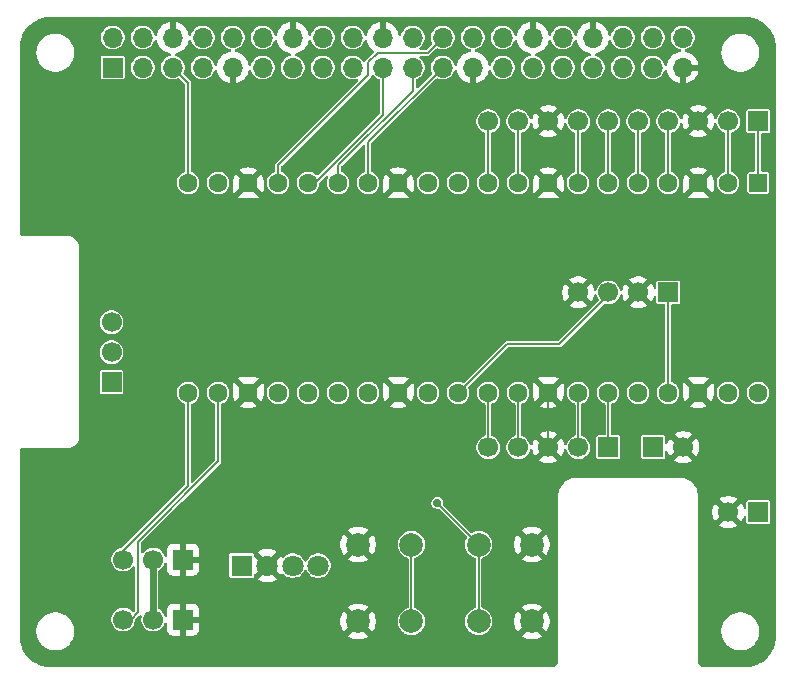
<source format=gbr>
G04 #@! TF.GenerationSoftware,KiCad,Pcbnew,9.0.1-1.fc42*
G04 #@! TF.CreationDate,2025-05-14T23:49:45-05:00*
G04 #@! TF.ProjectId,pico_driver,7069636f-5f64-4726-9976-65722e6b6963,rev?*
G04 #@! TF.SameCoordinates,Original*
G04 #@! TF.FileFunction,Copper,L4,Bot*
G04 #@! TF.FilePolarity,Positive*
%FSLAX46Y46*%
G04 Gerber Fmt 4.6, Leading zero omitted, Abs format (unit mm)*
G04 Created by KiCad (PCBNEW 9.0.1-1.fc42) date 2025-05-14 23:49:45*
%MOMM*%
%LPD*%
G01*
G04 APERTURE LIST*
G04 Aperture macros list*
%AMRoundRect*
0 Rectangle with rounded corners*
0 $1 Rounding radius*
0 $2 $3 $4 $5 $6 $7 $8 $9 X,Y pos of 4 corners*
0 Add a 4 corners polygon primitive as box body*
4,1,4,$2,$3,$4,$5,$6,$7,$8,$9,$2,$3,0*
0 Add four circle primitives for the rounded corners*
1,1,$1+$1,$2,$3*
1,1,$1+$1,$4,$5*
1,1,$1+$1,$6,$7*
1,1,$1+$1,$8,$9*
0 Add four rect primitives between the rounded corners*
20,1,$1+$1,$2,$3,$4,$5,0*
20,1,$1+$1,$4,$5,$6,$7,0*
20,1,$1+$1,$6,$7,$8,$9,0*
20,1,$1+$1,$8,$9,$2,$3,0*%
%AMFreePoly0*
4,1,37,0.603843,0.796157,0.639018,0.796157,0.711114,0.766294,0.766294,0.711114,0.796157,0.639018,0.796157,0.603843,0.800000,0.600000,0.800000,-0.600000,0.796157,-0.603843,0.796157,-0.639018,0.766294,-0.711114,0.711114,-0.766294,0.639018,-0.796157,0.603843,-0.796157,0.600000,-0.800000,0.000000,-0.800000,0.000000,-0.796148,-0.078414,-0.796148,-0.232228,-0.765552,-0.377117,-0.705537,
-0.507515,-0.618408,-0.618408,-0.507515,-0.705537,-0.377117,-0.765552,-0.232228,-0.796148,-0.078414,-0.796148,0.078414,-0.765552,0.232228,-0.705537,0.377117,-0.618408,0.507515,-0.507515,0.618408,-0.377117,0.705537,-0.232228,0.765552,-0.078414,0.796148,0.000000,0.796148,0.000000,0.800000,0.600000,0.800000,0.603843,0.796157,0.603843,0.796157,$1*%
%AMFreePoly1*
4,1,37,0.000000,0.796148,0.078414,0.796148,0.232228,0.765552,0.377117,0.705537,0.507515,0.618408,0.618408,0.507515,0.705537,0.377117,0.765552,0.232228,0.796148,0.078414,0.796148,-0.078414,0.765552,-0.232228,0.705537,-0.377117,0.618408,-0.507515,0.507515,-0.618408,0.377117,-0.705537,0.232228,-0.765552,0.078414,-0.796148,0.000000,-0.796148,0.000000,-0.800000,-0.600000,-0.800000,
-0.603843,-0.796157,-0.639018,-0.796157,-0.711114,-0.766294,-0.766294,-0.711114,-0.796157,-0.639018,-0.796157,-0.603843,-0.800000,-0.600000,-0.800000,0.600000,-0.796157,0.603843,-0.796157,0.639018,-0.766294,0.711114,-0.711114,0.766294,-0.639018,0.796157,-0.603843,0.796157,-0.600000,0.800000,0.000000,0.800000,0.000000,0.796148,0.000000,0.796148,$1*%
G04 Aperture macros list end*
G04 #@! TA.AperFunction,ComponentPad*
%ADD10R,1.700000X1.700000*%
G04 #@! TD*
G04 #@! TA.AperFunction,ComponentPad*
%ADD11C,1.700000*%
G04 #@! TD*
G04 #@! TA.AperFunction,ComponentPad*
%ADD12R,1.800000X1.800000*%
G04 #@! TD*
G04 #@! TA.AperFunction,ComponentPad*
%ADD13C,1.800000*%
G04 #@! TD*
G04 #@! TA.AperFunction,ComponentPad*
%ADD14RoundRect,0.200000X-0.600000X0.600000X-0.600000X-0.600000X0.600000X-0.600000X0.600000X0.600000X0*%
G04 #@! TD*
G04 #@! TA.AperFunction,ComponentPad*
%ADD15C,1.600000*%
G04 #@! TD*
G04 #@! TA.AperFunction,ComponentPad*
%ADD16FreePoly0,270.000000*%
G04 #@! TD*
G04 #@! TA.AperFunction,ComponentPad*
%ADD17FreePoly1,270.000000*%
G04 #@! TD*
G04 #@! TA.AperFunction,ComponentPad*
%ADD18C,2.000000*%
G04 #@! TD*
G04 #@! TA.AperFunction,ComponentPad*
%ADD19O,1.700000X1.700000*%
G04 #@! TD*
G04 #@! TA.AperFunction,ViaPad*
%ADD20C,0.700000*%
G04 #@! TD*
G04 #@! TA.AperFunction,Conductor*
%ADD21C,0.150000*%
G04 #@! TD*
G04 #@! TA.AperFunction,Conductor*
%ADD22C,0.200000*%
G04 #@! TD*
G04 #@! TA.AperFunction,Conductor*
%ADD23C,0.600000*%
G04 #@! TD*
G04 APERTURE END LIST*
D10*
X114320000Y-90420000D03*
D11*
X111780000Y-90420000D03*
X109240000Y-90420000D03*
D10*
X108275000Y-75400000D03*
D11*
X108275000Y-72860000D03*
X108275000Y-70320000D03*
D10*
X155400000Y-67800000D03*
D11*
X152860000Y-67800000D03*
X150320000Y-67800000D03*
X147780000Y-67800000D03*
D12*
X119285000Y-90925000D03*
D13*
X121444000Y-90925000D03*
X123603000Y-90925000D03*
X125762000Y-90925000D03*
D14*
X163020000Y-58520000D03*
D15*
X160480000Y-58520000D03*
D16*
X157940000Y-58520000D03*
D15*
X155400000Y-58520000D03*
X152860000Y-58520000D03*
X150320000Y-58520000D03*
X147780000Y-58520000D03*
D16*
X145240000Y-58520000D03*
D15*
X142700000Y-58520000D03*
X140160000Y-58520000D03*
X137620000Y-58520000D03*
X135080000Y-58520000D03*
D16*
X132540000Y-58520000D03*
D15*
X130000000Y-58520000D03*
X127460000Y-58520000D03*
X124920000Y-58520000D03*
X122380000Y-58520000D03*
D16*
X119840000Y-58520000D03*
D15*
X117300000Y-58520000D03*
X114760000Y-58520000D03*
X114760000Y-76300000D03*
X117300000Y-76300000D03*
D17*
X119840000Y-76300000D03*
D15*
X122380000Y-76300000D03*
X124920000Y-76300000D03*
X127460000Y-76300000D03*
X130000000Y-76300000D03*
D17*
X132540000Y-76300000D03*
D15*
X135080000Y-76300000D03*
X137620000Y-76300000D03*
X140160000Y-76300000D03*
X142700000Y-76300000D03*
D17*
X145240000Y-76300000D03*
D15*
X147780000Y-76300000D03*
X150320000Y-76300000D03*
X152860000Y-76300000D03*
X155400000Y-76300000D03*
D17*
X157940000Y-76300000D03*
D15*
X160480000Y-76300000D03*
X163020000Y-76300000D03*
D10*
X114320000Y-95500000D03*
D11*
X111780000Y-95500000D03*
X109240000Y-95500000D03*
D10*
X154125000Y-80900000D03*
D11*
X156665000Y-80900000D03*
D18*
X143850000Y-89150000D03*
X143850000Y-95650000D03*
X139350000Y-89150000D03*
X139350000Y-95650000D03*
D10*
X150320000Y-80900000D03*
D11*
X147780000Y-80900000D03*
X145240000Y-80900000D03*
X142700000Y-80900000D03*
X140160000Y-80900000D03*
D10*
X163020000Y-86400000D03*
D11*
X160480000Y-86400000D03*
D18*
X129150000Y-95650000D03*
X129150000Y-89150000D03*
X133650000Y-95650000D03*
X133650000Y-89150000D03*
D10*
X163020000Y-53300000D03*
D11*
X160480000Y-53300000D03*
X157940000Y-53300000D03*
X155400000Y-53300000D03*
X152860000Y-53300000D03*
X150320000Y-53300000D03*
X147780000Y-53300000D03*
X145240000Y-53300000D03*
X142700000Y-53300000D03*
X140160000Y-53300000D03*
D10*
X108370000Y-48770000D03*
D19*
X108370000Y-46230000D03*
X110910000Y-48770000D03*
X110910000Y-46230000D03*
X113450000Y-48770000D03*
X113450000Y-46230000D03*
X115990000Y-48770000D03*
X115990000Y-46230000D03*
X118530000Y-48770000D03*
X118530000Y-46230000D03*
X121070000Y-48770000D03*
X121070000Y-46230000D03*
X123610000Y-48770000D03*
X123610000Y-46230000D03*
X126150000Y-48770000D03*
X126150000Y-46230000D03*
X128690000Y-48770000D03*
X128690000Y-46230000D03*
X131230000Y-48770000D03*
X131230000Y-46230000D03*
X133770000Y-48770000D03*
X133770000Y-46230000D03*
X136310000Y-48770000D03*
X136310000Y-46230000D03*
X138850000Y-48770000D03*
X138850000Y-46230000D03*
X141390000Y-48770000D03*
X141390000Y-46230000D03*
X143930000Y-48770000D03*
X143930000Y-46230000D03*
X146470000Y-48770000D03*
X146470000Y-46230000D03*
X149010000Y-48770000D03*
X149010000Y-46230000D03*
X151550000Y-48770000D03*
X151550000Y-46230000D03*
X154090000Y-48770000D03*
X154090000Y-46230000D03*
X156630000Y-48770000D03*
X156630000Y-46230000D03*
D20*
X135850000Y-85625000D03*
D21*
X145240000Y-80900000D02*
X145240000Y-76300000D01*
D22*
X135040000Y-47500000D02*
X136310000Y-46230000D01*
X122380000Y-58520000D02*
X122380000Y-57020000D01*
X130800000Y-47500000D02*
X135040000Y-47500000D01*
X130000000Y-49400000D02*
X130000000Y-48300000D01*
X130000000Y-48300000D02*
X130800000Y-47500000D01*
X122380000Y-57020000D02*
X130000000Y-49400000D01*
X114760000Y-50080000D02*
X113450000Y-48770000D01*
X114760000Y-58520000D02*
X114760000Y-50080000D01*
X127460000Y-57040000D02*
X133770000Y-50730000D01*
X133770000Y-50730000D02*
X133770000Y-48770000D01*
X127460000Y-58520000D02*
X127460000Y-57040000D01*
X147780000Y-58520000D02*
X147780000Y-53300000D01*
X131230000Y-52770000D02*
X131230000Y-48770000D01*
X125480000Y-58520000D02*
X131230000Y-52770000D01*
X124920000Y-58520000D02*
X125480000Y-58520000D01*
X130000000Y-55080000D02*
X136310000Y-48770000D01*
X130000000Y-58520000D02*
X130000000Y-55080000D01*
D23*
X111780000Y-90420000D02*
X111780000Y-95500000D01*
D22*
X117300000Y-76300000D02*
X117300000Y-82100000D01*
X110500000Y-88900000D02*
X110500000Y-94900000D01*
X117300000Y-82100000D02*
X110500000Y-88900000D01*
X109900000Y-95500000D02*
X109240000Y-95500000D01*
X110500000Y-94900000D02*
X109900000Y-95500000D01*
X109240000Y-90420000D02*
X109240000Y-89663612D01*
X114700000Y-84203612D02*
X114700000Y-76360000D01*
X109240000Y-90770000D02*
X109500000Y-90510000D01*
X114700000Y-76360000D02*
X114760000Y-76300000D01*
X109240000Y-89663612D02*
X114700000Y-84203612D01*
D21*
X150320000Y-80900000D02*
X150320000Y-76300000D01*
D22*
X150320000Y-58520000D02*
X150320000Y-53300000D01*
X163020000Y-58520000D02*
X163020000Y-53300000D01*
X155400000Y-58520000D02*
X155400000Y-53300000D01*
X160480000Y-58520000D02*
X160480000Y-53300000D01*
X152860000Y-58520000D02*
X152860000Y-53300000D01*
X140160000Y-58520000D02*
X140160000Y-53300000D01*
D21*
X147780000Y-80900000D02*
X147780000Y-76300000D01*
X142700000Y-80900000D02*
X142700000Y-76300000D01*
X140160000Y-80900000D02*
X140160000Y-76300000D01*
D22*
X137620000Y-76300000D02*
X141720000Y-72200000D01*
X141720000Y-72200000D02*
X146170000Y-72200000D01*
X146170000Y-72200000D02*
X150320000Y-68050000D01*
X155400000Y-76300000D02*
X155400000Y-68050000D01*
X142700000Y-58520000D02*
X142700000Y-53300000D01*
D21*
X133650000Y-95650000D02*
X133650000Y-89150000D01*
X135850000Y-85650000D02*
X135850000Y-85625000D01*
X139350000Y-89150000D02*
X135850000Y-85650000D01*
X139350000Y-89150000D02*
X139350000Y-95650000D01*
G04 #@! TA.AperFunction,Conductor*
G36*
X162003736Y-44500726D02*
G01*
X162293796Y-44518271D01*
X162308659Y-44520076D01*
X162590798Y-44571780D01*
X162605335Y-44575363D01*
X162879172Y-44660695D01*
X162893163Y-44666000D01*
X163154743Y-44783727D01*
X163167989Y-44790680D01*
X163413465Y-44939075D01*
X163425776Y-44947573D01*
X163588909Y-45075379D01*
X163651573Y-45124473D01*
X163662781Y-45134403D01*
X163865596Y-45337218D01*
X163875526Y-45348426D01*
X163995481Y-45501538D01*
X164052422Y-45574217D01*
X164060926Y-45586537D01*
X164201633Y-45819295D01*
X164209316Y-45832004D01*
X164216275Y-45845263D01*
X164333997Y-46106831D01*
X164339306Y-46120832D01*
X164424635Y-46394663D01*
X164428219Y-46409201D01*
X164479923Y-46691340D01*
X164481728Y-46706205D01*
X164499274Y-46996263D01*
X164499500Y-47003750D01*
X164499500Y-96996249D01*
X164499274Y-97003736D01*
X164481728Y-97293794D01*
X164479923Y-97308659D01*
X164428219Y-97590798D01*
X164424635Y-97605336D01*
X164339306Y-97879167D01*
X164333997Y-97893168D01*
X164216275Y-98154736D01*
X164209316Y-98167995D01*
X164060928Y-98413459D01*
X164052422Y-98425782D01*
X163875526Y-98651573D01*
X163865596Y-98662781D01*
X163662781Y-98865596D01*
X163651573Y-98875526D01*
X163425782Y-99052422D01*
X163413459Y-99060928D01*
X163167995Y-99209316D01*
X163154736Y-99216275D01*
X162893168Y-99333997D01*
X162879167Y-99339306D01*
X162605336Y-99424635D01*
X162590798Y-99428219D01*
X162308659Y-99479923D01*
X162293794Y-99481728D01*
X162003736Y-99499274D01*
X161996249Y-99499500D01*
X158406962Y-99499500D01*
X158393078Y-99498720D01*
X158380553Y-99497308D01*
X158302735Y-99488540D01*
X158275666Y-99482362D01*
X158196462Y-99454648D01*
X158171444Y-99442600D01*
X158100395Y-99397957D01*
X158078686Y-99380644D01*
X158019355Y-99321313D01*
X158002042Y-99299604D01*
X157957399Y-99228555D01*
X157945351Y-99203537D01*
X157917637Y-99124333D01*
X157911459Y-99097263D01*
X157910388Y-99087760D01*
X157901280Y-99006922D01*
X157900500Y-98993038D01*
X157900500Y-96374038D01*
X159899500Y-96374038D01*
X159899500Y-96625962D01*
X159927144Y-96800500D01*
X159938910Y-96874785D01*
X160016760Y-97114383D01*
X160095413Y-97268747D01*
X160115749Y-97308659D01*
X160131132Y-97338848D01*
X160279201Y-97542649D01*
X160279205Y-97542654D01*
X160457345Y-97720794D01*
X160457350Y-97720798D01*
X160635117Y-97849952D01*
X160661155Y-97868870D01*
X160804184Y-97941747D01*
X160885616Y-97983239D01*
X160885618Y-97983239D01*
X160885621Y-97983241D01*
X161125215Y-98061090D01*
X161374038Y-98100500D01*
X161374039Y-98100500D01*
X161625961Y-98100500D01*
X161625962Y-98100500D01*
X161874785Y-98061090D01*
X162114379Y-97983241D01*
X162338845Y-97868870D01*
X162542656Y-97720793D01*
X162720793Y-97542656D01*
X162868870Y-97338845D01*
X162983241Y-97114379D01*
X163061090Y-96874785D01*
X163100500Y-96625962D01*
X163100500Y-96374038D01*
X163061090Y-96125215D01*
X162983241Y-95885621D01*
X162983239Y-95885618D01*
X162983239Y-95885616D01*
X162935452Y-95791829D01*
X162868870Y-95661155D01*
X162823380Y-95598543D01*
X162720798Y-95457350D01*
X162720794Y-95457345D01*
X162542654Y-95279205D01*
X162542649Y-95279201D01*
X162338848Y-95131132D01*
X162338847Y-95131131D01*
X162338845Y-95131130D01*
X162227108Y-95074197D01*
X162114383Y-95016760D01*
X161874785Y-94938910D01*
X161776714Y-94923377D01*
X161625962Y-94899500D01*
X161374038Y-94899500D01*
X161249626Y-94919205D01*
X161125214Y-94938910D01*
X160885616Y-95016760D01*
X160661151Y-95131132D01*
X160457350Y-95279201D01*
X160457345Y-95279205D01*
X160279205Y-95457345D01*
X160279201Y-95457350D01*
X160131132Y-95661151D01*
X160016760Y-95885616D01*
X159938910Y-96125214D01*
X159936919Y-96137785D01*
X159899500Y-96374038D01*
X157900500Y-96374038D01*
X157900500Y-86293753D01*
X159130000Y-86293753D01*
X159130000Y-86506246D01*
X159163242Y-86716127D01*
X159163242Y-86716130D01*
X159228904Y-86918217D01*
X159325375Y-87107550D01*
X159364728Y-87161716D01*
X159997037Y-86529408D01*
X160014075Y-86592993D01*
X160079901Y-86707007D01*
X160172993Y-86800099D01*
X160287007Y-86865925D01*
X160350590Y-86882962D01*
X159718282Y-87515269D01*
X159718282Y-87515270D01*
X159772449Y-87554624D01*
X159961782Y-87651095D01*
X160163870Y-87716757D01*
X160373754Y-87750000D01*
X160586246Y-87750000D01*
X160796127Y-87716757D01*
X160796130Y-87716757D01*
X160998217Y-87651095D01*
X161187554Y-87554622D01*
X161241716Y-87515270D01*
X161241717Y-87515270D01*
X160609408Y-86882962D01*
X160672993Y-86865925D01*
X160787007Y-86800099D01*
X160880099Y-86707007D01*
X160945925Y-86592993D01*
X160962962Y-86529408D01*
X161595270Y-87161717D01*
X161595270Y-87161716D01*
X161634622Y-87107554D01*
X161731095Y-86918217D01*
X161777569Y-86775185D01*
X161817006Y-86717510D01*
X161881365Y-86690311D01*
X161950211Y-86702225D01*
X162001687Y-86749469D01*
X162019500Y-86813503D01*
X162019500Y-87264820D01*
X162019500Y-87264822D01*
X162019499Y-87264822D01*
X162028231Y-87308717D01*
X162028232Y-87308721D01*
X162028233Y-87308722D01*
X162061496Y-87358504D01*
X162111278Y-87391767D01*
X162111281Y-87391767D01*
X162111282Y-87391768D01*
X162155177Y-87400500D01*
X162155180Y-87400500D01*
X163884822Y-87400500D01*
X163928717Y-87391768D01*
X163928717Y-87391767D01*
X163928722Y-87391767D01*
X163978504Y-87358504D01*
X164011767Y-87308722D01*
X164020500Y-87264820D01*
X164020500Y-85535180D01*
X164020500Y-85535177D01*
X164011768Y-85491282D01*
X164011767Y-85491281D01*
X164011767Y-85491278D01*
X163978504Y-85441496D01*
X163964011Y-85431812D01*
X163928724Y-85408234D01*
X163928717Y-85408231D01*
X163884822Y-85399500D01*
X163884820Y-85399500D01*
X162155180Y-85399500D01*
X162155178Y-85399500D01*
X162111282Y-85408231D01*
X162111275Y-85408234D01*
X162061496Y-85441495D01*
X162061495Y-85441496D01*
X162028234Y-85491275D01*
X162028231Y-85491282D01*
X162019500Y-85535177D01*
X162019500Y-85986496D01*
X161999815Y-86053535D01*
X161947011Y-86099290D01*
X161877853Y-86109234D01*
X161814297Y-86080209D01*
X161777569Y-86024814D01*
X161731095Y-85881782D01*
X161634624Y-85692449D01*
X161595270Y-85638282D01*
X161595269Y-85638282D01*
X160962962Y-86270590D01*
X160945925Y-86207007D01*
X160880099Y-86092993D01*
X160787007Y-85999901D01*
X160672993Y-85934075D01*
X160609409Y-85917037D01*
X161241716Y-85284728D01*
X161187550Y-85245375D01*
X160998217Y-85148904D01*
X160796129Y-85083242D01*
X160586246Y-85050000D01*
X160373754Y-85050000D01*
X160163872Y-85083242D01*
X160163869Y-85083242D01*
X159961782Y-85148904D01*
X159772439Y-85245380D01*
X159718282Y-85284727D01*
X159718282Y-85284728D01*
X160350591Y-85917037D01*
X160287007Y-85934075D01*
X160172993Y-85999901D01*
X160079901Y-86092993D01*
X160014075Y-86207007D01*
X159997037Y-86270591D01*
X159364728Y-85638282D01*
X159364727Y-85638282D01*
X159325380Y-85692439D01*
X159228904Y-85881782D01*
X159163242Y-86083869D01*
X159163242Y-86083872D01*
X159130000Y-86293753D01*
X157900500Y-86293753D01*
X157900500Y-84892683D01*
X157900500Y-84892682D01*
X157869954Y-84680231D01*
X157809484Y-84474290D01*
X157809483Y-84474288D01*
X157809482Y-84474284D01*
X157720327Y-84279061D01*
X157720320Y-84279048D01*
X157687211Y-84227531D01*
X157604281Y-84098487D01*
X157560957Y-84048488D01*
X157463724Y-83936275D01*
X157301514Y-83795720D01*
X157301513Y-83795719D01*
X157236991Y-83754253D01*
X157120951Y-83679679D01*
X157120938Y-83679672D01*
X156925715Y-83590517D01*
X156719774Y-83530047D01*
X156719764Y-83530044D01*
X156528754Y-83502582D01*
X156507318Y-83499500D01*
X156465892Y-83499500D01*
X147665892Y-83499500D01*
X147600000Y-83499500D01*
X147492682Y-83499500D01*
X147280235Y-83530044D01*
X147280225Y-83530047D01*
X147074284Y-83590517D01*
X146879061Y-83679672D01*
X146879048Y-83679679D01*
X146698485Y-83795720D01*
X146536275Y-83936275D01*
X146395720Y-84098485D01*
X146279679Y-84279048D01*
X146279672Y-84279061D01*
X146190517Y-84474284D01*
X146130047Y-84680225D01*
X146130044Y-84680235D01*
X146099500Y-84892682D01*
X146099500Y-84934108D01*
X146099499Y-98993046D01*
X146098719Y-99006931D01*
X146088540Y-99097264D01*
X146082362Y-99124333D01*
X146054648Y-99203537D01*
X146042600Y-99228555D01*
X145997957Y-99299604D01*
X145980644Y-99321313D01*
X145921313Y-99380644D01*
X145899604Y-99397957D01*
X145828555Y-99442600D01*
X145803537Y-99454648D01*
X145724333Y-99482362D01*
X145697264Y-99488540D01*
X145617075Y-99497576D01*
X145606921Y-99498720D01*
X145593038Y-99499500D01*
X103003751Y-99499500D01*
X102996264Y-99499274D01*
X102706205Y-99481728D01*
X102691340Y-99479923D01*
X102409201Y-99428219D01*
X102394663Y-99424635D01*
X102120832Y-99339306D01*
X102106831Y-99333997D01*
X101845263Y-99216275D01*
X101832004Y-99209316D01*
X101646647Y-99097264D01*
X101586537Y-99060926D01*
X101574217Y-99052422D01*
X101507315Y-99000008D01*
X101348426Y-98875526D01*
X101337218Y-98865596D01*
X101134403Y-98662781D01*
X101124473Y-98651573D01*
X100947573Y-98425776D01*
X100939075Y-98413465D01*
X100790680Y-98167989D01*
X100783727Y-98154743D01*
X100666000Y-97893163D01*
X100660693Y-97879167D01*
X100657484Y-97868870D01*
X100575363Y-97605335D01*
X100571780Y-97590798D01*
X100520076Y-97308659D01*
X100518271Y-97293794D01*
X100500726Y-97003736D01*
X100500500Y-96996249D01*
X100500500Y-96374038D01*
X101899500Y-96374038D01*
X101899500Y-96625962D01*
X101927144Y-96800500D01*
X101938910Y-96874785D01*
X102016760Y-97114383D01*
X102095413Y-97268747D01*
X102115749Y-97308659D01*
X102131132Y-97338848D01*
X102279201Y-97542649D01*
X102279205Y-97542654D01*
X102457345Y-97720794D01*
X102457350Y-97720798D01*
X102635117Y-97849952D01*
X102661155Y-97868870D01*
X102804184Y-97941747D01*
X102885616Y-97983239D01*
X102885618Y-97983239D01*
X102885621Y-97983241D01*
X103125215Y-98061090D01*
X103374038Y-98100500D01*
X103374039Y-98100500D01*
X103625961Y-98100500D01*
X103625962Y-98100500D01*
X103874785Y-98061090D01*
X104114379Y-97983241D01*
X104338845Y-97868870D01*
X104542656Y-97720793D01*
X104720793Y-97542656D01*
X104868870Y-97338845D01*
X104983241Y-97114379D01*
X105061090Y-96874785D01*
X105100500Y-96625962D01*
X105100500Y-96374038D01*
X105061090Y-96125215D01*
X104983241Y-95885621D01*
X104983239Y-95885618D01*
X104983239Y-95885616D01*
X104935452Y-95791829D01*
X104868870Y-95661155D01*
X104823380Y-95598543D01*
X104720798Y-95457350D01*
X104720794Y-95457345D01*
X104542654Y-95279205D01*
X104542649Y-95279201D01*
X104338848Y-95131132D01*
X104338847Y-95131131D01*
X104338845Y-95131130D01*
X104227108Y-95074197D01*
X104114383Y-95016760D01*
X103874785Y-94938910D01*
X103776714Y-94923377D01*
X103625962Y-94899500D01*
X103374038Y-94899500D01*
X103249626Y-94919205D01*
X103125214Y-94938910D01*
X102885616Y-95016760D01*
X102661151Y-95131132D01*
X102457350Y-95279201D01*
X102457345Y-95279205D01*
X102279205Y-95457345D01*
X102279201Y-95457350D01*
X102131132Y-95661151D01*
X102016760Y-95885616D01*
X101938910Y-96125214D01*
X101936919Y-96137785D01*
X101899500Y-96374038D01*
X100500500Y-96374038D01*
X100500500Y-90518543D01*
X108239499Y-90518543D01*
X108277947Y-90711829D01*
X108277950Y-90711839D01*
X108353364Y-90893907D01*
X108353371Y-90893920D01*
X108462860Y-91057781D01*
X108462863Y-91057785D01*
X108602214Y-91197136D01*
X108602218Y-91197139D01*
X108766079Y-91306628D01*
X108766092Y-91306635D01*
X108948160Y-91382049D01*
X108948165Y-91382051D01*
X108948169Y-91382051D01*
X108948170Y-91382052D01*
X109141456Y-91420500D01*
X109141459Y-91420500D01*
X109338543Y-91420500D01*
X109468582Y-91394632D01*
X109531835Y-91382051D01*
X109713914Y-91306632D01*
X109877782Y-91197139D01*
X110017139Y-91057782D01*
X110022396Y-91049913D01*
X110076007Y-91005108D01*
X110145331Y-90996398D01*
X110208360Y-91026551D01*
X110245081Y-91085993D01*
X110249500Y-91118802D01*
X110249500Y-94744875D01*
X110240854Y-94774317D01*
X110234331Y-94804304D01*
X110230577Y-94809318D01*
X110229815Y-94811914D01*
X110213179Y-94832558D01*
X110188008Y-94857728D01*
X110126685Y-94891212D01*
X110056993Y-94886226D01*
X110012648Y-94857726D01*
X109877785Y-94722863D01*
X109877781Y-94722860D01*
X109713920Y-94613371D01*
X109713907Y-94613364D01*
X109531839Y-94537950D01*
X109531829Y-94537947D01*
X109338543Y-94499500D01*
X109338541Y-94499500D01*
X109141459Y-94499500D01*
X109141457Y-94499500D01*
X108948170Y-94537947D01*
X108948160Y-94537950D01*
X108766092Y-94613364D01*
X108766079Y-94613371D01*
X108602218Y-94722860D01*
X108602214Y-94722863D01*
X108462863Y-94862214D01*
X108462860Y-94862218D01*
X108353371Y-95026079D01*
X108353364Y-95026092D01*
X108277950Y-95208160D01*
X108277947Y-95208170D01*
X108239500Y-95401456D01*
X108239500Y-95401459D01*
X108239500Y-95598541D01*
X108239500Y-95598543D01*
X108239499Y-95598543D01*
X108277947Y-95791829D01*
X108277950Y-95791839D01*
X108353364Y-95973907D01*
X108353371Y-95973920D01*
X108462860Y-96137781D01*
X108462863Y-96137785D01*
X108602214Y-96277136D01*
X108602218Y-96277139D01*
X108766079Y-96386628D01*
X108766092Y-96386635D01*
X108948160Y-96462049D01*
X108948165Y-96462051D01*
X108948169Y-96462051D01*
X108948170Y-96462052D01*
X109141456Y-96500500D01*
X109141459Y-96500500D01*
X109338543Y-96500500D01*
X109468582Y-96474632D01*
X109531835Y-96462051D01*
X109713914Y-96386632D01*
X109877782Y-96277139D01*
X110017139Y-96137782D01*
X110126632Y-95973914D01*
X110202051Y-95791835D01*
X110240500Y-95598541D01*
X110240500Y-95565123D01*
X110260185Y-95498084D01*
X110276819Y-95477442D01*
X110373672Y-95380589D01*
X110596406Y-95157854D01*
X110657727Y-95124371D01*
X110727418Y-95129355D01*
X110783352Y-95171226D01*
X110807769Y-95236691D01*
X110805702Y-95269728D01*
X110779500Y-95401454D01*
X110779500Y-95401459D01*
X110779500Y-95598541D01*
X110779500Y-95598543D01*
X110779499Y-95598543D01*
X110817947Y-95791829D01*
X110817950Y-95791839D01*
X110893364Y-95973907D01*
X110893371Y-95973920D01*
X111002860Y-96137781D01*
X111002863Y-96137785D01*
X111142214Y-96277136D01*
X111142218Y-96277139D01*
X111306079Y-96386628D01*
X111306092Y-96386635D01*
X111488160Y-96462049D01*
X111488165Y-96462051D01*
X111488169Y-96462051D01*
X111488170Y-96462052D01*
X111681456Y-96500500D01*
X111681459Y-96500500D01*
X111878543Y-96500500D01*
X112008582Y-96474632D01*
X112071835Y-96462051D01*
X112253914Y-96386632D01*
X112417782Y-96277139D01*
X112557139Y-96137782D01*
X112666632Y-95973914D01*
X112731439Y-95817455D01*
X112775279Y-95763051D01*
X112841573Y-95740986D01*
X112909273Y-95758265D01*
X112956884Y-95809402D01*
X112970000Y-95864907D01*
X112970000Y-96397844D01*
X112976401Y-96457372D01*
X112976403Y-96457379D01*
X113026645Y-96592086D01*
X113026649Y-96592093D01*
X113112809Y-96707187D01*
X113112812Y-96707190D01*
X113227906Y-96793350D01*
X113227913Y-96793354D01*
X113362620Y-96843596D01*
X113362627Y-96843598D01*
X113422155Y-96849999D01*
X113422172Y-96850000D01*
X114070000Y-96850000D01*
X114070000Y-95933012D01*
X114127007Y-95965925D01*
X114254174Y-96000000D01*
X114385826Y-96000000D01*
X114512993Y-95965925D01*
X114570000Y-95933012D01*
X114570000Y-96850000D01*
X115217828Y-96850000D01*
X115217844Y-96849999D01*
X115277372Y-96843598D01*
X115277379Y-96843596D01*
X115412086Y-96793354D01*
X115412093Y-96793350D01*
X115501878Y-96726136D01*
X115501883Y-96726133D01*
X115527190Y-96707187D01*
X115613350Y-96592093D01*
X115613354Y-96592086D01*
X115663596Y-96457379D01*
X115663598Y-96457372D01*
X115669999Y-96397844D01*
X115670000Y-96397827D01*
X115670000Y-95750000D01*
X114753012Y-95750000D01*
X114785925Y-95692993D01*
X114820000Y-95565826D01*
X114820000Y-95531947D01*
X127650000Y-95531947D01*
X127650000Y-95768052D01*
X127686934Y-96001247D01*
X127759897Y-96225802D01*
X127867087Y-96436174D01*
X127927338Y-96519104D01*
X127927340Y-96519105D01*
X128626212Y-95820233D01*
X128637482Y-95862292D01*
X128709890Y-95987708D01*
X128812292Y-96090110D01*
X128937708Y-96162518D01*
X128979765Y-96173787D01*
X128280893Y-96872658D01*
X128363828Y-96932914D01*
X128574197Y-97040102D01*
X128798752Y-97113065D01*
X128798751Y-97113065D01*
X129031948Y-97150000D01*
X129268052Y-97150000D01*
X129501247Y-97113065D01*
X129725802Y-97040102D01*
X129936163Y-96932918D01*
X129936169Y-96932914D01*
X130019104Y-96872658D01*
X130019105Y-96872658D01*
X129320233Y-96173787D01*
X129362292Y-96162518D01*
X129487708Y-96090110D01*
X129590110Y-95987708D01*
X129662518Y-95862292D01*
X129673787Y-95820234D01*
X130372658Y-96519105D01*
X130372658Y-96519104D01*
X130432914Y-96436169D01*
X130432918Y-96436163D01*
X130540102Y-96225802D01*
X130613065Y-96001247D01*
X130650000Y-95768052D01*
X130650000Y-95531947D01*
X130613065Y-95298752D01*
X130540102Y-95074197D01*
X130432914Y-94863828D01*
X130372658Y-94780894D01*
X130372658Y-94780893D01*
X129673787Y-95479765D01*
X129662518Y-95437708D01*
X129590110Y-95312292D01*
X129487708Y-95209890D01*
X129362292Y-95137482D01*
X129320234Y-95126212D01*
X130019105Y-94427340D01*
X130019104Y-94427338D01*
X129936174Y-94367087D01*
X129725802Y-94259897D01*
X129501247Y-94186934D01*
X129501248Y-94186934D01*
X129268052Y-94150000D01*
X129031948Y-94150000D01*
X128798752Y-94186934D01*
X128574197Y-94259897D01*
X128363830Y-94367084D01*
X128280894Y-94427340D01*
X128979766Y-95126212D01*
X128937708Y-95137482D01*
X128812292Y-95209890D01*
X128709890Y-95312292D01*
X128637482Y-95437708D01*
X128626212Y-95479766D01*
X127927340Y-94780894D01*
X127867084Y-94863830D01*
X127759897Y-95074197D01*
X127686934Y-95298752D01*
X127650000Y-95531947D01*
X114820000Y-95531947D01*
X114820000Y-95434174D01*
X114785925Y-95307007D01*
X114753012Y-95250000D01*
X115670000Y-95250000D01*
X115670000Y-94602172D01*
X115669999Y-94602155D01*
X115663598Y-94542627D01*
X115663595Y-94542616D01*
X115654389Y-94517931D01*
X115613354Y-94407913D01*
X115613350Y-94407906D01*
X115527190Y-94292812D01*
X115527187Y-94292809D01*
X115412093Y-94206649D01*
X115412086Y-94206645D01*
X115277379Y-94156403D01*
X115277372Y-94156401D01*
X115217844Y-94150000D01*
X114570000Y-94150000D01*
X114570000Y-95066988D01*
X114512993Y-95034075D01*
X114385826Y-95000000D01*
X114254174Y-95000000D01*
X114127007Y-95034075D01*
X114070000Y-95066988D01*
X114070000Y-94150000D01*
X113422155Y-94150000D01*
X113362627Y-94156401D01*
X113362620Y-94156403D01*
X113227913Y-94206645D01*
X113227906Y-94206649D01*
X113112812Y-94292809D01*
X113112809Y-94292812D01*
X113026649Y-94407906D01*
X113026645Y-94407913D01*
X112976403Y-94542620D01*
X112976401Y-94542627D01*
X112970000Y-94602155D01*
X112970000Y-95135092D01*
X112950315Y-95202131D01*
X112897511Y-95247886D01*
X112828353Y-95257830D01*
X112764797Y-95228805D01*
X112731439Y-95182544D01*
X112666635Y-95026092D01*
X112666628Y-95026079D01*
X112557139Y-94862218D01*
X112557136Y-94862214D01*
X112417785Y-94722863D01*
X112417777Y-94722857D01*
X112285610Y-94634546D01*
X112240804Y-94580934D01*
X112230500Y-94531444D01*
X112230500Y-91839822D01*
X118234499Y-91839822D01*
X118243231Y-91883717D01*
X118243232Y-91883721D01*
X118243233Y-91883722D01*
X118276496Y-91933504D01*
X118326278Y-91966767D01*
X118326281Y-91966767D01*
X118326282Y-91966768D01*
X118370177Y-91975500D01*
X118370180Y-91975500D01*
X120199822Y-91975500D01*
X120243717Y-91966768D01*
X120243717Y-91966767D01*
X120243722Y-91966767D01*
X120293504Y-91933504D01*
X120326767Y-91883722D01*
X120335500Y-91839820D01*
X120335500Y-91731308D01*
X120355185Y-91664269D01*
X120371819Y-91643627D01*
X121001861Y-91013584D01*
X121024667Y-91098694D01*
X121083910Y-91201306D01*
X121167694Y-91285090D01*
X121270306Y-91344333D01*
X121355414Y-91367137D01*
X120646485Y-92076065D01*
X120646485Y-92076066D01*
X120710243Y-92122388D01*
X120906589Y-92222432D01*
X121116164Y-92290526D01*
X121333819Y-92325000D01*
X121554181Y-92325000D01*
X121771835Y-92290526D01*
X121981410Y-92222432D01*
X122177760Y-92122386D01*
X122241513Y-92076066D01*
X122241514Y-92076066D01*
X121532585Y-91367138D01*
X121617694Y-91344333D01*
X121720306Y-91285090D01*
X121804090Y-91201306D01*
X121863333Y-91098694D01*
X121886137Y-91013585D01*
X122595066Y-91722514D01*
X122595066Y-91722513D01*
X122644251Y-91654818D01*
X122646244Y-91656266D01*
X122690414Y-91616094D01*
X122759313Y-91604490D01*
X122823548Y-91631979D01*
X122832303Y-91639936D01*
X122933342Y-91740975D01*
X122933345Y-91740977D01*
X123105402Y-91855941D01*
X123296580Y-91935130D01*
X123455621Y-91966765D01*
X123499530Y-91975499D01*
X123499534Y-91975500D01*
X123499535Y-91975500D01*
X123706466Y-91975500D01*
X123706467Y-91975499D01*
X123909420Y-91935130D01*
X124100598Y-91855941D01*
X124272655Y-91740977D01*
X124418977Y-91594655D01*
X124533941Y-91422598D01*
X124567939Y-91340519D01*
X124611780Y-91286117D01*
X124678074Y-91264052D01*
X124745773Y-91281331D01*
X124793384Y-91332468D01*
X124797061Y-91340520D01*
X124831058Y-91422596D01*
X124946024Y-91594657D01*
X125092342Y-91740975D01*
X125092345Y-91740977D01*
X125264402Y-91855941D01*
X125455580Y-91935130D01*
X125614621Y-91966765D01*
X125658530Y-91975499D01*
X125658534Y-91975500D01*
X125658535Y-91975500D01*
X125865466Y-91975500D01*
X125865467Y-91975499D01*
X126068420Y-91935130D01*
X126259598Y-91855941D01*
X126431655Y-91740977D01*
X126577977Y-91594655D01*
X126692941Y-91422598D01*
X126772130Y-91231420D01*
X126812500Y-91028465D01*
X126812500Y-90821535D01*
X126772130Y-90618580D01*
X126692941Y-90427402D01*
X126687033Y-90418561D01*
X126670816Y-90394288D01*
X126577977Y-90255344D01*
X126431657Y-90109024D01*
X126309727Y-90027554D01*
X126259598Y-89994059D01*
X126068420Y-89914870D01*
X126068412Y-89914868D01*
X125865469Y-89874500D01*
X125865465Y-89874500D01*
X125658535Y-89874500D01*
X125658530Y-89874500D01*
X125455587Y-89914868D01*
X125455579Y-89914870D01*
X125264403Y-89994058D01*
X125092342Y-90109024D01*
X124946024Y-90255342D01*
X124831057Y-90427404D01*
X124797061Y-90509479D01*
X124753220Y-90563882D01*
X124686925Y-90585947D01*
X124619226Y-90568668D01*
X124571616Y-90517530D01*
X124567939Y-90509479D01*
X124533942Y-90427404D01*
X124490503Y-90362393D01*
X124418977Y-90255345D01*
X124418976Y-90255344D01*
X124418975Y-90255342D01*
X124272657Y-90109024D01*
X124150727Y-90027554D01*
X124100598Y-89994059D01*
X123909420Y-89914870D01*
X123909412Y-89914868D01*
X123706469Y-89874500D01*
X123706465Y-89874500D01*
X123499535Y-89874500D01*
X123499530Y-89874500D01*
X123296587Y-89914868D01*
X123296579Y-89914870D01*
X123105403Y-89994058D01*
X122933344Y-90109023D01*
X122832302Y-90210065D01*
X122770979Y-90243549D01*
X122701287Y-90238565D01*
X122645354Y-90196693D01*
X122644307Y-90195140D01*
X122644250Y-90195182D01*
X122595066Y-90127485D01*
X122595065Y-90127485D01*
X121886137Y-90836413D01*
X121863333Y-90751306D01*
X121804090Y-90648694D01*
X121720306Y-90564910D01*
X121617694Y-90505667D01*
X121532583Y-90482861D01*
X122241513Y-89773932D01*
X122177756Y-89727611D01*
X121981410Y-89627567D01*
X121771835Y-89559473D01*
X121554181Y-89525000D01*
X121333819Y-89525000D01*
X121116164Y-89559473D01*
X120906589Y-89627567D01*
X120710233Y-89727616D01*
X120646485Y-89773931D01*
X120646485Y-89773932D01*
X121355414Y-90482861D01*
X121270306Y-90505667D01*
X121167694Y-90564910D01*
X121083910Y-90648694D01*
X121024667Y-90751306D01*
X121001861Y-90836414D01*
X120371819Y-90206372D01*
X120338334Y-90145049D01*
X120335500Y-90118691D01*
X120335500Y-90010177D01*
X120326768Y-89966282D01*
X120326767Y-89966281D01*
X120326767Y-89966278D01*
X120293504Y-89916496D01*
X120293503Y-89916495D01*
X120243724Y-89883234D01*
X120243717Y-89883231D01*
X120199822Y-89874500D01*
X120199820Y-89874500D01*
X118370180Y-89874500D01*
X118370178Y-89874500D01*
X118326282Y-89883231D01*
X118326275Y-89883234D01*
X118276496Y-89916495D01*
X118276495Y-89916496D01*
X118243234Y-89966275D01*
X118243231Y-89966282D01*
X118234500Y-90010177D01*
X118234500Y-90010180D01*
X118234500Y-91839820D01*
X118234500Y-91839822D01*
X118234499Y-91839822D01*
X112230500Y-91839822D01*
X112230500Y-91388556D01*
X112250185Y-91321517D01*
X112285610Y-91285454D01*
X112368387Y-91230143D01*
X112417782Y-91197139D01*
X112557139Y-91057782D01*
X112666632Y-90893914D01*
X112731439Y-90737455D01*
X112775279Y-90683051D01*
X112841573Y-90660986D01*
X112909273Y-90678265D01*
X112956884Y-90729402D01*
X112970000Y-90784907D01*
X112970000Y-91317844D01*
X112976401Y-91377372D01*
X112976403Y-91377379D01*
X113026645Y-91512086D01*
X113026649Y-91512093D01*
X113112809Y-91627187D01*
X113112812Y-91627190D01*
X113227906Y-91713350D01*
X113227913Y-91713354D01*
X113362620Y-91763596D01*
X113362627Y-91763598D01*
X113422155Y-91769999D01*
X113422172Y-91770000D01*
X114070000Y-91770000D01*
X114070000Y-90853012D01*
X114127007Y-90885925D01*
X114254174Y-90920000D01*
X114385826Y-90920000D01*
X114512993Y-90885925D01*
X114570000Y-90853012D01*
X114570000Y-91770000D01*
X115217828Y-91770000D01*
X115217844Y-91769999D01*
X115277372Y-91763598D01*
X115277379Y-91763596D01*
X115412086Y-91713354D01*
X115412093Y-91713350D01*
X115527187Y-91627190D01*
X115527190Y-91627187D01*
X115613350Y-91512093D01*
X115613354Y-91512086D01*
X115663596Y-91377379D01*
X115663598Y-91377372D01*
X115669999Y-91317844D01*
X115670000Y-91317827D01*
X115670000Y-90670000D01*
X114753012Y-90670000D01*
X114785925Y-90612993D01*
X114820000Y-90485826D01*
X114820000Y-90354174D01*
X114785925Y-90227007D01*
X114753012Y-90170000D01*
X115670000Y-90170000D01*
X115670000Y-89522172D01*
X115669999Y-89522155D01*
X115663598Y-89462627D01*
X115663596Y-89462620D01*
X115613354Y-89327913D01*
X115613350Y-89327906D01*
X115527190Y-89212813D01*
X115412087Y-89126646D01*
X115412086Y-89126645D01*
X115277379Y-89076403D01*
X115277372Y-89076401D01*
X115217844Y-89070000D01*
X114570000Y-89070000D01*
X114570000Y-89986988D01*
X114512993Y-89954075D01*
X114385826Y-89920000D01*
X114254174Y-89920000D01*
X114127007Y-89954075D01*
X114070000Y-89986988D01*
X114070000Y-89070000D01*
X113422155Y-89070000D01*
X113362627Y-89076401D01*
X113362620Y-89076403D01*
X113227913Y-89126645D01*
X113227906Y-89126649D01*
X113112812Y-89212809D01*
X113112809Y-89212812D01*
X113026649Y-89327906D01*
X113026645Y-89327913D01*
X112976403Y-89462620D01*
X112976401Y-89462627D01*
X112970000Y-89522155D01*
X112970000Y-90055092D01*
X112950315Y-90122131D01*
X112897511Y-90167886D01*
X112828353Y-90177830D01*
X112764797Y-90148805D01*
X112731439Y-90102544D01*
X112666635Y-89946092D01*
X112666628Y-89946079D01*
X112557139Y-89782218D01*
X112557136Y-89782214D01*
X112417785Y-89642863D01*
X112417781Y-89642860D01*
X112253920Y-89533371D01*
X112253907Y-89533364D01*
X112071839Y-89457950D01*
X112071829Y-89457947D01*
X111878543Y-89419500D01*
X111878541Y-89419500D01*
X111681459Y-89419500D01*
X111681457Y-89419500D01*
X111488170Y-89457947D01*
X111488160Y-89457950D01*
X111306092Y-89533364D01*
X111306079Y-89533371D01*
X111142218Y-89642860D01*
X111142214Y-89642863D01*
X111002863Y-89782214D01*
X111002860Y-89782218D01*
X110977602Y-89820020D01*
X110923990Y-89864825D01*
X110854665Y-89873532D01*
X110791637Y-89843377D01*
X110754918Y-89783934D01*
X110750500Y-89751129D01*
X110750500Y-89055123D01*
X110757305Y-89031947D01*
X127650000Y-89031947D01*
X127650000Y-89268052D01*
X127686934Y-89501247D01*
X127759897Y-89725802D01*
X127867087Y-89936174D01*
X127927338Y-90019104D01*
X127927340Y-90019105D01*
X128626212Y-89320233D01*
X128637482Y-89362292D01*
X128709890Y-89487708D01*
X128812292Y-89590110D01*
X128937708Y-89662518D01*
X128979765Y-89673787D01*
X128280893Y-90372658D01*
X128363828Y-90432914D01*
X128574197Y-90540102D01*
X128798752Y-90613065D01*
X128798751Y-90613065D01*
X129031948Y-90650000D01*
X129268052Y-90650000D01*
X129501247Y-90613065D01*
X129725802Y-90540102D01*
X129936163Y-90432918D01*
X129936169Y-90432914D01*
X130019104Y-90372658D01*
X130019105Y-90372658D01*
X129320233Y-89673787D01*
X129362292Y-89662518D01*
X129487708Y-89590110D01*
X129590110Y-89487708D01*
X129662518Y-89362292D01*
X129673787Y-89320234D01*
X130372658Y-90019105D01*
X130372658Y-90019104D01*
X130432914Y-89936169D01*
X130432918Y-89936163D01*
X130540102Y-89725802D01*
X130613065Y-89501247D01*
X130650000Y-89268052D01*
X130650000Y-89059448D01*
X132499500Y-89059448D01*
X132499500Y-89240551D01*
X132527829Y-89419410D01*
X132583787Y-89591636D01*
X132583788Y-89591639D01*
X132666006Y-89752997D01*
X132772441Y-89899494D01*
X132772445Y-89899499D01*
X132900500Y-90027554D01*
X132900505Y-90027558D01*
X132938403Y-90055092D01*
X133047006Y-90133996D01*
X133133035Y-90177830D01*
X133208360Y-90216211D01*
X133208366Y-90216213D01*
X133338817Y-90258598D01*
X133396493Y-90298035D01*
X133423692Y-90362393D01*
X133424500Y-90376529D01*
X133424500Y-94423470D01*
X133404815Y-94490509D01*
X133352011Y-94536264D01*
X133338818Y-94541401D01*
X133208363Y-94583787D01*
X133208360Y-94583788D01*
X133047002Y-94666006D01*
X132900505Y-94772441D01*
X132900500Y-94772445D01*
X132772445Y-94900500D01*
X132772441Y-94900505D01*
X132666006Y-95047002D01*
X132583788Y-95208360D01*
X132583787Y-95208363D01*
X132527829Y-95380589D01*
X132499500Y-95559448D01*
X132499500Y-95740551D01*
X132527829Y-95919410D01*
X132583787Y-96091636D01*
X132583788Y-96091639D01*
X132666006Y-96252997D01*
X132772441Y-96399494D01*
X132772445Y-96399499D01*
X132900500Y-96527554D01*
X132900505Y-96527558D01*
X132989331Y-96592093D01*
X133047006Y-96633996D01*
X133152484Y-96687740D01*
X133208360Y-96716211D01*
X133208363Y-96716212D01*
X133294476Y-96744191D01*
X133380591Y-96772171D01*
X133463429Y-96785291D01*
X133559449Y-96800500D01*
X133559454Y-96800500D01*
X133740551Y-96800500D01*
X133827259Y-96786765D01*
X133919409Y-96772171D01*
X134091639Y-96716211D01*
X134252994Y-96633996D01*
X134399501Y-96527553D01*
X134527553Y-96399501D01*
X134633996Y-96252994D01*
X134716211Y-96091639D01*
X134772171Y-95919409D01*
X134792378Y-95791829D01*
X134800500Y-95740551D01*
X134800500Y-95559448D01*
X134781217Y-95437708D01*
X134772171Y-95380591D01*
X134716211Y-95208361D01*
X134716211Y-95208360D01*
X134678878Y-95135092D01*
X134633996Y-95047006D01*
X134566084Y-94953532D01*
X134527558Y-94900505D01*
X134527554Y-94900500D01*
X134399499Y-94772445D01*
X134399494Y-94772441D01*
X134252997Y-94666006D01*
X134252996Y-94666005D01*
X134252994Y-94666004D01*
X134149697Y-94613371D01*
X134091639Y-94583788D01*
X134091636Y-94583787D01*
X133961182Y-94541401D01*
X133903507Y-94501964D01*
X133876308Y-94437605D01*
X133875500Y-94423470D01*
X133875500Y-90376529D01*
X133895185Y-90309490D01*
X133947989Y-90263735D01*
X133961183Y-90258598D01*
X134091633Y-90216213D01*
X134091639Y-90216211D01*
X134091645Y-90216208D01*
X134252994Y-90133996D01*
X134399501Y-90027553D01*
X134527553Y-89899501D01*
X134633996Y-89752994D01*
X134716211Y-89591639D01*
X134772171Y-89419409D01*
X134791260Y-89298888D01*
X134800500Y-89240551D01*
X134800500Y-89059448D01*
X134781217Y-88937708D01*
X134772171Y-88880591D01*
X134716211Y-88708361D01*
X134716211Y-88708360D01*
X134680096Y-88637482D01*
X134633996Y-88547006D01*
X134607865Y-88511040D01*
X134527558Y-88400505D01*
X134527554Y-88400500D01*
X134399499Y-88272445D01*
X134399494Y-88272441D01*
X134252997Y-88166006D01*
X134252996Y-88166005D01*
X134252994Y-88166004D01*
X134201300Y-88139664D01*
X134091639Y-88083788D01*
X134091636Y-88083787D01*
X133919410Y-88027829D01*
X133740551Y-87999500D01*
X133740546Y-87999500D01*
X133559454Y-87999500D01*
X133559449Y-87999500D01*
X133380589Y-88027829D01*
X133208363Y-88083787D01*
X133208360Y-88083788D01*
X133047002Y-88166006D01*
X132900505Y-88272441D01*
X132900500Y-88272445D01*
X132772445Y-88400500D01*
X132772441Y-88400505D01*
X132666006Y-88547002D01*
X132583788Y-88708360D01*
X132583787Y-88708363D01*
X132527829Y-88880589D01*
X132499500Y-89059448D01*
X130650000Y-89059448D01*
X130650000Y-89031947D01*
X130613065Y-88798752D01*
X130540102Y-88574197D01*
X130432914Y-88363828D01*
X130372658Y-88280894D01*
X130372658Y-88280893D01*
X129673787Y-88979765D01*
X129662518Y-88937708D01*
X129590110Y-88812292D01*
X129487708Y-88709890D01*
X129362292Y-88637482D01*
X129320234Y-88626212D01*
X130019105Y-87927340D01*
X130019104Y-87927338D01*
X129936174Y-87867087D01*
X129725802Y-87759897D01*
X129501247Y-87686934D01*
X129501248Y-87686934D01*
X129268052Y-87650000D01*
X129031948Y-87650000D01*
X128798752Y-87686934D01*
X128574197Y-87759897D01*
X128363830Y-87867084D01*
X128280894Y-87927340D01*
X128979766Y-88626212D01*
X128937708Y-88637482D01*
X128812292Y-88709890D01*
X128709890Y-88812292D01*
X128637482Y-88937708D01*
X128626212Y-88979766D01*
X127927340Y-88280894D01*
X127867084Y-88363830D01*
X127759897Y-88574197D01*
X127686934Y-88798752D01*
X127650000Y-89031947D01*
X110757305Y-89031947D01*
X110770185Y-88988084D01*
X110786819Y-88967442D01*
X114195153Y-85559108D01*
X135349500Y-85559108D01*
X135349500Y-85690892D01*
X135349915Y-85692439D01*
X135383608Y-85818187D01*
X135403409Y-85852483D01*
X135449500Y-85932314D01*
X135542686Y-86025500D01*
X135656814Y-86091392D01*
X135784108Y-86125500D01*
X135784110Y-86125500D01*
X135915887Y-86125500D01*
X135915892Y-86125500D01*
X135918268Y-86124863D01*
X135920351Y-86124912D01*
X135923948Y-86124439D01*
X135924021Y-86124999D01*
X135988113Y-86126519D01*
X136038049Y-86156954D01*
X138323259Y-88442165D01*
X138356744Y-88503488D01*
X138351760Y-88573180D01*
X138346063Y-88586141D01*
X138283789Y-88708360D01*
X138283787Y-88708363D01*
X138227829Y-88880589D01*
X138199500Y-89059448D01*
X138199500Y-89240551D01*
X138227829Y-89419410D01*
X138283787Y-89591636D01*
X138283788Y-89591639D01*
X138366006Y-89752997D01*
X138472441Y-89899494D01*
X138472445Y-89899499D01*
X138600500Y-90027554D01*
X138600505Y-90027558D01*
X138638403Y-90055092D01*
X138747006Y-90133996D01*
X138833035Y-90177830D01*
X138908360Y-90216211D01*
X138908366Y-90216213D01*
X139038817Y-90258598D01*
X139096493Y-90298035D01*
X139123692Y-90362393D01*
X139124500Y-90376529D01*
X139124500Y-94423470D01*
X139104815Y-94490509D01*
X139052011Y-94536264D01*
X139038818Y-94541401D01*
X138908363Y-94583787D01*
X138908360Y-94583788D01*
X138747002Y-94666006D01*
X138600505Y-94772441D01*
X138600500Y-94772445D01*
X138472445Y-94900500D01*
X138472441Y-94900505D01*
X138366006Y-95047002D01*
X138283788Y-95208360D01*
X138283787Y-95208363D01*
X138227829Y-95380589D01*
X138199500Y-95559448D01*
X138199500Y-95740551D01*
X138227829Y-95919410D01*
X138283787Y-96091636D01*
X138283788Y-96091639D01*
X138366006Y-96252997D01*
X138472441Y-96399494D01*
X138472445Y-96399499D01*
X138600500Y-96527554D01*
X138600505Y-96527558D01*
X138689331Y-96592093D01*
X138747006Y-96633996D01*
X138852484Y-96687740D01*
X138908360Y-96716211D01*
X138908363Y-96716212D01*
X138994476Y-96744191D01*
X139080591Y-96772171D01*
X139163429Y-96785291D01*
X139259449Y-96800500D01*
X139259454Y-96800500D01*
X139440551Y-96800500D01*
X139527259Y-96786765D01*
X139619409Y-96772171D01*
X139791639Y-96716211D01*
X139794183Y-96714915D01*
X139794185Y-96714914D01*
X139818034Y-96702761D01*
X139952994Y-96633996D01*
X140099501Y-96527553D01*
X140227553Y-96399501D01*
X140333996Y-96252994D01*
X140416211Y-96091639D01*
X140472171Y-95919409D01*
X140492378Y-95791829D01*
X140500500Y-95740551D01*
X140500500Y-95559447D01*
X140498445Y-95546472D01*
X140496144Y-95531947D01*
X142350000Y-95531947D01*
X142350000Y-95768052D01*
X142386934Y-96001247D01*
X142459897Y-96225802D01*
X142567087Y-96436174D01*
X142627338Y-96519104D01*
X142627340Y-96519105D01*
X143326212Y-95820233D01*
X143337482Y-95862292D01*
X143409890Y-95987708D01*
X143512292Y-96090110D01*
X143637708Y-96162518D01*
X143679765Y-96173787D01*
X142980893Y-96872658D01*
X143063828Y-96932914D01*
X143274197Y-97040102D01*
X143498752Y-97113065D01*
X143498751Y-97113065D01*
X143731948Y-97150000D01*
X143968052Y-97150000D01*
X144201247Y-97113065D01*
X144425802Y-97040102D01*
X144636163Y-96932918D01*
X144636169Y-96932914D01*
X144719104Y-96872658D01*
X144719105Y-96872658D01*
X144020233Y-96173787D01*
X144062292Y-96162518D01*
X144187708Y-96090110D01*
X144290110Y-95987708D01*
X144362518Y-95862292D01*
X144373787Y-95820234D01*
X145072658Y-96519105D01*
X145072658Y-96519104D01*
X145132914Y-96436169D01*
X145132918Y-96436163D01*
X145240102Y-96225802D01*
X145313065Y-96001247D01*
X145350000Y-95768052D01*
X145350000Y-95531947D01*
X145313065Y-95298752D01*
X145240102Y-95074197D01*
X145132914Y-94863828D01*
X145072658Y-94780894D01*
X145072658Y-94780893D01*
X144373787Y-95479765D01*
X144362518Y-95437708D01*
X144290110Y-95312292D01*
X144187708Y-95209890D01*
X144062292Y-95137482D01*
X144020234Y-95126212D01*
X144719105Y-94427340D01*
X144719104Y-94427338D01*
X144636174Y-94367087D01*
X144425802Y-94259897D01*
X144201247Y-94186934D01*
X144201248Y-94186934D01*
X143968052Y-94150000D01*
X143731948Y-94150000D01*
X143498752Y-94186934D01*
X143274197Y-94259897D01*
X143063830Y-94367084D01*
X142980894Y-94427340D01*
X143679766Y-95126212D01*
X143637708Y-95137482D01*
X143512292Y-95209890D01*
X143409890Y-95312292D01*
X143337482Y-95437708D01*
X143326212Y-95479766D01*
X142627340Y-94780894D01*
X142567084Y-94863830D01*
X142459897Y-95074197D01*
X142386934Y-95298752D01*
X142350000Y-95531947D01*
X140496144Y-95531947D01*
X140475476Y-95401459D01*
X140472171Y-95380591D01*
X140416211Y-95208361D01*
X140416211Y-95208360D01*
X140378878Y-95135092D01*
X140333996Y-95047006D01*
X140266084Y-94953532D01*
X140227558Y-94900505D01*
X140227554Y-94900500D01*
X140099499Y-94772445D01*
X140099494Y-94772441D01*
X139952997Y-94666006D01*
X139952996Y-94666005D01*
X139952994Y-94666004D01*
X139849683Y-94613364D01*
X139802187Y-94589163D01*
X139802184Y-94589161D01*
X139791639Y-94583789D01*
X139660495Y-94541178D01*
X139659726Y-94540918D01*
X139631741Y-94521270D01*
X139603507Y-94501964D01*
X139603196Y-94501228D01*
X139602543Y-94500770D01*
X139589631Y-94469130D01*
X139576308Y-94437605D01*
X139576233Y-94436300D01*
X139576143Y-94436079D01*
X139576202Y-94435758D01*
X139575500Y-94423470D01*
X139575500Y-90376529D01*
X139595185Y-90309490D01*
X139647989Y-90263735D01*
X139661183Y-90258598D01*
X139791633Y-90216213D01*
X139791633Y-90216212D01*
X139791639Y-90216211D01*
X139794183Y-90214915D01*
X139794185Y-90214914D01*
X139832993Y-90195140D01*
X139952994Y-90133996D01*
X140099501Y-90027553D01*
X140227553Y-89899501D01*
X140333996Y-89752994D01*
X140416211Y-89591639D01*
X140472171Y-89419409D01*
X140491260Y-89298888D01*
X140500500Y-89240551D01*
X140500500Y-89059447D01*
X140498445Y-89046472D01*
X140496144Y-89031947D01*
X142350000Y-89031947D01*
X142350000Y-89268052D01*
X142386934Y-89501247D01*
X142459897Y-89725802D01*
X142567087Y-89936174D01*
X142627338Y-90019104D01*
X142627340Y-90019105D01*
X143326212Y-89320233D01*
X143337482Y-89362292D01*
X143409890Y-89487708D01*
X143512292Y-89590110D01*
X143637708Y-89662518D01*
X143679765Y-89673787D01*
X142980893Y-90372658D01*
X143063828Y-90432914D01*
X143274197Y-90540102D01*
X143498752Y-90613065D01*
X143498751Y-90613065D01*
X143731948Y-90650000D01*
X143968052Y-90650000D01*
X144201247Y-90613065D01*
X144425802Y-90540102D01*
X144636163Y-90432918D01*
X144636169Y-90432914D01*
X144719104Y-90372658D01*
X144719105Y-90372658D01*
X144020233Y-89673787D01*
X144062292Y-89662518D01*
X144187708Y-89590110D01*
X144290110Y-89487708D01*
X144362518Y-89362292D01*
X144373787Y-89320234D01*
X145072658Y-90019105D01*
X145072658Y-90019104D01*
X145132914Y-89936169D01*
X145132918Y-89936163D01*
X145240102Y-89725802D01*
X145313065Y-89501247D01*
X145350000Y-89268052D01*
X145350000Y-89031947D01*
X145313065Y-88798752D01*
X145240102Y-88574197D01*
X145132914Y-88363828D01*
X145072658Y-88280894D01*
X145072658Y-88280893D01*
X144373787Y-88979765D01*
X144362518Y-88937708D01*
X144290110Y-88812292D01*
X144187708Y-88709890D01*
X144062292Y-88637482D01*
X144020234Y-88626212D01*
X144719105Y-87927340D01*
X144719104Y-87927338D01*
X144636174Y-87867087D01*
X144425802Y-87759897D01*
X144201247Y-87686934D01*
X144201248Y-87686934D01*
X143968052Y-87650000D01*
X143731948Y-87650000D01*
X143498752Y-87686934D01*
X143274197Y-87759897D01*
X143063830Y-87867084D01*
X142980894Y-87927340D01*
X143679766Y-88626212D01*
X143637708Y-88637482D01*
X143512292Y-88709890D01*
X143409890Y-88812292D01*
X143337482Y-88937708D01*
X143326212Y-88979766D01*
X142627340Y-88280894D01*
X142567084Y-88363830D01*
X142459897Y-88574197D01*
X142386934Y-88798752D01*
X142350000Y-89031947D01*
X140496144Y-89031947D01*
X140481217Y-88937708D01*
X140472171Y-88880591D01*
X140416211Y-88708361D01*
X140416211Y-88708360D01*
X140380096Y-88637482D01*
X140333996Y-88547006D01*
X140307865Y-88511040D01*
X140227558Y-88400505D01*
X140227554Y-88400500D01*
X140099499Y-88272445D01*
X140099494Y-88272441D01*
X139952997Y-88166006D01*
X139952996Y-88166005D01*
X139952994Y-88166004D01*
X139794181Y-88085084D01*
X139794179Y-88085082D01*
X139791645Y-88083791D01*
X139791636Y-88083787D01*
X139619410Y-88027829D01*
X139440551Y-87999500D01*
X139440546Y-87999500D01*
X139259454Y-87999500D01*
X139259449Y-87999500D01*
X139080589Y-88027829D01*
X138908363Y-88083787D01*
X138908360Y-88083789D01*
X138786141Y-88146063D01*
X138717472Y-88158959D01*
X138652731Y-88132683D01*
X138642165Y-88123259D01*
X136371388Y-85852483D01*
X136337903Y-85791160D01*
X136339294Y-85732709D01*
X136350500Y-85690892D01*
X136350500Y-85559108D01*
X136316392Y-85431814D01*
X136250500Y-85317686D01*
X136157314Y-85224500D01*
X136100250Y-85191554D01*
X136043187Y-85158608D01*
X135979539Y-85141554D01*
X135915892Y-85124500D01*
X135784108Y-85124500D01*
X135656812Y-85158608D01*
X135542686Y-85224500D01*
X135542683Y-85224502D01*
X135449502Y-85317683D01*
X135449500Y-85317686D01*
X135383608Y-85431812D01*
X135355912Y-85535177D01*
X135349500Y-85559108D01*
X114195153Y-85559108D01*
X114290961Y-85463300D01*
X115884074Y-83870187D01*
X117512364Y-82241897D01*
X117550500Y-82149828D01*
X117550500Y-82050172D01*
X117550500Y-80998543D01*
X139159499Y-80998543D01*
X139197947Y-81191829D01*
X139197950Y-81191839D01*
X139273364Y-81373907D01*
X139273371Y-81373920D01*
X139382860Y-81537781D01*
X139382863Y-81537785D01*
X139522214Y-81677136D01*
X139522218Y-81677139D01*
X139686079Y-81786628D01*
X139686092Y-81786635D01*
X139868160Y-81862049D01*
X139868165Y-81862051D01*
X139868169Y-81862051D01*
X139868170Y-81862052D01*
X140061456Y-81900500D01*
X140061459Y-81900500D01*
X140258543Y-81900500D01*
X140388582Y-81874632D01*
X140451835Y-81862051D01*
X140633914Y-81786632D01*
X140797782Y-81677139D01*
X140937139Y-81537782D01*
X141046632Y-81373914D01*
X141122051Y-81191835D01*
X141142167Y-81090707D01*
X141160500Y-80998543D01*
X141699499Y-80998543D01*
X141737947Y-81191829D01*
X141737950Y-81191839D01*
X141813364Y-81373907D01*
X141813371Y-81373920D01*
X141922860Y-81537781D01*
X141922863Y-81537785D01*
X142062214Y-81677136D01*
X142062218Y-81677139D01*
X142226079Y-81786628D01*
X142226092Y-81786635D01*
X142408160Y-81862049D01*
X142408165Y-81862051D01*
X142408169Y-81862051D01*
X142408170Y-81862052D01*
X142601456Y-81900500D01*
X142601459Y-81900500D01*
X142798543Y-81900500D01*
X142928582Y-81874632D01*
X142991835Y-81862051D01*
X143173914Y-81786632D01*
X143337782Y-81677139D01*
X143477139Y-81537782D01*
X143586632Y-81373914D01*
X143662051Y-81191835D01*
X143669852Y-81152615D01*
X143702236Y-81090707D01*
X143762952Y-81056133D01*
X143832721Y-81059872D01*
X143889394Y-81100738D01*
X143913942Y-81157411D01*
X143923242Y-81216127D01*
X143923242Y-81216130D01*
X143988904Y-81418217D01*
X144085375Y-81607550D01*
X144124728Y-81661716D01*
X144757037Y-81029408D01*
X144774075Y-81092993D01*
X144839901Y-81207007D01*
X144932993Y-81300099D01*
X145047007Y-81365925D01*
X145110590Y-81382962D01*
X144478282Y-82015269D01*
X144478282Y-82015270D01*
X144532449Y-82054624D01*
X144721782Y-82151095D01*
X144923870Y-82216757D01*
X145133754Y-82250000D01*
X145346246Y-82250000D01*
X145556127Y-82216757D01*
X145556130Y-82216757D01*
X145758217Y-82151095D01*
X145947554Y-82054622D01*
X146001716Y-82015270D01*
X146001717Y-82015270D01*
X145369408Y-81382962D01*
X145432993Y-81365925D01*
X145547007Y-81300099D01*
X145640099Y-81207007D01*
X145705925Y-81092993D01*
X145722962Y-81029408D01*
X146355270Y-81661717D01*
X146355270Y-81661716D01*
X146394622Y-81607554D01*
X146491095Y-81418217D01*
X146556755Y-81216134D01*
X146566056Y-81157412D01*
X146595985Y-81094277D01*
X146655296Y-81057346D01*
X146725159Y-81058342D01*
X146783392Y-81096952D01*
X146810147Y-81152616D01*
X146817947Y-81191830D01*
X146817950Y-81191839D01*
X146893364Y-81373907D01*
X146893371Y-81373920D01*
X147002860Y-81537781D01*
X147002863Y-81537785D01*
X147142214Y-81677136D01*
X147142218Y-81677139D01*
X147306079Y-81786628D01*
X147306092Y-81786635D01*
X147488160Y-81862049D01*
X147488165Y-81862051D01*
X147488169Y-81862051D01*
X147488170Y-81862052D01*
X147681456Y-81900500D01*
X147681459Y-81900500D01*
X147878543Y-81900500D01*
X148008582Y-81874632D01*
X148071835Y-81862051D01*
X148253914Y-81786632D01*
X148286555Y-81764822D01*
X149319499Y-81764822D01*
X149328231Y-81808717D01*
X149328234Y-81808724D01*
X149358118Y-81853449D01*
X149361496Y-81858504D01*
X149411278Y-81891767D01*
X149411281Y-81891767D01*
X149411282Y-81891768D01*
X149455177Y-81900500D01*
X149455180Y-81900500D01*
X151184822Y-81900500D01*
X151228717Y-81891768D01*
X151228717Y-81891767D01*
X151228722Y-81891767D01*
X151278504Y-81858504D01*
X151311767Y-81808722D01*
X151320500Y-81764822D01*
X153124499Y-81764822D01*
X153133231Y-81808717D01*
X153133234Y-81808724D01*
X153163118Y-81853449D01*
X153166496Y-81858504D01*
X153216278Y-81891767D01*
X153216281Y-81891767D01*
X153216282Y-81891768D01*
X153260177Y-81900500D01*
X153260180Y-81900500D01*
X154989822Y-81900500D01*
X155033717Y-81891768D01*
X155033717Y-81891767D01*
X155033722Y-81891767D01*
X155083504Y-81858504D01*
X155116767Y-81808722D01*
X155125500Y-81764820D01*
X155125500Y-81313503D01*
X155145185Y-81246464D01*
X155197989Y-81200709D01*
X155267147Y-81190765D01*
X155330703Y-81219790D01*
X155367431Y-81275185D01*
X155413904Y-81418217D01*
X155510375Y-81607550D01*
X155549728Y-81661716D01*
X156182037Y-81029408D01*
X156199075Y-81092993D01*
X156264901Y-81207007D01*
X156357993Y-81300099D01*
X156472007Y-81365925D01*
X156535590Y-81382962D01*
X155903282Y-82015269D01*
X155903282Y-82015270D01*
X155957449Y-82054624D01*
X156146782Y-82151095D01*
X156348870Y-82216757D01*
X156558754Y-82250000D01*
X156771246Y-82250000D01*
X156981127Y-82216757D01*
X156981130Y-82216757D01*
X157183217Y-82151095D01*
X157372554Y-82054622D01*
X157426716Y-82015270D01*
X157426717Y-82015270D01*
X156794408Y-81382962D01*
X156857993Y-81365925D01*
X156972007Y-81300099D01*
X157065099Y-81207007D01*
X157130925Y-81092993D01*
X157147962Y-81029408D01*
X157780270Y-81661717D01*
X157780270Y-81661716D01*
X157819622Y-81607554D01*
X157916095Y-81418217D01*
X157981757Y-81216130D01*
X157981757Y-81216127D01*
X158015000Y-81006246D01*
X158015000Y-80793753D01*
X157981757Y-80583872D01*
X157981757Y-80583869D01*
X157916095Y-80381782D01*
X157819624Y-80192449D01*
X157780270Y-80138282D01*
X157780269Y-80138282D01*
X157147962Y-80770590D01*
X157130925Y-80707007D01*
X157065099Y-80592993D01*
X156972007Y-80499901D01*
X156857993Y-80434075D01*
X156794409Y-80417037D01*
X157426716Y-79784728D01*
X157372550Y-79745375D01*
X157183217Y-79648904D01*
X156981129Y-79583242D01*
X156771246Y-79550000D01*
X156558754Y-79550000D01*
X156348872Y-79583242D01*
X156348869Y-79583242D01*
X156146782Y-79648904D01*
X155957439Y-79745380D01*
X155903282Y-79784727D01*
X155903282Y-79784728D01*
X156535591Y-80417037D01*
X156472007Y-80434075D01*
X156357993Y-80499901D01*
X156264901Y-80592993D01*
X156199075Y-80707007D01*
X156182037Y-80770591D01*
X155549728Y-80138282D01*
X155549727Y-80138282D01*
X155510380Y-80192439D01*
X155413904Y-80381782D01*
X155367431Y-80524814D01*
X155327994Y-80582489D01*
X155263635Y-80609688D01*
X155194789Y-80597773D01*
X155143313Y-80550529D01*
X155125500Y-80486496D01*
X155125500Y-80035177D01*
X155116768Y-79991282D01*
X155116767Y-79991281D01*
X155116767Y-79991278D01*
X155083504Y-79941496D01*
X155033722Y-79908233D01*
X155033721Y-79908232D01*
X155033720Y-79908232D01*
X155033717Y-79908231D01*
X154989822Y-79899500D01*
X154989820Y-79899500D01*
X153260180Y-79899500D01*
X153260178Y-79899500D01*
X153216282Y-79908231D01*
X153216275Y-79908234D01*
X153166496Y-79941495D01*
X153166495Y-79941496D01*
X153133234Y-79991275D01*
X153133231Y-79991282D01*
X153124500Y-80035177D01*
X153124500Y-80035180D01*
X153124500Y-81764820D01*
X153124500Y-81764822D01*
X153124499Y-81764822D01*
X151320500Y-81764822D01*
X151320500Y-81764820D01*
X151320500Y-80035180D01*
X151320500Y-80035177D01*
X151311768Y-79991282D01*
X151311767Y-79991281D01*
X151311767Y-79991278D01*
X151278504Y-79941496D01*
X151276882Y-79940412D01*
X151228724Y-79908234D01*
X151228717Y-79908231D01*
X151184822Y-79899500D01*
X151184820Y-79899500D01*
X150669500Y-79899500D01*
X150602461Y-79879815D01*
X150556706Y-79827011D01*
X150545500Y-79775500D01*
X150545500Y-77318262D01*
X150565185Y-77251223D01*
X150617989Y-77205468D01*
X150622014Y-77203715D01*
X150770231Y-77142322D01*
X150925908Y-77038302D01*
X151058302Y-76905908D01*
X151162322Y-76750231D01*
X151233973Y-76577251D01*
X151270500Y-76393616D01*
X151270500Y-76206384D01*
X151270499Y-76206379D01*
X151909500Y-76206379D01*
X151909500Y-76393620D01*
X151946025Y-76577243D01*
X151946027Y-76577251D01*
X152017676Y-76750228D01*
X152017681Y-76750237D01*
X152121697Y-76905907D01*
X152121700Y-76905911D01*
X152254088Y-77038299D01*
X152254092Y-77038302D01*
X152409762Y-77142318D01*
X152409766Y-77142320D01*
X152409769Y-77142322D01*
X152582749Y-77213973D01*
X152751508Y-77247541D01*
X152766379Y-77250499D01*
X152766383Y-77250500D01*
X152766384Y-77250500D01*
X152953617Y-77250500D01*
X152953618Y-77250499D01*
X153137251Y-77213973D01*
X153310231Y-77142322D01*
X153465908Y-77038302D01*
X153598302Y-76905908D01*
X153702322Y-76750231D01*
X153773973Y-76577251D01*
X153810500Y-76393616D01*
X153810500Y-76206384D01*
X153773973Y-76022749D01*
X153702322Y-75849769D01*
X153702321Y-75849768D01*
X153702318Y-75849762D01*
X153598302Y-75694092D01*
X153598299Y-75694088D01*
X153465911Y-75561700D01*
X153465907Y-75561697D01*
X153310237Y-75457681D01*
X153310228Y-75457676D01*
X153137251Y-75386027D01*
X153137243Y-75386025D01*
X152953620Y-75349500D01*
X152953616Y-75349500D01*
X152766384Y-75349500D01*
X152766379Y-75349500D01*
X152582756Y-75386025D01*
X152582748Y-75386027D01*
X152409771Y-75457676D01*
X152409762Y-75457681D01*
X152254092Y-75561697D01*
X152254088Y-75561700D01*
X152121700Y-75694088D01*
X152121697Y-75694092D01*
X152017681Y-75849762D01*
X152017676Y-75849771D01*
X151946027Y-76022748D01*
X151946025Y-76022756D01*
X151909500Y-76206379D01*
X151270499Y-76206379D01*
X151233973Y-76022749D01*
X151162322Y-75849769D01*
X151162321Y-75849768D01*
X151162318Y-75849762D01*
X151058302Y-75694092D01*
X151058299Y-75694088D01*
X150925911Y-75561700D01*
X150925907Y-75561697D01*
X150770237Y-75457681D01*
X150770228Y-75457676D01*
X150597251Y-75386027D01*
X150597243Y-75386025D01*
X150413620Y-75349500D01*
X150413616Y-75349500D01*
X150226384Y-75349500D01*
X150226379Y-75349500D01*
X150042756Y-75386025D01*
X150042748Y-75386027D01*
X149869771Y-75457676D01*
X149869762Y-75457681D01*
X149714092Y-75561697D01*
X149714088Y-75561700D01*
X149581700Y-75694088D01*
X149581697Y-75694092D01*
X149477681Y-75849762D01*
X149477676Y-75849771D01*
X149406027Y-76022748D01*
X149406025Y-76022756D01*
X149369500Y-76206379D01*
X149369500Y-76393620D01*
X149406025Y-76577243D01*
X149406027Y-76577251D01*
X149477676Y-76750228D01*
X149477681Y-76750237D01*
X149581697Y-76905907D01*
X149581700Y-76905911D01*
X149714088Y-77038299D01*
X149714092Y-77038302D01*
X149869762Y-77142318D01*
X149869775Y-77142325D01*
X149932673Y-77168378D01*
X150017953Y-77203702D01*
X150072356Y-77247541D01*
X150094421Y-77313835D01*
X150094500Y-77318262D01*
X150094500Y-79775500D01*
X150074815Y-79842539D01*
X150022011Y-79888294D01*
X149970500Y-79899500D01*
X149455178Y-79899500D01*
X149411282Y-79908231D01*
X149411275Y-79908234D01*
X149361496Y-79941495D01*
X149361495Y-79941496D01*
X149328234Y-79991275D01*
X149328231Y-79991282D01*
X149319500Y-80035177D01*
X149319500Y-80035180D01*
X149319500Y-81764820D01*
X149319500Y-81764822D01*
X149319499Y-81764822D01*
X148286555Y-81764822D01*
X148417782Y-81677139D01*
X148557139Y-81537782D01*
X148666632Y-81373914D01*
X148742051Y-81191835D01*
X148762167Y-81090707D01*
X148780500Y-80998543D01*
X148780500Y-80801456D01*
X148742052Y-80608170D01*
X148742051Y-80608167D01*
X148742051Y-80608165D01*
X148718178Y-80550529D01*
X148666635Y-80426092D01*
X148666628Y-80426079D01*
X148557139Y-80262218D01*
X148557136Y-80262214D01*
X148417785Y-80122863D01*
X148417782Y-80122861D01*
X148253920Y-80013371D01*
X148253907Y-80013364D01*
X148082048Y-79942179D01*
X148027644Y-79898338D01*
X148005579Y-79832044D01*
X148005500Y-79827618D01*
X148005500Y-77318262D01*
X148025185Y-77251223D01*
X148077989Y-77205468D01*
X148082014Y-77203715D01*
X148230231Y-77142322D01*
X148385908Y-77038302D01*
X148518302Y-76905908D01*
X148622322Y-76750231D01*
X148693973Y-76577251D01*
X148730500Y-76393616D01*
X148730500Y-76206384D01*
X148693973Y-76022749D01*
X148622322Y-75849769D01*
X148622321Y-75849768D01*
X148622318Y-75849762D01*
X148518302Y-75694092D01*
X148518299Y-75694088D01*
X148385911Y-75561700D01*
X148385907Y-75561697D01*
X148230237Y-75457681D01*
X148230228Y-75457676D01*
X148057251Y-75386027D01*
X148057243Y-75386025D01*
X147873620Y-75349500D01*
X147873616Y-75349500D01*
X147686384Y-75349500D01*
X147686379Y-75349500D01*
X147502756Y-75386025D01*
X147502748Y-75386027D01*
X147329771Y-75457676D01*
X147329762Y-75457681D01*
X147174092Y-75561697D01*
X147174088Y-75561700D01*
X147041700Y-75694088D01*
X147041697Y-75694092D01*
X146937681Y-75849762D01*
X146937676Y-75849771D01*
X146866027Y-76022748D01*
X146866025Y-76022756D01*
X146829500Y-76206379D01*
X146829500Y-76393620D01*
X146866025Y-76577243D01*
X146866027Y-76577251D01*
X146937676Y-76750228D01*
X146937681Y-76750237D01*
X147041697Y-76905907D01*
X147041700Y-76905911D01*
X147174088Y-77038299D01*
X147174092Y-77038302D01*
X147329762Y-77142318D01*
X147329775Y-77142325D01*
X147392673Y-77168378D01*
X147477953Y-77203702D01*
X147532356Y-77247541D01*
X147554421Y-77313835D01*
X147554500Y-77318262D01*
X147554500Y-79827618D01*
X147534815Y-79894657D01*
X147482011Y-79940412D01*
X147477952Y-79942179D01*
X147306092Y-80013364D01*
X147306079Y-80013371D01*
X147142218Y-80122860D01*
X147142214Y-80122863D01*
X147002863Y-80262214D01*
X147002860Y-80262218D01*
X146893371Y-80426079D01*
X146893364Y-80426092D01*
X146817950Y-80608160D01*
X146817948Y-80608167D01*
X146810147Y-80647384D01*
X146777761Y-80709294D01*
X146717044Y-80743867D01*
X146647275Y-80740126D01*
X146590604Y-80699258D01*
X146566056Y-80642587D01*
X146556755Y-80583865D01*
X146491095Y-80381782D01*
X146394624Y-80192449D01*
X146355270Y-80138282D01*
X146355269Y-80138282D01*
X145722962Y-80770590D01*
X145705925Y-80707007D01*
X145640099Y-80592993D01*
X145547007Y-80499901D01*
X145432993Y-80434075D01*
X145369409Y-80417037D01*
X146001716Y-79784728D01*
X145947550Y-79745375D01*
X145758217Y-79648904D01*
X145556129Y-79583242D01*
X145346246Y-79550000D01*
X145133754Y-79550000D01*
X144923872Y-79583242D01*
X144923869Y-79583242D01*
X144721782Y-79648904D01*
X144532439Y-79745380D01*
X144478282Y-79784727D01*
X144478282Y-79784728D01*
X145110591Y-80417037D01*
X145047007Y-80434075D01*
X144932993Y-80499901D01*
X144839901Y-80592993D01*
X144774075Y-80707007D01*
X144757037Y-80770591D01*
X144124728Y-80138282D01*
X144124727Y-80138282D01*
X144085380Y-80192439D01*
X143988904Y-80381782D01*
X143923242Y-80583869D01*
X143923242Y-80583870D01*
X143913942Y-80642589D01*
X143884012Y-80705723D01*
X143824700Y-80742654D01*
X143754838Y-80741656D01*
X143696605Y-80703046D01*
X143669852Y-80647381D01*
X143662052Y-80608172D01*
X143662051Y-80608167D01*
X143662051Y-80608165D01*
X143638178Y-80550529D01*
X143586635Y-80426092D01*
X143586628Y-80426079D01*
X143477139Y-80262218D01*
X143477136Y-80262214D01*
X143337785Y-80122863D01*
X143337781Y-80122860D01*
X143173920Y-80013371D01*
X143173907Y-80013364D01*
X143012600Y-79946549D01*
X143012597Y-79946549D01*
X143002046Y-79942178D01*
X142947645Y-79898339D01*
X142925579Y-79832045D01*
X142925500Y-79827618D01*
X142925500Y-77318262D01*
X142945185Y-77251223D01*
X142997989Y-77205468D01*
X143002014Y-77203715D01*
X143150231Y-77142322D01*
X143305908Y-77038302D01*
X143438302Y-76905908D01*
X143542322Y-76750231D01*
X143613973Y-76577251D01*
X143650500Y-76393616D01*
X143650500Y-76206384D01*
X143613973Y-76022749D01*
X143542322Y-75849769D01*
X143542321Y-75849768D01*
X143542318Y-75849762D01*
X143458742Y-75724682D01*
X143458741Y-75724681D01*
X143438299Y-75694088D01*
X143404430Y-75660219D01*
X143935000Y-75660219D01*
X143935000Y-76378789D01*
X143944701Y-76477299D01*
X143944701Y-76477302D01*
X143975444Y-76631864D01*
X144004185Y-76726612D01*
X144064490Y-76872198D01*
X144111155Y-76959501D01*
X144111161Y-76959511D01*
X144157534Y-77028912D01*
X144757037Y-76429410D01*
X144774075Y-76492993D01*
X144839901Y-76607007D01*
X144932993Y-76700099D01*
X145047007Y-76765925D01*
X145110589Y-76782962D01*
X144511085Y-77382465D01*
X144580488Y-77428838D01*
X144580498Y-77428844D01*
X144667801Y-77475509D01*
X144813387Y-77535814D01*
X144908135Y-77564555D01*
X145062699Y-77595298D01*
X145161210Y-77605000D01*
X145318790Y-77605000D01*
X145417299Y-77595298D01*
X145417302Y-77595298D01*
X145571864Y-77564555D01*
X145666612Y-77535814D01*
X145812198Y-77475509D01*
X145899511Y-77428838D01*
X145899515Y-77428837D01*
X145968913Y-77382465D01*
X145369410Y-76782962D01*
X145432993Y-76765925D01*
X145547007Y-76700099D01*
X145640099Y-76607007D01*
X145705925Y-76492993D01*
X145722962Y-76429410D01*
X146322465Y-77028913D01*
X146368837Y-76959515D01*
X146368838Y-76959511D01*
X146415509Y-76872198D01*
X146475814Y-76726612D01*
X146504555Y-76631864D01*
X146535298Y-76477302D01*
X146535298Y-76477299D01*
X146545000Y-76378789D01*
X146545000Y-75660214D01*
X146542106Y-75606237D01*
X146542106Y-75606235D01*
X146506561Y-75466969D01*
X146506559Y-75466962D01*
X146483135Y-75410414D01*
X145722962Y-76170588D01*
X145705925Y-76107007D01*
X145640099Y-75992993D01*
X145547007Y-75899901D01*
X145432993Y-75834075D01*
X145369410Y-75817037D01*
X146129584Y-75056862D01*
X146073059Y-75033449D01*
X146022053Y-75015455D01*
X145879780Y-74995000D01*
X144600214Y-74995000D01*
X144546237Y-74997893D01*
X144546235Y-74997893D01*
X144406976Y-75033436D01*
X144406962Y-75033441D01*
X144350415Y-75056863D01*
X145110589Y-75817037D01*
X145047007Y-75834075D01*
X144932993Y-75899901D01*
X144839901Y-75992993D01*
X144774075Y-76107007D01*
X144757037Y-76170589D01*
X143996863Y-75410415D01*
X143996862Y-75410415D01*
X143973446Y-75466947D01*
X143973431Y-75466987D01*
X143955457Y-75517939D01*
X143955455Y-75517946D01*
X143935000Y-75660219D01*
X143404430Y-75660219D01*
X143305911Y-75561700D01*
X143305907Y-75561697D01*
X143150237Y-75457681D01*
X143150228Y-75457676D01*
X142977251Y-75386027D01*
X142977243Y-75386025D01*
X142793620Y-75349500D01*
X142793616Y-75349500D01*
X142606384Y-75349500D01*
X142606379Y-75349500D01*
X142422756Y-75386025D01*
X142422748Y-75386027D01*
X142249771Y-75457676D01*
X142249762Y-75457681D01*
X142094092Y-75561697D01*
X142094088Y-75561700D01*
X141961700Y-75694088D01*
X141961697Y-75694092D01*
X141857681Y-75849762D01*
X141857676Y-75849771D01*
X141786027Y-76022748D01*
X141786025Y-76022756D01*
X141749500Y-76206379D01*
X141749500Y-76393620D01*
X141786025Y-76577243D01*
X141786027Y-76577251D01*
X141857676Y-76750228D01*
X141857681Y-76750237D01*
X141961697Y-76905907D01*
X141961700Y-76905911D01*
X142094088Y-77038299D01*
X142094092Y-77038302D01*
X142249762Y-77142318D01*
X142249775Y-77142325D01*
X142312673Y-77168378D01*
X142397953Y-77203702D01*
X142452356Y-77247541D01*
X142474421Y-77313835D01*
X142474500Y-77318262D01*
X142474500Y-79827618D01*
X142454815Y-79894657D01*
X142402011Y-79940412D01*
X142397952Y-79942179D01*
X142226092Y-80013364D01*
X142226079Y-80013371D01*
X142062218Y-80122860D01*
X142062214Y-80122863D01*
X141922863Y-80262214D01*
X141922860Y-80262218D01*
X141813371Y-80426079D01*
X141813364Y-80426092D01*
X141737950Y-80608160D01*
X141737947Y-80608170D01*
X141699500Y-80801456D01*
X141699500Y-80801459D01*
X141699500Y-80998541D01*
X141699500Y-80998543D01*
X141699499Y-80998543D01*
X141160500Y-80998543D01*
X141160500Y-80801456D01*
X141122052Y-80608170D01*
X141122051Y-80608167D01*
X141122051Y-80608165D01*
X141098178Y-80550529D01*
X141046635Y-80426092D01*
X141046628Y-80426079D01*
X140937139Y-80262218D01*
X140937136Y-80262214D01*
X140797785Y-80122863D01*
X140797781Y-80122860D01*
X140633920Y-80013371D01*
X140633907Y-80013364D01*
X140462048Y-79942179D01*
X140407644Y-79898338D01*
X140385579Y-79832044D01*
X140385500Y-79827618D01*
X140385500Y-77318262D01*
X140405185Y-77251223D01*
X140457989Y-77205468D01*
X140462014Y-77203715D01*
X140610231Y-77142322D01*
X140765908Y-77038302D01*
X140898302Y-76905908D01*
X141002322Y-76750231D01*
X141073973Y-76577251D01*
X141110500Y-76393616D01*
X141110500Y-76206384D01*
X141073973Y-76022749D01*
X141002322Y-75849769D01*
X141002321Y-75849768D01*
X141002318Y-75849762D01*
X140898302Y-75694092D01*
X140898299Y-75694088D01*
X140765911Y-75561700D01*
X140765907Y-75561697D01*
X140610237Y-75457681D01*
X140610228Y-75457676D01*
X140437251Y-75386027D01*
X140437243Y-75386025D01*
X140253620Y-75349500D01*
X140253616Y-75349500D01*
X140066384Y-75349500D01*
X140066379Y-75349500D01*
X139882756Y-75386025D01*
X139882748Y-75386027D01*
X139709771Y-75457676D01*
X139709762Y-75457681D01*
X139554092Y-75561697D01*
X139554088Y-75561700D01*
X139421700Y-75694088D01*
X139421697Y-75694092D01*
X139317681Y-75849762D01*
X139317676Y-75849771D01*
X139246027Y-76022748D01*
X139246025Y-76022756D01*
X139209500Y-76206379D01*
X139209500Y-76393620D01*
X139246025Y-76577243D01*
X139246027Y-76577251D01*
X139317676Y-76750228D01*
X139317681Y-76750237D01*
X139421697Y-76905907D01*
X139421700Y-76905911D01*
X139554088Y-77038299D01*
X139554092Y-77038302D01*
X139709762Y-77142318D01*
X139709775Y-77142325D01*
X139772673Y-77168378D01*
X139857953Y-77203702D01*
X139912356Y-77247541D01*
X139934421Y-77313835D01*
X139934500Y-77318262D01*
X139934500Y-79827618D01*
X139914815Y-79894657D01*
X139862011Y-79940412D01*
X139857952Y-79942179D01*
X139686092Y-80013364D01*
X139686079Y-80013371D01*
X139522218Y-80122860D01*
X139522214Y-80122863D01*
X139382863Y-80262214D01*
X139382860Y-80262218D01*
X139273371Y-80426079D01*
X139273364Y-80426092D01*
X139197950Y-80608160D01*
X139197947Y-80608170D01*
X139159500Y-80801456D01*
X139159500Y-80801459D01*
X139159500Y-80998541D01*
X139159500Y-80998543D01*
X139159499Y-80998543D01*
X117550500Y-80998543D01*
X117550500Y-77307907D01*
X117570185Y-77240868D01*
X117622989Y-77195113D01*
X117627033Y-77193352D01*
X117750231Y-77142322D01*
X117905908Y-77038302D01*
X118038302Y-76905908D01*
X118142322Y-76750231D01*
X118213973Y-76577251D01*
X118250500Y-76393616D01*
X118250500Y-76206384D01*
X118213973Y-76022749D01*
X118142322Y-75849769D01*
X118142321Y-75849768D01*
X118142318Y-75849762D01*
X118058742Y-75724682D01*
X118058741Y-75724681D01*
X118038299Y-75694088D01*
X118004430Y-75660219D01*
X118535000Y-75660219D01*
X118535000Y-76378789D01*
X118544701Y-76477299D01*
X118544701Y-76477302D01*
X118575444Y-76631864D01*
X118604185Y-76726612D01*
X118664490Y-76872198D01*
X118711155Y-76959501D01*
X118711161Y-76959511D01*
X118757534Y-77028912D01*
X119357037Y-76429410D01*
X119374075Y-76492993D01*
X119439901Y-76607007D01*
X119532993Y-76700099D01*
X119647007Y-76765925D01*
X119710589Y-76782962D01*
X119111085Y-77382465D01*
X119180488Y-77428838D01*
X119180498Y-77428844D01*
X119267801Y-77475509D01*
X119413387Y-77535814D01*
X119508135Y-77564555D01*
X119662699Y-77595298D01*
X119761210Y-77605000D01*
X119918790Y-77605000D01*
X120017299Y-77595298D01*
X120017302Y-77595298D01*
X120171864Y-77564555D01*
X120266612Y-77535814D01*
X120412198Y-77475509D01*
X120499511Y-77428838D01*
X120499515Y-77428837D01*
X120568913Y-77382465D01*
X119969410Y-76782962D01*
X120032993Y-76765925D01*
X120147007Y-76700099D01*
X120240099Y-76607007D01*
X120305925Y-76492993D01*
X120322962Y-76429410D01*
X120922465Y-77028913D01*
X120968837Y-76959515D01*
X120968838Y-76959511D01*
X121015509Y-76872198D01*
X121075814Y-76726612D01*
X121104555Y-76631864D01*
X121135298Y-76477302D01*
X121135298Y-76477299D01*
X121145000Y-76378789D01*
X121145000Y-76206379D01*
X121429500Y-76206379D01*
X121429500Y-76393620D01*
X121466025Y-76577243D01*
X121466027Y-76577251D01*
X121537676Y-76750228D01*
X121537681Y-76750237D01*
X121641697Y-76905907D01*
X121641700Y-76905911D01*
X121774088Y-77038299D01*
X121774092Y-77038302D01*
X121929762Y-77142318D01*
X121929766Y-77142320D01*
X121929769Y-77142322D01*
X122102749Y-77213973D01*
X122271508Y-77247541D01*
X122286379Y-77250499D01*
X122286383Y-77250500D01*
X122286384Y-77250500D01*
X122473617Y-77250500D01*
X122473618Y-77250499D01*
X122657251Y-77213973D01*
X122830231Y-77142322D01*
X122985908Y-77038302D01*
X123118302Y-76905908D01*
X123222322Y-76750231D01*
X123293973Y-76577251D01*
X123330500Y-76393616D01*
X123330500Y-76206384D01*
X123330499Y-76206379D01*
X123969500Y-76206379D01*
X123969500Y-76393620D01*
X124006025Y-76577243D01*
X124006027Y-76577251D01*
X124077676Y-76750228D01*
X124077681Y-76750237D01*
X124181697Y-76905907D01*
X124181700Y-76905911D01*
X124314088Y-77038299D01*
X124314092Y-77038302D01*
X124469762Y-77142318D01*
X124469766Y-77142320D01*
X124469769Y-77142322D01*
X124642749Y-77213973D01*
X124811508Y-77247541D01*
X124826379Y-77250499D01*
X124826383Y-77250500D01*
X124826384Y-77250500D01*
X125013617Y-77250500D01*
X125013618Y-77250499D01*
X125197251Y-77213973D01*
X125370231Y-77142322D01*
X125525908Y-77038302D01*
X125658302Y-76905908D01*
X125762322Y-76750231D01*
X125833973Y-76577251D01*
X125870500Y-76393616D01*
X125870500Y-76206384D01*
X125870499Y-76206379D01*
X126509500Y-76206379D01*
X126509500Y-76393620D01*
X126546025Y-76577243D01*
X126546027Y-76577251D01*
X126617676Y-76750228D01*
X126617681Y-76750237D01*
X126721697Y-76905907D01*
X126721700Y-76905911D01*
X126854088Y-77038299D01*
X126854092Y-77038302D01*
X127009762Y-77142318D01*
X127009766Y-77142320D01*
X127009769Y-77142322D01*
X127182749Y-77213973D01*
X127351508Y-77247541D01*
X127366379Y-77250499D01*
X127366383Y-77250500D01*
X127366384Y-77250500D01*
X127553617Y-77250500D01*
X127553618Y-77250499D01*
X127737251Y-77213973D01*
X127910231Y-77142322D01*
X128065908Y-77038302D01*
X128198302Y-76905908D01*
X128302322Y-76750231D01*
X128373973Y-76577251D01*
X128410500Y-76393616D01*
X128410500Y-76206384D01*
X128410499Y-76206379D01*
X129049500Y-76206379D01*
X129049500Y-76393620D01*
X129086025Y-76577243D01*
X129086027Y-76577251D01*
X129157676Y-76750228D01*
X129157681Y-76750237D01*
X129261697Y-76905907D01*
X129261700Y-76905911D01*
X129394088Y-77038299D01*
X129394092Y-77038302D01*
X129549762Y-77142318D01*
X129549766Y-77142320D01*
X129549769Y-77142322D01*
X129722749Y-77213973D01*
X129891508Y-77247541D01*
X129906379Y-77250499D01*
X129906383Y-77250500D01*
X129906384Y-77250500D01*
X130093617Y-77250500D01*
X130093618Y-77250499D01*
X130277251Y-77213973D01*
X130450231Y-77142322D01*
X130605908Y-77038302D01*
X130738302Y-76905908D01*
X130842322Y-76750231D01*
X130913973Y-76577251D01*
X130950500Y-76393616D01*
X130950500Y-76206384D01*
X130913973Y-76022749D01*
X130842322Y-75849769D01*
X130842321Y-75849768D01*
X130842318Y-75849762D01*
X130758742Y-75724682D01*
X130758741Y-75724681D01*
X130738299Y-75694088D01*
X130704430Y-75660219D01*
X131235000Y-75660219D01*
X131235000Y-76378789D01*
X131244701Y-76477299D01*
X131244701Y-76477302D01*
X131275444Y-76631864D01*
X131304185Y-76726612D01*
X131364490Y-76872198D01*
X131411155Y-76959501D01*
X131411161Y-76959511D01*
X131457534Y-77028912D01*
X132057037Y-76429410D01*
X132074075Y-76492993D01*
X132139901Y-76607007D01*
X132232993Y-76700099D01*
X132347007Y-76765925D01*
X132410589Y-76782962D01*
X131811085Y-77382465D01*
X131880488Y-77428838D01*
X131880498Y-77428844D01*
X131967801Y-77475509D01*
X132113387Y-77535814D01*
X132208135Y-77564555D01*
X132362699Y-77595298D01*
X132461210Y-77605000D01*
X132618790Y-77605000D01*
X132717299Y-77595298D01*
X132717302Y-77595298D01*
X132871864Y-77564555D01*
X132966612Y-77535814D01*
X133112198Y-77475509D01*
X133199511Y-77428838D01*
X133199515Y-77428837D01*
X133268913Y-77382465D01*
X132669410Y-76782962D01*
X132732993Y-76765925D01*
X132847007Y-76700099D01*
X132940099Y-76607007D01*
X133005925Y-76492993D01*
X133022962Y-76429410D01*
X133622465Y-77028913D01*
X133668837Y-76959515D01*
X133668838Y-76959511D01*
X133715509Y-76872198D01*
X133775814Y-76726612D01*
X133804555Y-76631864D01*
X133835298Y-76477302D01*
X133835298Y-76477299D01*
X133845000Y-76378789D01*
X133845000Y-76206379D01*
X134129500Y-76206379D01*
X134129500Y-76393620D01*
X134166025Y-76577243D01*
X134166027Y-76577251D01*
X134237676Y-76750228D01*
X134237681Y-76750237D01*
X134341697Y-76905907D01*
X134341700Y-76905911D01*
X134474088Y-77038299D01*
X134474092Y-77038302D01*
X134629762Y-77142318D01*
X134629766Y-77142320D01*
X134629769Y-77142322D01*
X134802749Y-77213973D01*
X134971508Y-77247541D01*
X134986379Y-77250499D01*
X134986383Y-77250500D01*
X134986384Y-77250500D01*
X135173617Y-77250500D01*
X135173618Y-77250499D01*
X135357251Y-77213973D01*
X135530231Y-77142322D01*
X135685908Y-77038302D01*
X135818302Y-76905908D01*
X135922322Y-76750231D01*
X135993973Y-76577251D01*
X136030500Y-76393616D01*
X136030500Y-76206384D01*
X136030499Y-76206379D01*
X136669500Y-76206379D01*
X136669500Y-76393620D01*
X136706025Y-76577243D01*
X136706027Y-76577251D01*
X136777676Y-76750228D01*
X136777681Y-76750237D01*
X136881697Y-76905907D01*
X136881700Y-76905911D01*
X137014088Y-77038299D01*
X137014092Y-77038302D01*
X137169762Y-77142318D01*
X137169766Y-77142320D01*
X137169769Y-77142322D01*
X137342749Y-77213973D01*
X137511508Y-77247541D01*
X137526379Y-77250499D01*
X137526383Y-77250500D01*
X137526384Y-77250500D01*
X137713617Y-77250500D01*
X137713618Y-77250499D01*
X137897251Y-77213973D01*
X138070231Y-77142322D01*
X138225908Y-77038302D01*
X138358302Y-76905908D01*
X138462322Y-76750231D01*
X138533973Y-76577251D01*
X138570500Y-76393616D01*
X138570500Y-76206384D01*
X138533973Y-76022749D01*
X138482947Y-75899564D01*
X138475479Y-75830096D01*
X138506754Y-75767616D01*
X138509800Y-75764459D01*
X141787441Y-72486819D01*
X141848764Y-72453334D01*
X141875122Y-72450500D01*
X146219826Y-72450500D01*
X146219828Y-72450500D01*
X146311897Y-72412364D01*
X149926286Y-68797973D01*
X149987607Y-68764490D01*
X150038156Y-68764039D01*
X150221454Y-68800499D01*
X150221457Y-68800500D01*
X150221459Y-68800500D01*
X150418543Y-68800500D01*
X150599573Y-68764490D01*
X150611835Y-68762051D01*
X150793914Y-68686632D01*
X150957782Y-68577139D01*
X151097139Y-68437782D01*
X151206632Y-68273914D01*
X151282051Y-68091835D01*
X151289852Y-68052615D01*
X151322236Y-67990707D01*
X151382952Y-67956133D01*
X151452721Y-67959872D01*
X151509394Y-68000738D01*
X151533942Y-68057411D01*
X151543242Y-68116127D01*
X151543242Y-68116130D01*
X151608904Y-68318217D01*
X151705375Y-68507550D01*
X151744728Y-68561716D01*
X152377036Y-67929407D01*
X152394075Y-67992993D01*
X152459901Y-68107007D01*
X152552993Y-68200099D01*
X152667007Y-68265925D01*
X152730590Y-68282962D01*
X152098282Y-68915269D01*
X152098282Y-68915270D01*
X152152449Y-68954624D01*
X152341782Y-69051095D01*
X152543870Y-69116757D01*
X152753754Y-69150000D01*
X152966246Y-69150000D01*
X153176127Y-69116757D01*
X153176130Y-69116757D01*
X153378217Y-69051095D01*
X153567554Y-68954622D01*
X153621716Y-68915270D01*
X153621717Y-68915270D01*
X152989408Y-68282962D01*
X153052993Y-68265925D01*
X153167007Y-68200099D01*
X153260099Y-68107007D01*
X153325925Y-67992993D01*
X153342962Y-67929408D01*
X153975270Y-68561717D01*
X153975270Y-68561716D01*
X154014622Y-68507554D01*
X154111095Y-68318217D01*
X154157569Y-68175185D01*
X154197006Y-68117510D01*
X154261365Y-68090311D01*
X154330211Y-68102225D01*
X154381687Y-68149469D01*
X154399500Y-68213503D01*
X154399500Y-68664820D01*
X154399500Y-68664822D01*
X154399499Y-68664822D01*
X154408231Y-68708717D01*
X154408234Y-68708724D01*
X154438118Y-68753449D01*
X154441496Y-68758504D01*
X154491278Y-68791767D01*
X154491281Y-68791767D01*
X154491282Y-68791768D01*
X154535177Y-68800500D01*
X154535180Y-68800500D01*
X155025500Y-68800500D01*
X155092539Y-68820185D01*
X155138294Y-68872989D01*
X155149500Y-68924500D01*
X155149500Y-75292092D01*
X155129815Y-75359131D01*
X155077011Y-75404886D01*
X155072953Y-75406653D01*
X154949772Y-75457676D01*
X154949762Y-75457681D01*
X154794092Y-75561697D01*
X154794088Y-75561700D01*
X154661700Y-75694088D01*
X154661697Y-75694092D01*
X154557681Y-75849762D01*
X154557676Y-75849771D01*
X154486027Y-76022748D01*
X154486025Y-76022756D01*
X154449500Y-76206379D01*
X154449500Y-76393620D01*
X154486025Y-76577243D01*
X154486027Y-76577251D01*
X154557676Y-76750228D01*
X154557681Y-76750237D01*
X154661697Y-76905907D01*
X154661700Y-76905911D01*
X154794088Y-77038299D01*
X154794092Y-77038302D01*
X154949762Y-77142318D01*
X154949766Y-77142320D01*
X154949769Y-77142322D01*
X155122749Y-77213973D01*
X155291508Y-77247541D01*
X155306379Y-77250499D01*
X155306383Y-77250500D01*
X155306384Y-77250500D01*
X155493617Y-77250500D01*
X155493618Y-77250499D01*
X155677251Y-77213973D01*
X155850231Y-77142322D01*
X156005908Y-77038302D01*
X156138302Y-76905908D01*
X156242322Y-76750231D01*
X156313973Y-76577251D01*
X156350500Y-76393616D01*
X156350500Y-76206384D01*
X156313973Y-76022749D01*
X156242322Y-75849769D01*
X156242321Y-75849768D01*
X156242318Y-75849762D01*
X156158742Y-75724682D01*
X156158741Y-75724681D01*
X156138299Y-75694088D01*
X156104430Y-75660219D01*
X156635000Y-75660219D01*
X156635000Y-76378789D01*
X156644701Y-76477299D01*
X156644701Y-76477302D01*
X156675444Y-76631864D01*
X156704185Y-76726612D01*
X156764490Y-76872198D01*
X156811155Y-76959501D01*
X156811161Y-76959511D01*
X156857534Y-77028912D01*
X157457037Y-76429410D01*
X157474075Y-76492993D01*
X157539901Y-76607007D01*
X157632993Y-76700099D01*
X157747007Y-76765925D01*
X157810589Y-76782962D01*
X157211085Y-77382465D01*
X157280488Y-77428838D01*
X157280498Y-77428844D01*
X157367801Y-77475509D01*
X157513387Y-77535814D01*
X157608135Y-77564555D01*
X157762699Y-77595298D01*
X157861210Y-77605000D01*
X158018790Y-77605000D01*
X158117299Y-77595298D01*
X158117302Y-77595298D01*
X158271864Y-77564555D01*
X158366612Y-77535814D01*
X158512198Y-77475509D01*
X158599511Y-77428838D01*
X158599515Y-77428837D01*
X158668913Y-77382465D01*
X158069410Y-76782962D01*
X158132993Y-76765925D01*
X158247007Y-76700099D01*
X158340099Y-76607007D01*
X158405925Y-76492993D01*
X158422962Y-76429410D01*
X159022465Y-77028913D01*
X159068837Y-76959515D01*
X159068838Y-76959511D01*
X159115509Y-76872198D01*
X159175814Y-76726612D01*
X159204555Y-76631864D01*
X159235298Y-76477302D01*
X159235298Y-76477299D01*
X159245000Y-76378789D01*
X159245000Y-76206379D01*
X159529500Y-76206379D01*
X159529500Y-76393620D01*
X159566025Y-76577243D01*
X159566027Y-76577251D01*
X159637676Y-76750228D01*
X159637681Y-76750237D01*
X159741697Y-76905907D01*
X159741700Y-76905911D01*
X159874088Y-77038299D01*
X159874092Y-77038302D01*
X160029762Y-77142318D01*
X160029766Y-77142320D01*
X160029769Y-77142322D01*
X160202749Y-77213973D01*
X160371508Y-77247541D01*
X160386379Y-77250499D01*
X160386383Y-77250500D01*
X160386384Y-77250500D01*
X160573617Y-77250500D01*
X160573618Y-77250499D01*
X160757251Y-77213973D01*
X160930231Y-77142322D01*
X161085908Y-77038302D01*
X161218302Y-76905908D01*
X161322322Y-76750231D01*
X161393973Y-76577251D01*
X161430500Y-76393616D01*
X161430500Y-76206384D01*
X161430499Y-76206379D01*
X162069500Y-76206379D01*
X162069500Y-76393620D01*
X162106025Y-76577243D01*
X162106027Y-76577251D01*
X162177676Y-76750228D01*
X162177681Y-76750237D01*
X162281697Y-76905907D01*
X162281700Y-76905911D01*
X162414088Y-77038299D01*
X162414092Y-77038302D01*
X162569762Y-77142318D01*
X162569766Y-77142320D01*
X162569769Y-77142322D01*
X162742749Y-77213973D01*
X162911508Y-77247541D01*
X162926379Y-77250499D01*
X162926383Y-77250500D01*
X162926384Y-77250500D01*
X163113617Y-77250500D01*
X163113618Y-77250499D01*
X163297251Y-77213973D01*
X163470231Y-77142322D01*
X163625908Y-77038302D01*
X163758302Y-76905908D01*
X163862322Y-76750231D01*
X163933973Y-76577251D01*
X163970500Y-76393616D01*
X163970500Y-76206384D01*
X163933973Y-76022749D01*
X163862322Y-75849769D01*
X163862321Y-75849768D01*
X163862318Y-75849762D01*
X163758302Y-75694092D01*
X163758299Y-75694088D01*
X163625911Y-75561700D01*
X163625907Y-75561697D01*
X163470237Y-75457681D01*
X163470228Y-75457676D01*
X163297251Y-75386027D01*
X163297243Y-75386025D01*
X163113620Y-75349500D01*
X163113616Y-75349500D01*
X162926384Y-75349500D01*
X162926379Y-75349500D01*
X162742756Y-75386025D01*
X162742748Y-75386027D01*
X162569771Y-75457676D01*
X162569762Y-75457681D01*
X162414092Y-75561697D01*
X162414088Y-75561700D01*
X162281700Y-75694088D01*
X162281697Y-75694092D01*
X162177681Y-75849762D01*
X162177676Y-75849771D01*
X162106027Y-76022748D01*
X162106025Y-76022756D01*
X162069500Y-76206379D01*
X161430499Y-76206379D01*
X161393973Y-76022749D01*
X161322322Y-75849769D01*
X161322321Y-75849768D01*
X161322318Y-75849762D01*
X161218302Y-75694092D01*
X161218299Y-75694088D01*
X161085911Y-75561700D01*
X161085907Y-75561697D01*
X160930237Y-75457681D01*
X160930228Y-75457676D01*
X160757251Y-75386027D01*
X160757243Y-75386025D01*
X160573620Y-75349500D01*
X160573616Y-75349500D01*
X160386384Y-75349500D01*
X160386379Y-75349500D01*
X160202756Y-75386025D01*
X160202748Y-75386027D01*
X160029771Y-75457676D01*
X160029762Y-75457681D01*
X159874092Y-75561697D01*
X159874088Y-75561700D01*
X159741700Y-75694088D01*
X159741697Y-75694092D01*
X159637681Y-75849762D01*
X159637676Y-75849771D01*
X159566027Y-76022748D01*
X159566025Y-76022756D01*
X159529500Y-76206379D01*
X159245000Y-76206379D01*
X159245000Y-75660214D01*
X159242106Y-75606237D01*
X159242106Y-75606235D01*
X159206561Y-75466969D01*
X159206559Y-75466962D01*
X159183135Y-75410414D01*
X158422962Y-76170588D01*
X158405925Y-76107007D01*
X158340099Y-75992993D01*
X158247007Y-75899901D01*
X158132993Y-75834075D01*
X158069410Y-75817037D01*
X158829584Y-75056862D01*
X158773059Y-75033449D01*
X158722053Y-75015455D01*
X158579780Y-74995000D01*
X157300214Y-74995000D01*
X157246237Y-74997893D01*
X157246235Y-74997893D01*
X157106976Y-75033436D01*
X157106962Y-75033441D01*
X157050415Y-75056863D01*
X157810589Y-75817037D01*
X157747007Y-75834075D01*
X157632993Y-75899901D01*
X157539901Y-75992993D01*
X157474075Y-76107007D01*
X157457037Y-76170589D01*
X156696863Y-75410415D01*
X156696862Y-75410415D01*
X156673446Y-75466947D01*
X156673431Y-75466987D01*
X156655457Y-75517939D01*
X156655455Y-75517946D01*
X156635000Y-75660219D01*
X156104430Y-75660219D01*
X156005911Y-75561700D01*
X156005907Y-75561697D01*
X155850237Y-75457681D01*
X155850227Y-75457676D01*
X155727047Y-75406653D01*
X155711481Y-75394109D01*
X155693297Y-75385805D01*
X155684832Y-75372634D01*
X155672644Y-75362812D01*
X155666331Y-75343844D01*
X155655523Y-75327027D01*
X155651560Y-75299466D01*
X155650579Y-75296518D01*
X155650500Y-75292092D01*
X155650500Y-68924500D01*
X155670185Y-68857461D01*
X155722989Y-68811706D01*
X155774500Y-68800500D01*
X156264822Y-68800500D01*
X156308717Y-68791768D01*
X156308717Y-68791767D01*
X156308722Y-68791767D01*
X156358504Y-68758504D01*
X156391767Y-68708722D01*
X156400500Y-68664820D01*
X156400500Y-66935180D01*
X156400500Y-66935177D01*
X156391768Y-66891282D01*
X156391767Y-66891281D01*
X156391767Y-66891278D01*
X156358504Y-66841496D01*
X156353197Y-66837950D01*
X156308724Y-66808234D01*
X156308717Y-66808231D01*
X156264822Y-66799500D01*
X156264820Y-66799500D01*
X154535180Y-66799500D01*
X154535178Y-66799500D01*
X154491282Y-66808231D01*
X154491275Y-66808234D01*
X154441496Y-66841495D01*
X154441495Y-66841496D01*
X154408234Y-66891275D01*
X154408231Y-66891282D01*
X154399500Y-66935177D01*
X154399500Y-67386496D01*
X154379815Y-67453535D01*
X154327011Y-67499290D01*
X154257853Y-67509234D01*
X154194297Y-67480209D01*
X154157569Y-67424814D01*
X154111095Y-67281782D01*
X154014624Y-67092449D01*
X153975270Y-67038282D01*
X153975269Y-67038282D01*
X153342962Y-67670590D01*
X153325925Y-67607007D01*
X153260099Y-67492993D01*
X153167007Y-67399901D01*
X153052993Y-67334075D01*
X152989409Y-67317037D01*
X153621716Y-66684728D01*
X153567550Y-66645375D01*
X153378217Y-66548904D01*
X153176129Y-66483242D01*
X152966246Y-66450000D01*
X152753754Y-66450000D01*
X152543872Y-66483242D01*
X152543869Y-66483242D01*
X152341782Y-66548904D01*
X152152439Y-66645380D01*
X152098282Y-66684727D01*
X152098282Y-66684728D01*
X152730591Y-67317037D01*
X152667007Y-67334075D01*
X152552993Y-67399901D01*
X152459901Y-67492993D01*
X152394075Y-67607007D01*
X152377037Y-67670591D01*
X151744728Y-67038282D01*
X151744727Y-67038282D01*
X151705380Y-67092439D01*
X151608904Y-67281782D01*
X151543242Y-67483869D01*
X151543242Y-67483870D01*
X151533942Y-67542589D01*
X151504012Y-67605723D01*
X151444700Y-67642654D01*
X151374838Y-67641656D01*
X151316605Y-67603046D01*
X151289852Y-67547381D01*
X151286094Y-67528491D01*
X151282051Y-67508165D01*
X151259423Y-67453535D01*
X151206635Y-67326092D01*
X151206628Y-67326079D01*
X151097139Y-67162218D01*
X151097136Y-67162214D01*
X150957785Y-67022863D01*
X150957781Y-67022860D01*
X150793920Y-66913371D01*
X150793907Y-66913364D01*
X150632596Y-66846548D01*
X150611839Y-66837950D01*
X150611829Y-66837947D01*
X150418543Y-66799500D01*
X150418541Y-66799500D01*
X150221459Y-66799500D01*
X150221457Y-66799500D01*
X150028170Y-66837947D01*
X150028160Y-66837950D01*
X149846092Y-66913364D01*
X149846079Y-66913371D01*
X149682218Y-67022860D01*
X149682214Y-67022863D01*
X149542863Y-67162214D01*
X149542860Y-67162218D01*
X149433371Y-67326079D01*
X149433364Y-67326092D01*
X149357950Y-67508160D01*
X149357948Y-67508167D01*
X149350147Y-67547384D01*
X149317761Y-67609294D01*
X149257044Y-67643867D01*
X149187275Y-67640126D01*
X149130604Y-67599258D01*
X149106056Y-67542587D01*
X149096755Y-67483865D01*
X149031095Y-67281782D01*
X148934624Y-67092449D01*
X148895270Y-67038282D01*
X148895269Y-67038282D01*
X148262962Y-67670590D01*
X148245925Y-67607007D01*
X148180099Y-67492993D01*
X148087007Y-67399901D01*
X147972993Y-67334075D01*
X147909409Y-67317037D01*
X148541716Y-66684728D01*
X148487550Y-66645375D01*
X148298217Y-66548904D01*
X148096129Y-66483242D01*
X147886246Y-66450000D01*
X147673754Y-66450000D01*
X147463872Y-66483242D01*
X147463869Y-66483242D01*
X147261782Y-66548904D01*
X147072439Y-66645380D01*
X147018282Y-66684727D01*
X147018282Y-66684728D01*
X147650591Y-67317037D01*
X147587007Y-67334075D01*
X147472993Y-67399901D01*
X147379901Y-67492993D01*
X147314075Y-67607007D01*
X147297037Y-67670591D01*
X146664728Y-67038282D01*
X146664727Y-67038282D01*
X146625380Y-67092439D01*
X146528904Y-67281782D01*
X146463242Y-67483869D01*
X146463242Y-67483872D01*
X146430000Y-67693753D01*
X146430000Y-67906246D01*
X146463242Y-68116127D01*
X146463242Y-68116130D01*
X146528904Y-68318217D01*
X146625375Y-68507550D01*
X146664728Y-68561716D01*
X147297037Y-67929408D01*
X147314075Y-67992993D01*
X147379901Y-68107007D01*
X147472993Y-68200099D01*
X147587007Y-68265925D01*
X147650590Y-68282962D01*
X147018282Y-68915269D01*
X147018282Y-68915270D01*
X147072449Y-68954624D01*
X147261782Y-69051095D01*
X147463870Y-69116757D01*
X147673754Y-69150000D01*
X147886246Y-69150000D01*
X148096127Y-69116757D01*
X148096130Y-69116757D01*
X148298217Y-69051095D01*
X148487554Y-68954622D01*
X148541716Y-68915270D01*
X148541717Y-68915270D01*
X147909408Y-68282962D01*
X147972993Y-68265925D01*
X148087007Y-68200099D01*
X148180099Y-68107007D01*
X148245925Y-67992993D01*
X148262962Y-67929409D01*
X148895270Y-68561717D01*
X148895270Y-68561716D01*
X148934622Y-68507554D01*
X149031095Y-68318217D01*
X149096755Y-68116134D01*
X149106056Y-68057412D01*
X149135985Y-67994277D01*
X149195296Y-67957346D01*
X149265159Y-67958342D01*
X149323392Y-67996952D01*
X149350147Y-68052616D01*
X149357947Y-68091830D01*
X149357950Y-68091839D01*
X149433364Y-68273907D01*
X149433371Y-68273920D01*
X149500381Y-68374206D01*
X149521259Y-68440883D01*
X149502775Y-68508263D01*
X149484960Y-68530778D01*
X146102558Y-71913181D01*
X146041235Y-71946666D01*
X146014877Y-71949500D01*
X141784270Y-71949500D01*
X141784262Y-71949499D01*
X141769828Y-71949499D01*
X141670173Y-71949499D01*
X141670172Y-71949499D01*
X141643206Y-71960669D01*
X141616240Y-71971839D01*
X141578103Y-71987636D01*
X141578101Y-71987637D01*
X141507635Y-72058104D01*
X138155567Y-75410170D01*
X138094244Y-75443655D01*
X138024552Y-75438671D01*
X138020434Y-75437050D01*
X137897255Y-75386028D01*
X137897243Y-75386025D01*
X137713620Y-75349500D01*
X137713616Y-75349500D01*
X137526384Y-75349500D01*
X137526379Y-75349500D01*
X137342756Y-75386025D01*
X137342748Y-75386027D01*
X137169771Y-75457676D01*
X137169762Y-75457681D01*
X137014092Y-75561697D01*
X137014088Y-75561700D01*
X136881700Y-75694088D01*
X136881697Y-75694092D01*
X136777681Y-75849762D01*
X136777676Y-75849771D01*
X136706027Y-76022748D01*
X136706025Y-76022756D01*
X136669500Y-76206379D01*
X136030499Y-76206379D01*
X135993973Y-76022749D01*
X135922322Y-75849769D01*
X135922321Y-75849768D01*
X135922318Y-75849762D01*
X135818302Y-75694092D01*
X135818299Y-75694088D01*
X135685911Y-75561700D01*
X135685907Y-75561697D01*
X135530237Y-75457681D01*
X135530228Y-75457676D01*
X135357251Y-75386027D01*
X135357243Y-75386025D01*
X135173620Y-75349500D01*
X135173616Y-75349500D01*
X134986384Y-75349500D01*
X134986379Y-75349500D01*
X134802756Y-75386025D01*
X134802748Y-75386027D01*
X134629771Y-75457676D01*
X134629762Y-75457681D01*
X134474092Y-75561697D01*
X134474088Y-75561700D01*
X134341700Y-75694088D01*
X134341697Y-75694092D01*
X134237681Y-75849762D01*
X134237676Y-75849771D01*
X134166027Y-76022748D01*
X134166025Y-76022756D01*
X134129500Y-76206379D01*
X133845000Y-76206379D01*
X133845000Y-75660214D01*
X133842106Y-75606237D01*
X133842106Y-75606235D01*
X133806561Y-75466969D01*
X133806559Y-75466962D01*
X133783135Y-75410414D01*
X133022962Y-76170588D01*
X133005925Y-76107007D01*
X132940099Y-75992993D01*
X132847007Y-75899901D01*
X132732993Y-75834075D01*
X132669410Y-75817037D01*
X133429584Y-75056862D01*
X133373059Y-75033449D01*
X133322053Y-75015455D01*
X133179780Y-74995000D01*
X131900214Y-74995000D01*
X131846237Y-74997893D01*
X131846235Y-74997893D01*
X131706976Y-75033436D01*
X131706962Y-75033441D01*
X131650415Y-75056863D01*
X132410589Y-75817037D01*
X132347007Y-75834075D01*
X132232993Y-75899901D01*
X132139901Y-75992993D01*
X132074075Y-76107007D01*
X132057037Y-76170589D01*
X131296863Y-75410415D01*
X131296862Y-75410415D01*
X131273446Y-75466947D01*
X131273431Y-75466987D01*
X131255457Y-75517939D01*
X131255455Y-75517946D01*
X131235000Y-75660219D01*
X130704430Y-75660219D01*
X130605911Y-75561700D01*
X130605907Y-75561697D01*
X130450237Y-75457681D01*
X130450228Y-75457676D01*
X130277251Y-75386027D01*
X130277243Y-75386025D01*
X130093620Y-75349500D01*
X130093616Y-75349500D01*
X129906384Y-75349500D01*
X129906379Y-75349500D01*
X129722756Y-75386025D01*
X129722748Y-75386027D01*
X129549771Y-75457676D01*
X129549762Y-75457681D01*
X129394092Y-75561697D01*
X129394088Y-75561700D01*
X129261700Y-75694088D01*
X129261697Y-75694092D01*
X129157681Y-75849762D01*
X129157676Y-75849771D01*
X129086027Y-76022748D01*
X129086025Y-76022756D01*
X129049500Y-76206379D01*
X128410499Y-76206379D01*
X128373973Y-76022749D01*
X128302322Y-75849769D01*
X128302321Y-75849768D01*
X128302318Y-75849762D01*
X128198302Y-75694092D01*
X128198299Y-75694088D01*
X128065911Y-75561700D01*
X128065907Y-75561697D01*
X127910237Y-75457681D01*
X127910228Y-75457676D01*
X127737251Y-75386027D01*
X127737243Y-75386025D01*
X127553620Y-75349500D01*
X127553616Y-75349500D01*
X127366384Y-75349500D01*
X127366379Y-75349500D01*
X127182756Y-75386025D01*
X127182748Y-75386027D01*
X127009771Y-75457676D01*
X127009762Y-75457681D01*
X126854092Y-75561697D01*
X126854088Y-75561700D01*
X126721700Y-75694088D01*
X126721697Y-75694092D01*
X126617681Y-75849762D01*
X126617676Y-75849771D01*
X126546027Y-76022748D01*
X126546025Y-76022756D01*
X126509500Y-76206379D01*
X125870499Y-76206379D01*
X125833973Y-76022749D01*
X125762322Y-75849769D01*
X125762321Y-75849768D01*
X125762318Y-75849762D01*
X125658302Y-75694092D01*
X125658299Y-75694088D01*
X125525911Y-75561700D01*
X125525907Y-75561697D01*
X125370237Y-75457681D01*
X125370228Y-75457676D01*
X125197251Y-75386027D01*
X125197243Y-75386025D01*
X125013620Y-75349500D01*
X125013616Y-75349500D01*
X124826384Y-75349500D01*
X124826379Y-75349500D01*
X124642756Y-75386025D01*
X124642748Y-75386027D01*
X124469771Y-75457676D01*
X124469762Y-75457681D01*
X124314092Y-75561697D01*
X124314088Y-75561700D01*
X124181700Y-75694088D01*
X124181697Y-75694092D01*
X124077681Y-75849762D01*
X124077676Y-75849771D01*
X124006027Y-76022748D01*
X124006025Y-76022756D01*
X123969500Y-76206379D01*
X123330499Y-76206379D01*
X123293973Y-76022749D01*
X123222322Y-75849769D01*
X123222321Y-75849768D01*
X123222318Y-75849762D01*
X123118302Y-75694092D01*
X123118299Y-75694088D01*
X122985911Y-75561700D01*
X122985907Y-75561697D01*
X122830237Y-75457681D01*
X122830228Y-75457676D01*
X122657251Y-75386027D01*
X122657243Y-75386025D01*
X122473620Y-75349500D01*
X122473616Y-75349500D01*
X122286384Y-75349500D01*
X122286379Y-75349500D01*
X122102756Y-75386025D01*
X122102748Y-75386027D01*
X121929771Y-75457676D01*
X121929762Y-75457681D01*
X121774092Y-75561697D01*
X121774088Y-75561700D01*
X121641700Y-75694088D01*
X121641697Y-75694092D01*
X121537681Y-75849762D01*
X121537676Y-75849771D01*
X121466027Y-76022748D01*
X121466025Y-76022756D01*
X121429500Y-76206379D01*
X121145000Y-76206379D01*
X121145000Y-75660214D01*
X121142106Y-75606237D01*
X121142106Y-75606235D01*
X121106561Y-75466969D01*
X121106559Y-75466962D01*
X121083135Y-75410414D01*
X120322962Y-76170588D01*
X120305925Y-76107007D01*
X120240099Y-75992993D01*
X120147007Y-75899901D01*
X120032993Y-75834075D01*
X119969410Y-75817037D01*
X120729584Y-75056862D01*
X120673059Y-75033449D01*
X120622053Y-75015455D01*
X120479780Y-74995000D01*
X119200214Y-74995000D01*
X119146237Y-74997893D01*
X119146235Y-74997893D01*
X119006976Y-75033436D01*
X119006962Y-75033441D01*
X118950415Y-75056863D01*
X119710589Y-75817037D01*
X119647007Y-75834075D01*
X119532993Y-75899901D01*
X119439901Y-75992993D01*
X119374075Y-76107007D01*
X119357037Y-76170589D01*
X118596863Y-75410415D01*
X118596862Y-75410415D01*
X118573446Y-75466947D01*
X118573431Y-75466987D01*
X118555457Y-75517939D01*
X118555455Y-75517946D01*
X118535000Y-75660219D01*
X118004430Y-75660219D01*
X117905911Y-75561700D01*
X117905907Y-75561697D01*
X117750237Y-75457681D01*
X117750228Y-75457676D01*
X117577251Y-75386027D01*
X117577243Y-75386025D01*
X117393620Y-75349500D01*
X117393616Y-75349500D01*
X117206384Y-75349500D01*
X117206379Y-75349500D01*
X117022756Y-75386025D01*
X117022748Y-75386027D01*
X116849771Y-75457676D01*
X116849762Y-75457681D01*
X116694092Y-75561697D01*
X116694088Y-75561700D01*
X116561700Y-75694088D01*
X116561697Y-75694092D01*
X116457681Y-75849762D01*
X116457676Y-75849771D01*
X116386027Y-76022748D01*
X116386025Y-76022756D01*
X116349500Y-76206379D01*
X116349500Y-76393620D01*
X116386025Y-76577243D01*
X116386027Y-76577251D01*
X116457676Y-76750228D01*
X116457681Y-76750237D01*
X116561697Y-76905907D01*
X116561700Y-76905911D01*
X116694088Y-77038299D01*
X116694092Y-77038302D01*
X116849762Y-77142318D01*
X116849775Y-77142325D01*
X116926656Y-77174170D01*
X116972952Y-77193346D01*
X117027356Y-77237187D01*
X117049421Y-77303481D01*
X117049500Y-77307907D01*
X117049500Y-81944877D01*
X117029815Y-82011916D01*
X117013181Y-82032558D01*
X115162181Y-83883558D01*
X115100858Y-83917043D01*
X115031166Y-83912059D01*
X114975233Y-83870187D01*
X114950816Y-83804723D01*
X114950500Y-83795877D01*
X114950500Y-77332253D01*
X114970185Y-77265214D01*
X115022989Y-77219459D01*
X115034648Y-77215050D01*
X115037245Y-77213974D01*
X115037251Y-77213973D01*
X115210231Y-77142322D01*
X115365908Y-77038302D01*
X115498302Y-76905908D01*
X115602322Y-76750231D01*
X115673973Y-76577251D01*
X115710500Y-76393616D01*
X115710500Y-76206384D01*
X115673973Y-76022749D01*
X115602322Y-75849769D01*
X115602321Y-75849768D01*
X115602318Y-75849762D01*
X115498302Y-75694092D01*
X115498299Y-75694088D01*
X115365911Y-75561700D01*
X115365907Y-75561697D01*
X115210237Y-75457681D01*
X115210228Y-75457676D01*
X115037251Y-75386027D01*
X115037243Y-75386025D01*
X114853620Y-75349500D01*
X114853616Y-75349500D01*
X114666384Y-75349500D01*
X114666379Y-75349500D01*
X114482756Y-75386025D01*
X114482748Y-75386027D01*
X114309771Y-75457676D01*
X114309762Y-75457681D01*
X114154092Y-75561697D01*
X114154088Y-75561700D01*
X114021700Y-75694088D01*
X114021697Y-75694092D01*
X113917681Y-75849762D01*
X113917676Y-75849771D01*
X113846027Y-76022748D01*
X113846025Y-76022756D01*
X113809500Y-76206379D01*
X113809500Y-76393620D01*
X113846025Y-76577243D01*
X113846027Y-76577251D01*
X113917676Y-76750228D01*
X113917681Y-76750237D01*
X114021697Y-76905907D01*
X114021700Y-76905911D01*
X114154088Y-77038299D01*
X114154092Y-77038302D01*
X114309762Y-77142318D01*
X114309766Y-77142320D01*
X114309769Y-77142322D01*
X114372954Y-77168494D01*
X114427355Y-77212333D01*
X114449421Y-77278627D01*
X114449500Y-77283054D01*
X114449500Y-84048488D01*
X114429815Y-84115527D01*
X114413181Y-84136169D01*
X109153565Y-89395784D01*
X109092242Y-89429269D01*
X109090076Y-89429720D01*
X108948170Y-89457947D01*
X108948160Y-89457950D01*
X108766092Y-89533364D01*
X108766079Y-89533371D01*
X108602218Y-89642860D01*
X108602214Y-89642863D01*
X108462863Y-89782214D01*
X108462860Y-89782218D01*
X108353371Y-89946079D01*
X108353364Y-89946092D01*
X108277950Y-90128160D01*
X108277947Y-90128170D01*
X108239500Y-90321456D01*
X108239500Y-90321459D01*
X108239500Y-90518541D01*
X108239500Y-90518543D01*
X108239499Y-90518543D01*
X100500500Y-90518543D01*
X100500500Y-81124500D01*
X100520185Y-81057461D01*
X100572989Y-81011706D01*
X100624500Y-81000500D01*
X104587528Y-81000500D01*
X104587532Y-81000500D01*
X104759938Y-80970101D01*
X104924445Y-80910225D01*
X105076055Y-80822692D01*
X105210163Y-80710163D01*
X105322692Y-80576055D01*
X105410225Y-80424445D01*
X105470101Y-80259938D01*
X105500500Y-80087532D01*
X105500500Y-80000000D01*
X105500500Y-79934108D01*
X105500500Y-76264822D01*
X107274499Y-76264822D01*
X107283231Y-76308717D01*
X107283232Y-76308721D01*
X107283233Y-76308722D01*
X107316496Y-76358504D01*
X107366278Y-76391767D01*
X107366281Y-76391767D01*
X107366282Y-76391768D01*
X107410177Y-76400500D01*
X107410180Y-76400500D01*
X109139822Y-76400500D01*
X109183717Y-76391768D01*
X109183717Y-76391767D01*
X109183722Y-76391767D01*
X109233504Y-76358504D01*
X109266767Y-76308722D01*
X109275500Y-76264820D01*
X109275500Y-74535180D01*
X109275500Y-74535177D01*
X109266768Y-74491282D01*
X109266767Y-74491281D01*
X109266767Y-74491278D01*
X109233504Y-74441496D01*
X109233503Y-74441495D01*
X109183724Y-74408234D01*
X109183717Y-74408231D01*
X109139822Y-74399500D01*
X109139820Y-74399500D01*
X107410180Y-74399500D01*
X107410178Y-74399500D01*
X107366282Y-74408231D01*
X107366275Y-74408234D01*
X107316496Y-74441495D01*
X107316495Y-74441496D01*
X107283234Y-74491275D01*
X107283231Y-74491282D01*
X107274500Y-74535177D01*
X107274500Y-74535180D01*
X107274500Y-76264820D01*
X107274500Y-76264822D01*
X107274499Y-76264822D01*
X105500500Y-76264822D01*
X105500500Y-72958543D01*
X107274499Y-72958543D01*
X107312947Y-73151829D01*
X107312950Y-73151839D01*
X107388364Y-73333907D01*
X107388371Y-73333920D01*
X107497860Y-73497781D01*
X107497863Y-73497785D01*
X107637214Y-73637136D01*
X107637218Y-73637139D01*
X107801079Y-73746628D01*
X107801092Y-73746635D01*
X107983160Y-73822049D01*
X107983165Y-73822051D01*
X107983169Y-73822051D01*
X107983170Y-73822052D01*
X108176456Y-73860500D01*
X108176459Y-73860500D01*
X108373543Y-73860500D01*
X108503582Y-73834632D01*
X108566835Y-73822051D01*
X108748914Y-73746632D01*
X108912782Y-73637139D01*
X109052139Y-73497782D01*
X109161632Y-73333914D01*
X109237051Y-73151835D01*
X109275500Y-72958541D01*
X109275500Y-72761459D01*
X109275500Y-72761456D01*
X109237052Y-72568170D01*
X109237051Y-72568169D01*
X109237051Y-72568165D01*
X109172517Y-72412364D01*
X109161635Y-72386092D01*
X109161628Y-72386079D01*
X109052139Y-72222218D01*
X109052136Y-72222214D01*
X108912785Y-72082863D01*
X108912781Y-72082860D01*
X108748920Y-71973371D01*
X108748907Y-71973364D01*
X108566839Y-71897950D01*
X108566829Y-71897947D01*
X108373543Y-71859500D01*
X108373541Y-71859500D01*
X108176459Y-71859500D01*
X108176457Y-71859500D01*
X107983170Y-71897947D01*
X107983160Y-71897950D01*
X107801092Y-71973364D01*
X107801079Y-71973371D01*
X107637218Y-72082860D01*
X107637214Y-72082863D01*
X107497863Y-72222214D01*
X107497860Y-72222218D01*
X107388371Y-72386079D01*
X107388364Y-72386092D01*
X107312950Y-72568160D01*
X107312947Y-72568170D01*
X107274500Y-72761456D01*
X107274500Y-72761459D01*
X107274500Y-72958541D01*
X107274500Y-72958543D01*
X107274499Y-72958543D01*
X105500500Y-72958543D01*
X105500500Y-70418543D01*
X107274499Y-70418543D01*
X107312947Y-70611829D01*
X107312950Y-70611839D01*
X107388364Y-70793907D01*
X107388371Y-70793920D01*
X107497860Y-70957781D01*
X107497863Y-70957785D01*
X107637214Y-71097136D01*
X107637218Y-71097139D01*
X107801079Y-71206628D01*
X107801092Y-71206635D01*
X107983160Y-71282049D01*
X107983165Y-71282051D01*
X107983169Y-71282051D01*
X107983170Y-71282052D01*
X108176456Y-71320500D01*
X108176459Y-71320500D01*
X108373543Y-71320500D01*
X108503582Y-71294632D01*
X108566835Y-71282051D01*
X108748914Y-71206632D01*
X108912782Y-71097139D01*
X109052139Y-70957782D01*
X109161632Y-70793914D01*
X109237051Y-70611835D01*
X109275500Y-70418541D01*
X109275500Y-70221459D01*
X109275500Y-70221456D01*
X109237052Y-70028170D01*
X109237051Y-70028169D01*
X109237051Y-70028165D01*
X109237049Y-70028160D01*
X109161635Y-69846092D01*
X109161628Y-69846079D01*
X109052139Y-69682218D01*
X109052136Y-69682214D01*
X108912785Y-69542863D01*
X108912781Y-69542860D01*
X108748920Y-69433371D01*
X108748907Y-69433364D01*
X108566839Y-69357950D01*
X108566829Y-69357947D01*
X108373543Y-69319500D01*
X108373541Y-69319500D01*
X108176459Y-69319500D01*
X108176457Y-69319500D01*
X107983170Y-69357947D01*
X107983160Y-69357950D01*
X107801092Y-69433364D01*
X107801079Y-69433371D01*
X107637218Y-69542860D01*
X107637214Y-69542863D01*
X107497863Y-69682214D01*
X107497860Y-69682218D01*
X107388371Y-69846079D01*
X107388364Y-69846092D01*
X107312950Y-70028160D01*
X107312947Y-70028170D01*
X107274500Y-70221456D01*
X107274500Y-70221459D01*
X107274500Y-70418541D01*
X107274500Y-70418543D01*
X107274499Y-70418543D01*
X105500500Y-70418543D01*
X105500500Y-63934108D01*
X105500500Y-63912468D01*
X105470101Y-63740062D01*
X105410225Y-63575555D01*
X105322692Y-63423945D01*
X105322691Y-63423943D01*
X105322690Y-63423942D01*
X105210163Y-63289836D01*
X105076057Y-63177309D01*
X104924446Y-63089775D01*
X104759937Y-63029898D01*
X104587534Y-62999500D01*
X104587532Y-62999500D01*
X104565892Y-62999500D01*
X100624500Y-62999500D01*
X100557461Y-62979815D01*
X100511706Y-62927011D01*
X100500500Y-62875500D01*
X100500500Y-49634822D01*
X107369499Y-49634822D01*
X107378231Y-49678717D01*
X107378234Y-49678724D01*
X107411495Y-49728503D01*
X107411496Y-49728504D01*
X107461278Y-49761767D01*
X107461281Y-49761767D01*
X107461282Y-49761768D01*
X107505177Y-49770500D01*
X107505180Y-49770500D01*
X109234822Y-49770500D01*
X109278717Y-49761768D01*
X109278717Y-49761767D01*
X109278722Y-49761767D01*
X109328504Y-49728504D01*
X109361767Y-49678722D01*
X109370500Y-49634820D01*
X109370500Y-48868543D01*
X109909499Y-48868543D01*
X109947947Y-49061829D01*
X109947950Y-49061839D01*
X110023364Y-49243907D01*
X110023371Y-49243920D01*
X110132860Y-49407781D01*
X110132863Y-49407785D01*
X110272214Y-49547136D01*
X110272218Y-49547139D01*
X110436079Y-49656628D01*
X110436092Y-49656635D01*
X110614722Y-49730625D01*
X110618165Y-49732051D01*
X110618169Y-49732051D01*
X110618170Y-49732052D01*
X110811456Y-49770500D01*
X110811459Y-49770500D01*
X111008543Y-49770500D01*
X111138582Y-49744632D01*
X111201835Y-49732051D01*
X111383914Y-49656632D01*
X111547782Y-49547139D01*
X111687139Y-49407782D01*
X111796632Y-49243914D01*
X111872051Y-49061835D01*
X111884632Y-48998582D01*
X111910500Y-48868543D01*
X111910500Y-48671456D01*
X111872052Y-48478170D01*
X111872051Y-48478167D01*
X111872051Y-48478165D01*
X111827207Y-48369901D01*
X111796635Y-48296092D01*
X111796628Y-48296079D01*
X111687139Y-48132218D01*
X111687136Y-48132214D01*
X111547785Y-47992863D01*
X111547781Y-47992860D01*
X111383920Y-47883371D01*
X111383907Y-47883364D01*
X111201839Y-47807950D01*
X111201829Y-47807947D01*
X111008543Y-47769500D01*
X111008541Y-47769500D01*
X110811459Y-47769500D01*
X110811457Y-47769500D01*
X110618170Y-47807947D01*
X110618160Y-47807950D01*
X110436092Y-47883364D01*
X110436079Y-47883371D01*
X110272218Y-47992860D01*
X110272214Y-47992863D01*
X110132863Y-48132214D01*
X110132860Y-48132218D01*
X110023371Y-48296079D01*
X110023364Y-48296092D01*
X109947950Y-48478160D01*
X109947947Y-48478170D01*
X109909500Y-48671456D01*
X109909500Y-48671459D01*
X109909500Y-48868541D01*
X109909500Y-48868543D01*
X109909499Y-48868543D01*
X109370500Y-48868543D01*
X109370500Y-47905180D01*
X109370500Y-47905177D01*
X109361768Y-47861282D01*
X109361767Y-47861281D01*
X109361767Y-47861278D01*
X109328504Y-47811496D01*
X109323197Y-47807950D01*
X109278724Y-47778234D01*
X109278717Y-47778231D01*
X109234822Y-47769500D01*
X109234820Y-47769500D01*
X107505180Y-47769500D01*
X107505178Y-47769500D01*
X107461282Y-47778231D01*
X107461275Y-47778234D01*
X107411496Y-47811495D01*
X107411495Y-47811496D01*
X107378234Y-47861275D01*
X107378231Y-47861282D01*
X107369500Y-47905177D01*
X107369500Y-47905180D01*
X107369500Y-49634820D01*
X107369500Y-49634822D01*
X107369499Y-49634822D01*
X100500500Y-49634822D01*
X100500500Y-47374038D01*
X101899500Y-47374038D01*
X101899500Y-47625962D01*
X101912342Y-47707045D01*
X101938910Y-47874785D01*
X102016760Y-48114383D01*
X102085949Y-48250172D01*
X102111522Y-48300363D01*
X102131132Y-48338848D01*
X102279201Y-48542649D01*
X102279205Y-48542654D01*
X102457345Y-48720794D01*
X102457350Y-48720798D01*
X102552166Y-48789685D01*
X102661155Y-48868870D01*
X102804184Y-48941747D01*
X102885616Y-48983239D01*
X102885618Y-48983239D01*
X102885621Y-48983241D01*
X103125215Y-49061090D01*
X103374038Y-49100500D01*
X103374039Y-49100500D01*
X103625961Y-49100500D01*
X103625962Y-49100500D01*
X103874785Y-49061090D01*
X104114379Y-48983241D01*
X104338845Y-48868870D01*
X104542656Y-48720793D01*
X104720793Y-48542656D01*
X104868870Y-48338845D01*
X104983241Y-48114379D01*
X105061090Y-47874785D01*
X105100500Y-47625962D01*
X105100500Y-47374038D01*
X105061090Y-47125215D01*
X104983241Y-46885621D01*
X104983239Y-46885618D01*
X104983239Y-46885616D01*
X104913230Y-46748217D01*
X104868870Y-46661155D01*
X104785300Y-46546130D01*
X104720798Y-46457350D01*
X104720794Y-46457345D01*
X104591992Y-46328543D01*
X107369499Y-46328543D01*
X107407947Y-46521829D01*
X107407950Y-46521839D01*
X107483364Y-46703907D01*
X107483371Y-46703920D01*
X107592860Y-46867781D01*
X107592863Y-46867785D01*
X107732214Y-47007136D01*
X107732218Y-47007139D01*
X107896079Y-47116628D01*
X107896092Y-47116635D01*
X108041855Y-47177011D01*
X108078165Y-47192051D01*
X108078169Y-47192051D01*
X108078170Y-47192052D01*
X108271456Y-47230500D01*
X108271459Y-47230500D01*
X108468543Y-47230500D01*
X108622622Y-47199851D01*
X108661835Y-47192051D01*
X108843914Y-47116632D01*
X109007782Y-47007139D01*
X109147139Y-46867782D01*
X109256632Y-46703914D01*
X109332051Y-46521835D01*
X109356474Y-46399054D01*
X109370500Y-46328543D01*
X109909499Y-46328543D01*
X109947947Y-46521829D01*
X109947950Y-46521839D01*
X110023364Y-46703907D01*
X110023371Y-46703920D01*
X110132860Y-46867781D01*
X110132863Y-46867785D01*
X110272214Y-47007136D01*
X110272218Y-47007139D01*
X110436079Y-47116628D01*
X110436092Y-47116635D01*
X110581855Y-47177011D01*
X110618165Y-47192051D01*
X110618169Y-47192051D01*
X110618170Y-47192052D01*
X110811456Y-47230500D01*
X110811459Y-47230500D01*
X111008543Y-47230500D01*
X111162622Y-47199851D01*
X111201835Y-47192051D01*
X111383914Y-47116632D01*
X111547782Y-47007139D01*
X111687139Y-46867782D01*
X111796632Y-46703914D01*
X111872051Y-46521835D01*
X111879852Y-46482615D01*
X111912236Y-46420707D01*
X111972952Y-46386133D01*
X112042721Y-46389872D01*
X112099394Y-46430738D01*
X112123942Y-46487411D01*
X112133242Y-46546127D01*
X112133242Y-46546130D01*
X112198904Y-46748217D01*
X112295379Y-46937557D01*
X112420272Y-47109459D01*
X112420276Y-47109464D01*
X112570535Y-47259723D01*
X112570540Y-47259727D01*
X112742442Y-47384620D01*
X112931782Y-47481095D01*
X113133865Y-47546755D01*
X113192587Y-47556056D01*
X113255722Y-47585985D01*
X113292654Y-47645297D01*
X113291656Y-47715159D01*
X113253047Y-47773392D01*
X113197384Y-47800147D01*
X113158167Y-47807948D01*
X113158160Y-47807950D01*
X112976092Y-47883364D01*
X112976079Y-47883371D01*
X112812218Y-47992860D01*
X112812214Y-47992863D01*
X112672863Y-48132214D01*
X112672860Y-48132218D01*
X112563371Y-48296079D01*
X112563364Y-48296092D01*
X112487950Y-48478160D01*
X112487947Y-48478170D01*
X112449500Y-48671456D01*
X112449500Y-48671459D01*
X112449500Y-48868541D01*
X112449500Y-48868543D01*
X112449499Y-48868543D01*
X112487947Y-49061829D01*
X112487950Y-49061839D01*
X112563364Y-49243907D01*
X112563371Y-49243920D01*
X112672860Y-49407781D01*
X112672863Y-49407785D01*
X112812214Y-49547136D01*
X112812218Y-49547139D01*
X112976079Y-49656628D01*
X112976092Y-49656635D01*
X113154722Y-49730625D01*
X113158165Y-49732051D01*
X113158169Y-49732051D01*
X113158170Y-49732052D01*
X113351456Y-49770500D01*
X113351459Y-49770500D01*
X113548543Y-49770500D01*
X113678582Y-49744632D01*
X113741835Y-49732051D01*
X113870596Y-49678717D01*
X113888703Y-49671217D01*
X113958172Y-49663748D01*
X114020651Y-49695023D01*
X114023836Y-49698097D01*
X114473181Y-50147441D01*
X114506666Y-50208764D01*
X114509500Y-50235122D01*
X114509500Y-57512092D01*
X114489815Y-57579131D01*
X114437011Y-57624886D01*
X114432953Y-57626653D01*
X114309772Y-57677676D01*
X114309762Y-57677681D01*
X114154092Y-57781697D01*
X114154088Y-57781700D01*
X114021700Y-57914088D01*
X114021697Y-57914092D01*
X113917681Y-58069762D01*
X113917676Y-58069771D01*
X113846027Y-58242748D01*
X113846025Y-58242756D01*
X113809500Y-58426379D01*
X113809500Y-58613620D01*
X113846025Y-58797243D01*
X113846027Y-58797251D01*
X113917676Y-58970228D01*
X113917681Y-58970237D01*
X114021697Y-59125907D01*
X114021700Y-59125911D01*
X114154088Y-59258299D01*
X114154092Y-59258302D01*
X114309762Y-59362318D01*
X114309768Y-59362321D01*
X114309769Y-59362322D01*
X114482749Y-59433973D01*
X114666379Y-59470499D01*
X114666383Y-59470500D01*
X114666384Y-59470500D01*
X114853617Y-59470500D01*
X114853618Y-59470499D01*
X115037251Y-59433973D01*
X115210231Y-59362322D01*
X115365908Y-59258302D01*
X115498302Y-59125908D01*
X115602322Y-58970231D01*
X115673973Y-58797251D01*
X115710500Y-58613616D01*
X115710500Y-58426384D01*
X115710499Y-58426379D01*
X116349500Y-58426379D01*
X116349500Y-58613620D01*
X116386025Y-58797243D01*
X116386027Y-58797251D01*
X116457676Y-58970228D01*
X116457681Y-58970237D01*
X116561697Y-59125907D01*
X116561700Y-59125911D01*
X116694088Y-59258299D01*
X116694092Y-59258302D01*
X116849762Y-59362318D01*
X116849768Y-59362321D01*
X116849769Y-59362322D01*
X117022749Y-59433973D01*
X117206379Y-59470499D01*
X117206383Y-59470500D01*
X117206384Y-59470500D01*
X117393617Y-59470500D01*
X117393618Y-59470499D01*
X117577251Y-59433973D01*
X117750231Y-59362322D01*
X117905908Y-59258302D01*
X118038302Y-59125908D01*
X118142322Y-58970231D01*
X118213973Y-58797251D01*
X118250500Y-58613616D01*
X118250500Y-58441210D01*
X118535000Y-58441210D01*
X118535000Y-59159785D01*
X118537893Y-59213762D01*
X118537893Y-59213764D01*
X118573438Y-59353030D01*
X118573442Y-59353043D01*
X118596862Y-59409584D01*
X119357037Y-58649410D01*
X119374075Y-58712993D01*
X119439901Y-58827007D01*
X119532993Y-58920099D01*
X119647007Y-58985925D01*
X119710589Y-59002962D01*
X118950414Y-59763135D01*
X119006960Y-59786557D01*
X119006964Y-59786559D01*
X119057946Y-59804544D01*
X119200219Y-59824999D01*
X119200221Y-59825000D01*
X120479786Y-59825000D01*
X120533762Y-59822106D01*
X120533764Y-59822106D01*
X120673039Y-59786558D01*
X120729584Y-59763136D01*
X120729584Y-59763135D01*
X119969410Y-59002962D01*
X120032993Y-58985925D01*
X120147007Y-58920099D01*
X120240099Y-58827007D01*
X120305925Y-58712993D01*
X120322962Y-58649410D01*
X121083135Y-59409584D01*
X121083136Y-59409584D01*
X121106552Y-59353053D01*
X121124544Y-59302053D01*
X121144999Y-59159780D01*
X121145000Y-59159779D01*
X121145000Y-58441207D01*
X121144137Y-58432443D01*
X121143540Y-58426379D01*
X121429500Y-58426379D01*
X121429500Y-58613620D01*
X121466025Y-58797243D01*
X121466027Y-58797251D01*
X121537676Y-58970228D01*
X121537681Y-58970237D01*
X121641697Y-59125907D01*
X121641700Y-59125911D01*
X121774088Y-59258299D01*
X121774092Y-59258302D01*
X121929762Y-59362318D01*
X121929768Y-59362321D01*
X121929769Y-59362322D01*
X122102749Y-59433973D01*
X122286379Y-59470499D01*
X122286383Y-59470500D01*
X122286384Y-59470500D01*
X122473617Y-59470500D01*
X122473618Y-59470499D01*
X122657251Y-59433973D01*
X122830231Y-59362322D01*
X122985908Y-59258302D01*
X123118302Y-59125908D01*
X123222322Y-58970231D01*
X123293973Y-58797251D01*
X123330500Y-58613616D01*
X123330500Y-58426384D01*
X123293973Y-58242749D01*
X123232105Y-58093387D01*
X123222323Y-58069771D01*
X123222318Y-58069762D01*
X123118302Y-57914092D01*
X123118299Y-57914088D01*
X122985911Y-57781700D01*
X122985907Y-57781697D01*
X122830237Y-57677681D01*
X122830227Y-57677676D01*
X122707047Y-57626653D01*
X122652644Y-57582812D01*
X122630579Y-57516518D01*
X122630500Y-57512092D01*
X122630500Y-57175123D01*
X122650185Y-57108084D01*
X122666819Y-57087442D01*
X126388435Y-53365826D01*
X130212364Y-49541897D01*
X130250500Y-49449828D01*
X130250500Y-49449827D01*
X130251067Y-49448459D01*
X130294908Y-49394056D01*
X130361202Y-49371991D01*
X130428902Y-49389270D01*
X130453309Y-49408231D01*
X130592214Y-49547136D01*
X130592218Y-49547139D01*
X130756079Y-49656628D01*
X130756091Y-49656635D01*
X130848771Y-49695023D01*
X130902953Y-49717465D01*
X130957356Y-49761305D01*
X130979421Y-49827599D01*
X130979500Y-49832026D01*
X130979500Y-52614876D01*
X130959815Y-52681915D01*
X130943181Y-52702557D01*
X125782655Y-57863082D01*
X125721332Y-57896567D01*
X125651640Y-57891583D01*
X125607293Y-57863082D01*
X125525911Y-57781700D01*
X125525907Y-57781697D01*
X125370237Y-57677681D01*
X125370228Y-57677676D01*
X125197251Y-57606027D01*
X125197243Y-57606025D01*
X125013620Y-57569500D01*
X125013616Y-57569500D01*
X124826384Y-57569500D01*
X124826379Y-57569500D01*
X124642756Y-57606025D01*
X124642748Y-57606027D01*
X124469771Y-57677676D01*
X124469762Y-57677681D01*
X124314092Y-57781697D01*
X124314088Y-57781700D01*
X124181700Y-57914088D01*
X124181697Y-57914092D01*
X124077681Y-58069762D01*
X124077676Y-58069771D01*
X124006027Y-58242748D01*
X124006025Y-58242756D01*
X123969500Y-58426379D01*
X123969500Y-58613620D01*
X124006025Y-58797243D01*
X124006027Y-58797251D01*
X124077676Y-58970228D01*
X124077681Y-58970237D01*
X124181697Y-59125907D01*
X124181700Y-59125911D01*
X124314088Y-59258299D01*
X124314092Y-59258302D01*
X124469762Y-59362318D01*
X124469768Y-59362321D01*
X124469769Y-59362322D01*
X124642749Y-59433973D01*
X124826379Y-59470499D01*
X124826383Y-59470500D01*
X124826384Y-59470500D01*
X125013617Y-59470500D01*
X125013618Y-59470499D01*
X125197251Y-59433973D01*
X125370231Y-59362322D01*
X125525908Y-59258302D01*
X125658302Y-59125908D01*
X125762322Y-58970231D01*
X125833973Y-58797251D01*
X125870500Y-58613616D01*
X125870500Y-58535123D01*
X125890185Y-58468084D01*
X125906819Y-58447442D01*
X126141268Y-58212993D01*
X126412474Y-57941786D01*
X126473795Y-57908303D01*
X126543486Y-57913287D01*
X126599420Y-57955158D01*
X126623837Y-58020623D01*
X126614714Y-58076921D01*
X126546028Y-58242744D01*
X126546025Y-58242756D01*
X126509500Y-58426379D01*
X126509500Y-58613620D01*
X126546025Y-58797243D01*
X126546027Y-58797251D01*
X126617676Y-58970228D01*
X126617681Y-58970237D01*
X126721697Y-59125907D01*
X126721700Y-59125911D01*
X126854088Y-59258299D01*
X126854092Y-59258302D01*
X127009762Y-59362318D01*
X127009768Y-59362321D01*
X127009769Y-59362322D01*
X127182749Y-59433973D01*
X127366379Y-59470499D01*
X127366383Y-59470500D01*
X127366384Y-59470500D01*
X127553617Y-59470500D01*
X127553618Y-59470499D01*
X127737251Y-59433973D01*
X127910231Y-59362322D01*
X128065908Y-59258302D01*
X128198302Y-59125908D01*
X128302322Y-58970231D01*
X128373973Y-58797251D01*
X128410500Y-58613616D01*
X128410500Y-58426384D01*
X128373973Y-58242749D01*
X128312105Y-58093387D01*
X128302323Y-58069771D01*
X128302318Y-58069762D01*
X128198302Y-57914092D01*
X128198299Y-57914088D01*
X128065911Y-57781700D01*
X128065907Y-57781697D01*
X127910237Y-57677681D01*
X127910227Y-57677676D01*
X127787047Y-57626653D01*
X127732644Y-57582812D01*
X127710579Y-57516518D01*
X127710500Y-57512092D01*
X127710500Y-57195122D01*
X127730185Y-57128083D01*
X127746819Y-57107441D01*
X129537819Y-55316441D01*
X129599142Y-55282956D01*
X129668834Y-55287940D01*
X129724767Y-55329812D01*
X129749184Y-55395276D01*
X129749500Y-55404122D01*
X129749500Y-57512092D01*
X129729815Y-57579131D01*
X129677011Y-57624886D01*
X129672953Y-57626653D01*
X129549772Y-57677676D01*
X129549762Y-57677681D01*
X129394092Y-57781697D01*
X129394088Y-57781700D01*
X129261700Y-57914088D01*
X129261697Y-57914092D01*
X129157681Y-58069762D01*
X129157676Y-58069771D01*
X129086027Y-58242748D01*
X129086025Y-58242756D01*
X129049500Y-58426379D01*
X129049500Y-58613620D01*
X129086025Y-58797243D01*
X129086027Y-58797251D01*
X129157676Y-58970228D01*
X129157681Y-58970237D01*
X129261697Y-59125907D01*
X129261700Y-59125911D01*
X129394088Y-59258299D01*
X129394092Y-59258302D01*
X129549762Y-59362318D01*
X129549768Y-59362321D01*
X129549769Y-59362322D01*
X129722749Y-59433973D01*
X129906379Y-59470499D01*
X129906383Y-59470500D01*
X129906384Y-59470500D01*
X130093617Y-59470500D01*
X130093618Y-59470499D01*
X130277251Y-59433973D01*
X130450231Y-59362322D01*
X130605908Y-59258302D01*
X130738302Y-59125908D01*
X130842322Y-58970231D01*
X130913973Y-58797251D01*
X130950500Y-58613616D01*
X130950500Y-58441210D01*
X131235000Y-58441210D01*
X131235000Y-59159785D01*
X131237893Y-59213762D01*
X131237893Y-59213764D01*
X131273438Y-59353030D01*
X131273442Y-59353043D01*
X131296862Y-59409584D01*
X132057037Y-58649410D01*
X132074075Y-58712993D01*
X132139901Y-58827007D01*
X132232993Y-58920099D01*
X132347007Y-58985925D01*
X132410589Y-59002962D01*
X131650414Y-59763135D01*
X131706960Y-59786557D01*
X131706964Y-59786559D01*
X131757946Y-59804544D01*
X131900219Y-59824999D01*
X131900221Y-59825000D01*
X133179786Y-59825000D01*
X133233762Y-59822106D01*
X133233764Y-59822106D01*
X133373039Y-59786558D01*
X133429584Y-59763136D01*
X133429584Y-59763135D01*
X132669410Y-59002962D01*
X132732993Y-58985925D01*
X132847007Y-58920099D01*
X132940099Y-58827007D01*
X133005925Y-58712993D01*
X133022962Y-58649411D01*
X133783135Y-59409584D01*
X133783136Y-59409584D01*
X133806552Y-59353053D01*
X133824544Y-59302053D01*
X133844999Y-59159780D01*
X133845000Y-59159779D01*
X133845000Y-58441207D01*
X133844137Y-58432443D01*
X133843540Y-58426379D01*
X134129500Y-58426379D01*
X134129500Y-58613620D01*
X134166025Y-58797243D01*
X134166027Y-58797251D01*
X134237676Y-58970228D01*
X134237681Y-58970237D01*
X134341697Y-59125907D01*
X134341700Y-59125911D01*
X134474088Y-59258299D01*
X134474092Y-59258302D01*
X134629762Y-59362318D01*
X134629768Y-59362321D01*
X134629769Y-59362322D01*
X134802749Y-59433973D01*
X134986379Y-59470499D01*
X134986383Y-59470500D01*
X134986384Y-59470500D01*
X135173617Y-59470500D01*
X135173618Y-59470499D01*
X135357251Y-59433973D01*
X135530231Y-59362322D01*
X135685908Y-59258302D01*
X135818302Y-59125908D01*
X135922322Y-58970231D01*
X135993973Y-58797251D01*
X136030500Y-58613616D01*
X136030500Y-58426384D01*
X136030499Y-58426379D01*
X136669500Y-58426379D01*
X136669500Y-58613620D01*
X136706025Y-58797243D01*
X136706027Y-58797251D01*
X136777676Y-58970228D01*
X136777681Y-58970237D01*
X136881697Y-59125907D01*
X136881700Y-59125911D01*
X137014088Y-59258299D01*
X137014092Y-59258302D01*
X137169762Y-59362318D01*
X137169768Y-59362321D01*
X137169769Y-59362322D01*
X137342749Y-59433973D01*
X137526379Y-59470499D01*
X137526383Y-59470500D01*
X137526384Y-59470500D01*
X137713617Y-59470500D01*
X137713618Y-59470499D01*
X137897251Y-59433973D01*
X138070231Y-59362322D01*
X138225908Y-59258302D01*
X138358302Y-59125908D01*
X138462322Y-58970231D01*
X138533973Y-58797251D01*
X138570500Y-58613616D01*
X138570500Y-58426384D01*
X138533973Y-58242749D01*
X138472105Y-58093387D01*
X138462323Y-58069771D01*
X138462318Y-58069762D01*
X138358302Y-57914092D01*
X138358299Y-57914088D01*
X138225911Y-57781700D01*
X138225907Y-57781697D01*
X138070237Y-57677681D01*
X138070228Y-57677676D01*
X137897251Y-57606027D01*
X137897243Y-57606025D01*
X137713620Y-57569500D01*
X137713616Y-57569500D01*
X137526384Y-57569500D01*
X137526379Y-57569500D01*
X137342756Y-57606025D01*
X137342748Y-57606027D01*
X137169771Y-57677676D01*
X137169762Y-57677681D01*
X137014092Y-57781697D01*
X137014088Y-57781700D01*
X136881700Y-57914088D01*
X136881697Y-57914092D01*
X136777681Y-58069762D01*
X136777676Y-58069771D01*
X136706027Y-58242748D01*
X136706025Y-58242756D01*
X136669500Y-58426379D01*
X136030499Y-58426379D01*
X135993973Y-58242749D01*
X135932105Y-58093387D01*
X135922323Y-58069771D01*
X135922318Y-58069762D01*
X135818302Y-57914092D01*
X135818299Y-57914088D01*
X135685911Y-57781700D01*
X135685907Y-57781697D01*
X135530237Y-57677681D01*
X135530228Y-57677676D01*
X135357251Y-57606027D01*
X135357243Y-57606025D01*
X135173620Y-57569500D01*
X135173616Y-57569500D01*
X134986384Y-57569500D01*
X134986379Y-57569500D01*
X134802756Y-57606025D01*
X134802748Y-57606027D01*
X134629771Y-57677676D01*
X134629762Y-57677681D01*
X134474092Y-57781697D01*
X134474088Y-57781700D01*
X134341700Y-57914088D01*
X134341697Y-57914092D01*
X134237681Y-58069762D01*
X134237676Y-58069771D01*
X134166027Y-58242748D01*
X134166025Y-58242756D01*
X134129500Y-58426379D01*
X133843540Y-58426379D01*
X133835298Y-58342700D01*
X133835298Y-58342697D01*
X133804555Y-58188135D01*
X133775814Y-58093387D01*
X133715509Y-57947801D01*
X133668844Y-57860498D01*
X133668838Y-57860488D01*
X133622465Y-57791085D01*
X133022962Y-58390588D01*
X133005925Y-58327007D01*
X132940099Y-58212993D01*
X132847007Y-58119901D01*
X132732993Y-58054075D01*
X132669410Y-58037037D01*
X133268912Y-57437534D01*
X133199511Y-57391161D01*
X133199501Y-57391155D01*
X133112198Y-57344490D01*
X132966612Y-57284185D01*
X132871864Y-57255444D01*
X132717300Y-57224701D01*
X132618790Y-57215000D01*
X132461210Y-57215000D01*
X132362700Y-57224701D01*
X132362697Y-57224701D01*
X132208135Y-57255444D01*
X132113387Y-57284185D01*
X131967801Y-57344490D01*
X131880493Y-57391158D01*
X131811086Y-57437534D01*
X131811085Y-57437534D01*
X132410589Y-58037037D01*
X132347007Y-58054075D01*
X132232993Y-58119901D01*
X132139901Y-58212993D01*
X132074075Y-58327007D01*
X132057037Y-58390588D01*
X131457534Y-57791085D01*
X131457534Y-57791086D01*
X131411158Y-57860493D01*
X131364490Y-57947801D01*
X131304185Y-58093387D01*
X131275444Y-58188135D01*
X131244701Y-58342697D01*
X131244701Y-58342700D01*
X131235000Y-58441210D01*
X130950500Y-58441210D01*
X130950500Y-58426384D01*
X130913973Y-58242749D01*
X130852105Y-58093387D01*
X130842323Y-58069771D01*
X130842318Y-58069762D01*
X130738302Y-57914092D01*
X130738299Y-57914088D01*
X130605911Y-57781700D01*
X130605907Y-57781697D01*
X130450237Y-57677681D01*
X130450227Y-57677676D01*
X130327047Y-57626653D01*
X130311481Y-57614109D01*
X130293297Y-57605805D01*
X130284832Y-57592634D01*
X130272644Y-57582812D01*
X130266331Y-57563844D01*
X130255523Y-57547027D01*
X130251560Y-57519466D01*
X130250579Y-57516518D01*
X130250500Y-57512092D01*
X130250500Y-55235122D01*
X130270185Y-55168083D01*
X130286819Y-55147441D01*
X132035717Y-53398543D01*
X139159499Y-53398543D01*
X139197947Y-53591829D01*
X139197950Y-53591839D01*
X139273364Y-53773907D01*
X139273371Y-53773920D01*
X139382860Y-53937781D01*
X139382863Y-53937785D01*
X139522214Y-54077136D01*
X139522218Y-54077139D01*
X139686079Y-54186628D01*
X139686091Y-54186635D01*
X139787816Y-54228770D01*
X139832953Y-54247465D01*
X139887356Y-54291305D01*
X139909421Y-54357599D01*
X139909500Y-54362026D01*
X139909500Y-57512092D01*
X139889815Y-57579131D01*
X139837011Y-57624886D01*
X139832953Y-57626653D01*
X139709772Y-57677676D01*
X139709762Y-57677681D01*
X139554092Y-57781697D01*
X139554088Y-57781700D01*
X139421700Y-57914088D01*
X139421697Y-57914092D01*
X139317681Y-58069762D01*
X139317676Y-58069771D01*
X139246027Y-58242748D01*
X139246025Y-58242756D01*
X139209500Y-58426379D01*
X139209500Y-58613620D01*
X139246025Y-58797243D01*
X139246027Y-58797251D01*
X139317676Y-58970228D01*
X139317681Y-58970237D01*
X139421697Y-59125907D01*
X139421700Y-59125911D01*
X139554088Y-59258299D01*
X139554092Y-59258302D01*
X139709762Y-59362318D01*
X139709768Y-59362321D01*
X139709769Y-59362322D01*
X139882749Y-59433973D01*
X140066379Y-59470499D01*
X140066383Y-59470500D01*
X140066384Y-59470500D01*
X140253617Y-59470500D01*
X140253618Y-59470499D01*
X140437251Y-59433973D01*
X140610231Y-59362322D01*
X140765908Y-59258302D01*
X140898302Y-59125908D01*
X141002322Y-58970231D01*
X141073973Y-58797251D01*
X141110500Y-58613616D01*
X141110500Y-58426384D01*
X141073973Y-58242749D01*
X141012105Y-58093387D01*
X141002323Y-58069771D01*
X141002318Y-58069762D01*
X140898302Y-57914092D01*
X140898299Y-57914088D01*
X140765911Y-57781700D01*
X140765907Y-57781697D01*
X140610237Y-57677681D01*
X140610227Y-57677676D01*
X140487047Y-57626653D01*
X140432644Y-57582812D01*
X140410579Y-57516518D01*
X140410500Y-57512092D01*
X140410500Y-54362026D01*
X140430185Y-54294987D01*
X140482989Y-54249232D01*
X140487028Y-54247473D01*
X140580596Y-54208717D01*
X140633908Y-54186635D01*
X140633911Y-54186633D01*
X140633914Y-54186632D01*
X140797782Y-54077139D01*
X140937139Y-53937782D01*
X141046632Y-53773914D01*
X141122051Y-53591835D01*
X141142167Y-53490707D01*
X141160500Y-53398543D01*
X141699499Y-53398543D01*
X141737947Y-53591829D01*
X141737950Y-53591839D01*
X141813364Y-53773907D01*
X141813371Y-53773920D01*
X141922860Y-53937781D01*
X141922863Y-53937785D01*
X142062214Y-54077136D01*
X142062218Y-54077139D01*
X142226079Y-54186628D01*
X142226091Y-54186635D01*
X142327816Y-54228770D01*
X142372953Y-54247465D01*
X142427356Y-54291305D01*
X142449421Y-54357599D01*
X142449500Y-54362026D01*
X142449500Y-57512092D01*
X142429815Y-57579131D01*
X142377011Y-57624886D01*
X142372953Y-57626653D01*
X142249772Y-57677676D01*
X142249762Y-57677681D01*
X142094092Y-57781697D01*
X142094088Y-57781700D01*
X141961700Y-57914088D01*
X141961697Y-57914092D01*
X141857681Y-58069762D01*
X141857676Y-58069771D01*
X141786027Y-58242748D01*
X141786025Y-58242756D01*
X141749500Y-58426379D01*
X141749500Y-58613620D01*
X141786025Y-58797243D01*
X141786027Y-58797251D01*
X141857676Y-58970228D01*
X141857681Y-58970237D01*
X141961697Y-59125907D01*
X141961700Y-59125911D01*
X142094088Y-59258299D01*
X142094092Y-59258302D01*
X142249762Y-59362318D01*
X142249768Y-59362321D01*
X142249769Y-59362322D01*
X142422749Y-59433973D01*
X142606379Y-59470499D01*
X142606383Y-59470500D01*
X142606384Y-59470500D01*
X142793617Y-59470500D01*
X142793618Y-59470499D01*
X142977251Y-59433973D01*
X143150231Y-59362322D01*
X143305908Y-59258302D01*
X143438302Y-59125908D01*
X143542322Y-58970231D01*
X143613973Y-58797251D01*
X143650500Y-58613616D01*
X143650500Y-58441210D01*
X143935000Y-58441210D01*
X143935000Y-59159785D01*
X143937893Y-59213762D01*
X143937893Y-59213764D01*
X143973438Y-59353030D01*
X143973442Y-59353043D01*
X143996862Y-59409584D01*
X144757037Y-58649410D01*
X144774075Y-58712993D01*
X144839901Y-58827007D01*
X144932993Y-58920099D01*
X145047007Y-58985925D01*
X145110589Y-59002962D01*
X144350414Y-59763135D01*
X144406960Y-59786557D01*
X144406964Y-59786559D01*
X144457946Y-59804544D01*
X144600219Y-59824999D01*
X144600221Y-59825000D01*
X145879786Y-59825000D01*
X145933762Y-59822106D01*
X145933764Y-59822106D01*
X146073039Y-59786558D01*
X146129584Y-59763136D01*
X146129584Y-59763135D01*
X145369410Y-59002962D01*
X145432993Y-58985925D01*
X145547007Y-58920099D01*
X145640099Y-58827007D01*
X145705925Y-58712993D01*
X145722962Y-58649411D01*
X146483135Y-59409584D01*
X146483136Y-59409584D01*
X146506552Y-59353053D01*
X146524544Y-59302053D01*
X146544999Y-59159780D01*
X146545000Y-59159779D01*
X146545000Y-58441210D01*
X146535298Y-58342700D01*
X146535298Y-58342697D01*
X146504555Y-58188135D01*
X146475814Y-58093387D01*
X146415509Y-57947801D01*
X146368844Y-57860498D01*
X146368838Y-57860488D01*
X146322465Y-57791085D01*
X145722962Y-58390588D01*
X145705925Y-58327007D01*
X145640099Y-58212993D01*
X145547007Y-58119901D01*
X145432993Y-58054075D01*
X145369410Y-58037037D01*
X145968912Y-57437534D01*
X145899511Y-57391161D01*
X145899501Y-57391155D01*
X145812198Y-57344490D01*
X145666612Y-57284185D01*
X145571864Y-57255444D01*
X145417300Y-57224701D01*
X145318790Y-57215000D01*
X145161210Y-57215000D01*
X145062700Y-57224701D01*
X145062697Y-57224701D01*
X144908135Y-57255444D01*
X144813387Y-57284185D01*
X144667801Y-57344490D01*
X144580493Y-57391158D01*
X144511086Y-57437534D01*
X144511085Y-57437534D01*
X145110589Y-58037037D01*
X145047007Y-58054075D01*
X144932993Y-58119901D01*
X144839901Y-58212993D01*
X144774075Y-58327007D01*
X144757037Y-58390588D01*
X144157534Y-57791085D01*
X144157534Y-57791086D01*
X144111158Y-57860493D01*
X144064490Y-57947801D01*
X144004185Y-58093387D01*
X143975444Y-58188135D01*
X143944701Y-58342697D01*
X143944701Y-58342700D01*
X143935000Y-58441210D01*
X143650500Y-58441210D01*
X143650500Y-58426384D01*
X143613973Y-58242749D01*
X143552105Y-58093387D01*
X143542323Y-58069771D01*
X143542318Y-58069762D01*
X143438302Y-57914092D01*
X143438299Y-57914088D01*
X143305911Y-57781700D01*
X143305907Y-57781697D01*
X143150237Y-57677681D01*
X143150227Y-57677676D01*
X143027047Y-57626653D01*
X143011481Y-57614109D01*
X142993297Y-57605805D01*
X142984832Y-57592634D01*
X142972644Y-57582812D01*
X142966331Y-57563844D01*
X142955523Y-57547027D01*
X142951560Y-57519466D01*
X142950579Y-57516518D01*
X142950500Y-57512092D01*
X142950500Y-54362026D01*
X142970185Y-54294987D01*
X143022989Y-54249232D01*
X143027028Y-54247473D01*
X143120596Y-54208717D01*
X143173908Y-54186635D01*
X143173911Y-54186633D01*
X143173914Y-54186632D01*
X143337782Y-54077139D01*
X143477139Y-53937782D01*
X143586632Y-53773914D01*
X143662051Y-53591835D01*
X143669852Y-53552615D01*
X143702236Y-53490707D01*
X143762952Y-53456133D01*
X143832721Y-53459872D01*
X143889394Y-53500738D01*
X143913942Y-53557411D01*
X143923242Y-53616127D01*
X143923242Y-53616130D01*
X143988904Y-53818217D01*
X144085375Y-54007550D01*
X144124728Y-54061716D01*
X144757037Y-53429408D01*
X144774075Y-53492993D01*
X144839901Y-53607007D01*
X144932993Y-53700099D01*
X145047007Y-53765925D01*
X145110590Y-53782962D01*
X144478282Y-54415269D01*
X144478282Y-54415270D01*
X144532449Y-54454624D01*
X144721782Y-54551095D01*
X144923870Y-54616757D01*
X145133754Y-54650000D01*
X145346246Y-54650000D01*
X145556127Y-54616757D01*
X145556130Y-54616757D01*
X145758217Y-54551095D01*
X145947554Y-54454622D01*
X146001716Y-54415270D01*
X146001717Y-54415270D01*
X145369408Y-53782962D01*
X145432993Y-53765925D01*
X145547007Y-53700099D01*
X145640099Y-53607007D01*
X145705925Y-53492993D01*
X145722962Y-53429408D01*
X146355270Y-54061717D01*
X146355270Y-54061716D01*
X146394622Y-54007554D01*
X146491095Y-53818217D01*
X146556755Y-53616134D01*
X146566056Y-53557412D01*
X146595985Y-53494277D01*
X146655296Y-53457346D01*
X146725159Y-53458342D01*
X146783392Y-53496952D01*
X146810147Y-53552616D01*
X146817947Y-53591830D01*
X146817950Y-53591839D01*
X146893364Y-53773907D01*
X146893371Y-53773920D01*
X147002860Y-53937781D01*
X147002863Y-53937785D01*
X147142214Y-54077136D01*
X147142218Y-54077139D01*
X147306079Y-54186628D01*
X147306091Y-54186635D01*
X147407816Y-54228770D01*
X147452953Y-54247465D01*
X147507356Y-54291305D01*
X147529421Y-54357599D01*
X147529500Y-54362026D01*
X147529500Y-57512092D01*
X147509815Y-57579131D01*
X147457011Y-57624886D01*
X147452953Y-57626653D01*
X147329772Y-57677676D01*
X147329762Y-57677681D01*
X147174092Y-57781697D01*
X147174088Y-57781700D01*
X147041700Y-57914088D01*
X147041697Y-57914092D01*
X146937681Y-58069762D01*
X146937676Y-58069771D01*
X146866027Y-58242748D01*
X146866025Y-58242756D01*
X146829500Y-58426379D01*
X146829500Y-58613620D01*
X146866025Y-58797243D01*
X146866027Y-58797251D01*
X146937676Y-58970228D01*
X146937681Y-58970237D01*
X147041697Y-59125907D01*
X147041700Y-59125911D01*
X147174088Y-59258299D01*
X147174092Y-59258302D01*
X147329762Y-59362318D01*
X147329768Y-59362321D01*
X147329769Y-59362322D01*
X147502749Y-59433973D01*
X147686379Y-59470499D01*
X147686383Y-59470500D01*
X147686384Y-59470500D01*
X147873617Y-59470500D01*
X147873618Y-59470499D01*
X148057251Y-59433973D01*
X148230231Y-59362322D01*
X148385908Y-59258302D01*
X148518302Y-59125908D01*
X148622322Y-58970231D01*
X148693973Y-58797251D01*
X148730500Y-58613616D01*
X148730500Y-58426384D01*
X148693973Y-58242749D01*
X148632105Y-58093387D01*
X148622323Y-58069771D01*
X148622318Y-58069762D01*
X148518302Y-57914092D01*
X148518299Y-57914088D01*
X148385911Y-57781700D01*
X148385907Y-57781697D01*
X148230237Y-57677681D01*
X148230227Y-57677676D01*
X148107047Y-57626653D01*
X148052644Y-57582812D01*
X148030579Y-57516518D01*
X148030500Y-57512092D01*
X148030500Y-54362026D01*
X148050185Y-54294987D01*
X148102989Y-54249232D01*
X148107028Y-54247473D01*
X148200596Y-54208717D01*
X148253908Y-54186635D01*
X148253911Y-54186633D01*
X148253914Y-54186632D01*
X148417782Y-54077139D01*
X148557139Y-53937782D01*
X148666632Y-53773914D01*
X148742051Y-53591835D01*
X148762167Y-53490707D01*
X148780500Y-53398543D01*
X149319499Y-53398543D01*
X149357947Y-53591829D01*
X149357950Y-53591839D01*
X149433364Y-53773907D01*
X149433371Y-53773920D01*
X149542860Y-53937781D01*
X149542863Y-53937785D01*
X149682214Y-54077136D01*
X149682218Y-54077139D01*
X149846079Y-54186628D01*
X149846091Y-54186635D01*
X149947816Y-54228770D01*
X149992953Y-54247465D01*
X150047356Y-54291305D01*
X150069421Y-54357599D01*
X150069500Y-54362026D01*
X150069500Y-57512092D01*
X150049815Y-57579131D01*
X149997011Y-57624886D01*
X149992953Y-57626653D01*
X149869772Y-57677676D01*
X149869762Y-57677681D01*
X149714092Y-57781697D01*
X149714088Y-57781700D01*
X149581700Y-57914088D01*
X149581697Y-57914092D01*
X149477681Y-58069762D01*
X149477676Y-58069771D01*
X149406027Y-58242748D01*
X149406025Y-58242756D01*
X149369500Y-58426379D01*
X149369500Y-58613620D01*
X149406025Y-58797243D01*
X149406027Y-58797251D01*
X149477676Y-58970228D01*
X149477681Y-58970237D01*
X149581697Y-59125907D01*
X149581700Y-59125911D01*
X149714088Y-59258299D01*
X149714092Y-59258302D01*
X149869762Y-59362318D01*
X149869768Y-59362321D01*
X149869769Y-59362322D01*
X150042749Y-59433973D01*
X150226379Y-59470499D01*
X150226383Y-59470500D01*
X150226384Y-59470500D01*
X150413617Y-59470500D01*
X150413618Y-59470499D01*
X150597251Y-59433973D01*
X150770231Y-59362322D01*
X150925908Y-59258302D01*
X151058302Y-59125908D01*
X151162322Y-58970231D01*
X151233973Y-58797251D01*
X151270500Y-58613616D01*
X151270500Y-58426384D01*
X151233973Y-58242749D01*
X151172105Y-58093387D01*
X151162323Y-58069771D01*
X151162318Y-58069762D01*
X151058302Y-57914092D01*
X151058299Y-57914088D01*
X150925911Y-57781700D01*
X150925907Y-57781697D01*
X150770237Y-57677681D01*
X150770227Y-57677676D01*
X150647047Y-57626653D01*
X150592644Y-57582812D01*
X150570579Y-57516518D01*
X150570500Y-57512092D01*
X150570500Y-54362026D01*
X150590185Y-54294987D01*
X150642989Y-54249232D01*
X150647028Y-54247473D01*
X150740596Y-54208717D01*
X150793908Y-54186635D01*
X150793911Y-54186633D01*
X150793914Y-54186632D01*
X150957782Y-54077139D01*
X151097139Y-53937782D01*
X151206632Y-53773914D01*
X151282051Y-53591835D01*
X151302167Y-53490707D01*
X151320500Y-53398543D01*
X151859499Y-53398543D01*
X151897947Y-53591829D01*
X151897950Y-53591839D01*
X151973364Y-53773907D01*
X151973371Y-53773920D01*
X152082860Y-53937781D01*
X152082863Y-53937785D01*
X152222214Y-54077136D01*
X152222218Y-54077139D01*
X152386079Y-54186628D01*
X152386091Y-54186635D01*
X152487816Y-54228770D01*
X152532953Y-54247465D01*
X152587356Y-54291305D01*
X152609421Y-54357599D01*
X152609500Y-54362026D01*
X152609500Y-57512092D01*
X152589815Y-57579131D01*
X152537011Y-57624886D01*
X152532953Y-57626653D01*
X152409772Y-57677676D01*
X152409762Y-57677681D01*
X152254092Y-57781697D01*
X152254088Y-57781700D01*
X152121700Y-57914088D01*
X152121697Y-57914092D01*
X152017681Y-58069762D01*
X152017676Y-58069771D01*
X151946027Y-58242748D01*
X151946025Y-58242756D01*
X151909500Y-58426379D01*
X151909500Y-58613620D01*
X151946025Y-58797243D01*
X151946027Y-58797251D01*
X152017676Y-58970228D01*
X152017681Y-58970237D01*
X152121697Y-59125907D01*
X152121700Y-59125911D01*
X152254088Y-59258299D01*
X152254092Y-59258302D01*
X152409762Y-59362318D01*
X152409768Y-59362321D01*
X152409769Y-59362322D01*
X152582749Y-59433973D01*
X152766379Y-59470499D01*
X152766383Y-59470500D01*
X152766384Y-59470500D01*
X152953617Y-59470500D01*
X152953618Y-59470499D01*
X153137251Y-59433973D01*
X153310231Y-59362322D01*
X153465908Y-59258302D01*
X153598302Y-59125908D01*
X153702322Y-58970231D01*
X153773973Y-58797251D01*
X153810500Y-58613616D01*
X153810500Y-58426384D01*
X153773973Y-58242749D01*
X153712105Y-58093387D01*
X153702323Y-58069771D01*
X153702318Y-58069762D01*
X153598302Y-57914092D01*
X153598299Y-57914088D01*
X153465911Y-57781700D01*
X153465907Y-57781697D01*
X153310237Y-57677681D01*
X153310227Y-57677676D01*
X153187047Y-57626653D01*
X153132644Y-57582812D01*
X153110579Y-57516518D01*
X153110500Y-57512092D01*
X153110500Y-54362026D01*
X153130185Y-54294987D01*
X153182989Y-54249232D01*
X153187028Y-54247473D01*
X153280596Y-54208717D01*
X153333908Y-54186635D01*
X153333911Y-54186633D01*
X153333914Y-54186632D01*
X153497782Y-54077139D01*
X153637139Y-53937782D01*
X153746632Y-53773914D01*
X153822051Y-53591835D01*
X153842167Y-53490707D01*
X153860500Y-53398543D01*
X154399499Y-53398543D01*
X154437947Y-53591829D01*
X154437950Y-53591839D01*
X154513364Y-53773907D01*
X154513371Y-53773920D01*
X154622860Y-53937781D01*
X154622863Y-53937785D01*
X154762214Y-54077136D01*
X154762218Y-54077139D01*
X154926079Y-54186628D01*
X154926091Y-54186635D01*
X155027816Y-54228770D01*
X155072953Y-54247465D01*
X155127356Y-54291305D01*
X155149421Y-54357599D01*
X155149500Y-54362026D01*
X155149500Y-57512092D01*
X155129815Y-57579131D01*
X155077011Y-57624886D01*
X155072953Y-57626653D01*
X154949772Y-57677676D01*
X154949762Y-57677681D01*
X154794092Y-57781697D01*
X154794088Y-57781700D01*
X154661700Y-57914088D01*
X154661697Y-57914092D01*
X154557681Y-58069762D01*
X154557676Y-58069771D01*
X154486027Y-58242748D01*
X154486025Y-58242756D01*
X154449500Y-58426379D01*
X154449500Y-58613620D01*
X154486025Y-58797243D01*
X154486027Y-58797251D01*
X154557676Y-58970228D01*
X154557681Y-58970237D01*
X154661697Y-59125907D01*
X154661700Y-59125911D01*
X154794088Y-59258299D01*
X154794092Y-59258302D01*
X154949762Y-59362318D01*
X154949768Y-59362321D01*
X154949769Y-59362322D01*
X155122749Y-59433973D01*
X155306379Y-59470499D01*
X155306383Y-59470500D01*
X155306384Y-59470500D01*
X155493617Y-59470500D01*
X155493618Y-59470499D01*
X155677251Y-59433973D01*
X155850231Y-59362322D01*
X156005908Y-59258302D01*
X156138302Y-59125908D01*
X156242322Y-58970231D01*
X156313973Y-58797251D01*
X156350500Y-58613616D01*
X156350500Y-58441210D01*
X156635000Y-58441210D01*
X156635000Y-59159785D01*
X156637893Y-59213762D01*
X156637893Y-59213764D01*
X156673438Y-59353030D01*
X156673442Y-59353043D01*
X156696862Y-59409584D01*
X157457037Y-58649410D01*
X157474075Y-58712993D01*
X157539901Y-58827007D01*
X157632993Y-58920099D01*
X157747007Y-58985925D01*
X157810589Y-59002962D01*
X157050414Y-59763135D01*
X157106960Y-59786557D01*
X157106964Y-59786559D01*
X157157946Y-59804544D01*
X157300219Y-59824999D01*
X157300221Y-59825000D01*
X158579786Y-59825000D01*
X158633762Y-59822106D01*
X158633764Y-59822106D01*
X158773039Y-59786558D01*
X158829584Y-59763136D01*
X158829584Y-59763135D01*
X158069410Y-59002962D01*
X158132993Y-58985925D01*
X158247007Y-58920099D01*
X158340099Y-58827007D01*
X158405925Y-58712993D01*
X158422962Y-58649410D01*
X159183136Y-59409584D01*
X159206552Y-59353053D01*
X159224544Y-59302053D01*
X159244999Y-59159780D01*
X159245000Y-59159779D01*
X159245000Y-58441210D01*
X159235298Y-58342700D01*
X159235298Y-58342697D01*
X159204555Y-58188135D01*
X159175814Y-58093387D01*
X159115509Y-57947801D01*
X159068844Y-57860498D01*
X159068838Y-57860488D01*
X159022465Y-57791085D01*
X158422962Y-58390588D01*
X158405925Y-58327007D01*
X158340099Y-58212993D01*
X158247007Y-58119901D01*
X158132993Y-58054075D01*
X158069410Y-58037037D01*
X158668912Y-57437534D01*
X158599511Y-57391161D01*
X158599501Y-57391155D01*
X158512198Y-57344490D01*
X158366612Y-57284185D01*
X158271864Y-57255444D01*
X158117300Y-57224701D01*
X158018790Y-57215000D01*
X157861210Y-57215000D01*
X157762700Y-57224701D01*
X157762697Y-57224701D01*
X157608135Y-57255444D01*
X157513387Y-57284185D01*
X157367801Y-57344490D01*
X157280493Y-57391158D01*
X157211086Y-57437534D01*
X157211085Y-57437534D01*
X157810589Y-58037037D01*
X157747007Y-58054075D01*
X157632993Y-58119901D01*
X157539901Y-58212993D01*
X157474075Y-58327007D01*
X157457037Y-58390588D01*
X156857534Y-57791085D01*
X156857534Y-57791086D01*
X156811158Y-57860493D01*
X156764490Y-57947801D01*
X156704185Y-58093387D01*
X156675444Y-58188135D01*
X156644701Y-58342697D01*
X156644701Y-58342700D01*
X156635000Y-58441210D01*
X156350500Y-58441210D01*
X156350500Y-58426384D01*
X156313973Y-58242749D01*
X156252105Y-58093387D01*
X156242323Y-58069771D01*
X156242318Y-58069762D01*
X156138302Y-57914092D01*
X156138299Y-57914088D01*
X156005911Y-57781700D01*
X156005907Y-57781697D01*
X155850237Y-57677681D01*
X155850227Y-57677676D01*
X155727047Y-57626653D01*
X155711481Y-57614109D01*
X155693297Y-57605805D01*
X155684832Y-57592634D01*
X155672644Y-57582812D01*
X155666331Y-57563844D01*
X155655523Y-57547027D01*
X155651560Y-57519466D01*
X155650579Y-57516518D01*
X155650500Y-57512092D01*
X155650500Y-54362026D01*
X155670185Y-54294987D01*
X155722989Y-54249232D01*
X155727028Y-54247473D01*
X155820596Y-54208717D01*
X155873908Y-54186635D01*
X155873911Y-54186633D01*
X155873914Y-54186632D01*
X156037782Y-54077139D01*
X156177139Y-53937782D01*
X156286632Y-53773914D01*
X156362051Y-53591835D01*
X156369852Y-53552615D01*
X156402236Y-53490707D01*
X156462952Y-53456133D01*
X156532721Y-53459872D01*
X156589394Y-53500738D01*
X156613942Y-53557411D01*
X156623242Y-53616127D01*
X156623242Y-53616130D01*
X156688904Y-53818217D01*
X156785375Y-54007550D01*
X156824728Y-54061716D01*
X157457037Y-53429408D01*
X157474075Y-53492993D01*
X157539901Y-53607007D01*
X157632993Y-53700099D01*
X157747007Y-53765925D01*
X157810590Y-53782962D01*
X157178282Y-54415269D01*
X157178282Y-54415270D01*
X157232449Y-54454624D01*
X157421782Y-54551095D01*
X157623870Y-54616757D01*
X157833754Y-54650000D01*
X158046246Y-54650000D01*
X158256127Y-54616757D01*
X158256130Y-54616757D01*
X158458217Y-54551095D01*
X158647554Y-54454622D01*
X158701716Y-54415270D01*
X158701717Y-54415270D01*
X158069408Y-53782962D01*
X158132993Y-53765925D01*
X158247007Y-53700099D01*
X158340099Y-53607007D01*
X158405925Y-53492993D01*
X158422962Y-53429409D01*
X159055270Y-54061717D01*
X159055270Y-54061716D01*
X159094622Y-54007554D01*
X159191095Y-53818217D01*
X159256755Y-53616134D01*
X159266056Y-53557412D01*
X159295985Y-53494277D01*
X159355296Y-53457346D01*
X159425159Y-53458342D01*
X159483392Y-53496952D01*
X159510147Y-53552616D01*
X159517947Y-53591830D01*
X159517950Y-53591839D01*
X159593364Y-53773907D01*
X159593371Y-53773920D01*
X159702860Y-53937781D01*
X159702863Y-53937785D01*
X159842214Y-54077136D01*
X159842218Y-54077139D01*
X160006079Y-54186628D01*
X160006091Y-54186635D01*
X160107816Y-54228770D01*
X160152953Y-54247465D01*
X160207356Y-54291305D01*
X160229421Y-54357599D01*
X160229500Y-54362026D01*
X160229500Y-57512092D01*
X160209815Y-57579131D01*
X160157011Y-57624886D01*
X160152953Y-57626653D01*
X160029772Y-57677676D01*
X160029762Y-57677681D01*
X159874092Y-57781697D01*
X159874088Y-57781700D01*
X159741700Y-57914088D01*
X159741697Y-57914092D01*
X159637681Y-58069762D01*
X159637676Y-58069771D01*
X159566027Y-58242748D01*
X159566025Y-58242756D01*
X159529500Y-58426379D01*
X159529500Y-58613620D01*
X159566025Y-58797243D01*
X159566027Y-58797251D01*
X159637676Y-58970228D01*
X159637681Y-58970237D01*
X159741697Y-59125907D01*
X159741700Y-59125911D01*
X159874088Y-59258299D01*
X159874092Y-59258302D01*
X160029762Y-59362318D01*
X160029768Y-59362321D01*
X160029769Y-59362322D01*
X160202749Y-59433973D01*
X160386379Y-59470499D01*
X160386383Y-59470500D01*
X160386384Y-59470500D01*
X160573617Y-59470500D01*
X160573618Y-59470499D01*
X160757251Y-59433973D01*
X160930231Y-59362322D01*
X161085908Y-59258302D01*
X161218302Y-59125908D01*
X161322322Y-58970231D01*
X161393973Y-58797251D01*
X161430500Y-58613616D01*
X161430500Y-58426384D01*
X161393973Y-58242749D01*
X161332105Y-58093387D01*
X161322323Y-58069771D01*
X161322318Y-58069762D01*
X161218302Y-57914092D01*
X161218299Y-57914088D01*
X161085911Y-57781700D01*
X161085907Y-57781697D01*
X160930237Y-57677681D01*
X160930227Y-57677676D01*
X160807047Y-57626653D01*
X160752644Y-57582812D01*
X160730579Y-57516518D01*
X160730500Y-57512092D01*
X160730500Y-54362026D01*
X160750185Y-54294987D01*
X160802989Y-54249232D01*
X160807028Y-54247473D01*
X160900596Y-54208717D01*
X160953908Y-54186635D01*
X160953911Y-54186633D01*
X160953914Y-54186632D01*
X160986555Y-54164822D01*
X162019499Y-54164822D01*
X162028231Y-54208717D01*
X162028234Y-54208724D01*
X162061495Y-54258503D01*
X162061496Y-54258504D01*
X162111278Y-54291767D01*
X162111281Y-54291767D01*
X162111282Y-54291768D01*
X162155177Y-54300500D01*
X162155180Y-54300500D01*
X162645500Y-54300500D01*
X162712539Y-54320185D01*
X162758294Y-54372989D01*
X162769500Y-54424500D01*
X162769500Y-57445500D01*
X162749815Y-57512539D01*
X162697011Y-57558294D01*
X162645500Y-57569500D01*
X162386739Y-57569500D01*
X162318608Y-57579426D01*
X162213514Y-57630803D01*
X162130803Y-57713514D01*
X162079426Y-57818608D01*
X162069500Y-57886739D01*
X162069500Y-59153260D01*
X162079426Y-59221391D01*
X162130803Y-59326485D01*
X162213514Y-59409196D01*
X162213515Y-59409196D01*
X162213517Y-59409198D01*
X162318607Y-59460573D01*
X162352673Y-59465536D01*
X162386739Y-59470500D01*
X162386740Y-59470500D01*
X163653261Y-59470500D01*
X163675971Y-59467191D01*
X163721393Y-59460573D01*
X163826483Y-59409198D01*
X163909198Y-59326483D01*
X163960573Y-59221393D01*
X163970500Y-59153260D01*
X163970500Y-57886740D01*
X163960573Y-57818607D01*
X163909198Y-57713517D01*
X163909196Y-57713515D01*
X163909196Y-57713514D01*
X163826485Y-57630803D01*
X163721391Y-57579426D01*
X163653261Y-57569500D01*
X163653260Y-57569500D01*
X163394500Y-57569500D01*
X163327461Y-57549815D01*
X163281706Y-57497011D01*
X163270500Y-57445500D01*
X163270500Y-54424500D01*
X163290185Y-54357461D01*
X163342989Y-54311706D01*
X163394500Y-54300500D01*
X163884822Y-54300500D01*
X163928717Y-54291768D01*
X163928717Y-54291767D01*
X163928722Y-54291767D01*
X163978504Y-54258504D01*
X164011767Y-54208722D01*
X164020500Y-54164820D01*
X164020500Y-52435180D01*
X164020500Y-52435177D01*
X164011768Y-52391282D01*
X164011767Y-52391281D01*
X164011767Y-52391278D01*
X163978504Y-52341496D01*
X163973197Y-52337950D01*
X163928724Y-52308234D01*
X163928717Y-52308231D01*
X163884822Y-52299500D01*
X163884820Y-52299500D01*
X162155180Y-52299500D01*
X162155178Y-52299500D01*
X162111282Y-52308231D01*
X162111275Y-52308234D01*
X162061496Y-52341495D01*
X162061495Y-52341496D01*
X162028234Y-52391275D01*
X162028231Y-52391282D01*
X162019500Y-52435177D01*
X162019500Y-52435180D01*
X162019500Y-54164820D01*
X162019500Y-54164822D01*
X162019499Y-54164822D01*
X160986555Y-54164822D01*
X161117782Y-54077139D01*
X161257139Y-53937782D01*
X161366632Y-53773914D01*
X161442051Y-53591835D01*
X161462167Y-53490707D01*
X161480500Y-53398543D01*
X161480500Y-53201456D01*
X161442052Y-53008170D01*
X161442051Y-53008167D01*
X161442051Y-53008165D01*
X161431986Y-52983865D01*
X161366635Y-52826092D01*
X161366628Y-52826079D01*
X161257139Y-52662218D01*
X161257136Y-52662214D01*
X161117785Y-52522863D01*
X161117782Y-52522861D01*
X160953920Y-52413371D01*
X160953907Y-52413364D01*
X160771839Y-52337950D01*
X160771829Y-52337947D01*
X160578543Y-52299500D01*
X160578541Y-52299500D01*
X160381459Y-52299500D01*
X160381457Y-52299500D01*
X160188170Y-52337947D01*
X160188160Y-52337950D01*
X160006092Y-52413364D01*
X160006079Y-52413371D01*
X159842218Y-52522860D01*
X159842214Y-52522863D01*
X159702863Y-52662214D01*
X159702860Y-52662218D01*
X159593371Y-52826079D01*
X159593364Y-52826092D01*
X159517950Y-53008160D01*
X159517948Y-53008167D01*
X159510147Y-53047384D01*
X159477761Y-53109294D01*
X159417044Y-53143867D01*
X159347275Y-53140126D01*
X159290604Y-53099258D01*
X159266056Y-53042587D01*
X159256755Y-52983865D01*
X159191095Y-52781782D01*
X159094624Y-52592449D01*
X159055270Y-52538282D01*
X159055269Y-52538282D01*
X158422962Y-53170590D01*
X158405925Y-53107007D01*
X158340099Y-52992993D01*
X158247007Y-52899901D01*
X158132993Y-52834075D01*
X158069409Y-52817037D01*
X158701716Y-52184728D01*
X158647550Y-52145375D01*
X158458217Y-52048904D01*
X158256129Y-51983242D01*
X158046246Y-51950000D01*
X157833754Y-51950000D01*
X157623872Y-51983242D01*
X157623869Y-51983242D01*
X157421782Y-52048904D01*
X157232439Y-52145380D01*
X157178282Y-52184727D01*
X157178282Y-52184728D01*
X157810591Y-52817037D01*
X157747007Y-52834075D01*
X157632993Y-52899901D01*
X157539901Y-52992993D01*
X157474075Y-53107007D01*
X157457037Y-53170591D01*
X156824728Y-52538282D01*
X156824727Y-52538282D01*
X156785380Y-52592439D01*
X156688904Y-52781782D01*
X156623242Y-52983869D01*
X156623242Y-52983870D01*
X156613942Y-53042589D01*
X156584012Y-53105723D01*
X156524700Y-53142654D01*
X156454838Y-53141656D01*
X156396605Y-53103046D01*
X156369852Y-53047381D01*
X156362052Y-53008172D01*
X156362051Y-53008167D01*
X156362051Y-53008165D01*
X156351986Y-52983865D01*
X156286635Y-52826092D01*
X156286628Y-52826079D01*
X156177139Y-52662218D01*
X156177136Y-52662214D01*
X156037785Y-52522863D01*
X156037781Y-52522860D01*
X155873920Y-52413371D01*
X155873907Y-52413364D01*
X155712596Y-52346548D01*
X155691839Y-52337950D01*
X155691829Y-52337947D01*
X155498543Y-52299500D01*
X155498541Y-52299500D01*
X155301459Y-52299500D01*
X155301457Y-52299500D01*
X155108170Y-52337947D01*
X155108160Y-52337950D01*
X154926092Y-52413364D01*
X154926079Y-52413371D01*
X154762218Y-52522860D01*
X154762214Y-52522863D01*
X154622863Y-52662214D01*
X154622860Y-52662218D01*
X154513371Y-52826079D01*
X154513364Y-52826092D01*
X154437950Y-53008160D01*
X154437947Y-53008170D01*
X154399500Y-53201456D01*
X154399500Y-53201459D01*
X154399500Y-53398541D01*
X154399500Y-53398543D01*
X154399499Y-53398543D01*
X153860500Y-53398543D01*
X153860500Y-53201456D01*
X153822052Y-53008170D01*
X153822051Y-53008167D01*
X153822051Y-53008165D01*
X153811986Y-52983865D01*
X153746635Y-52826092D01*
X153746628Y-52826079D01*
X153637139Y-52662218D01*
X153637136Y-52662214D01*
X153497785Y-52522863D01*
X153497781Y-52522860D01*
X153333920Y-52413371D01*
X153333907Y-52413364D01*
X153151839Y-52337950D01*
X153151829Y-52337947D01*
X152958543Y-52299500D01*
X152958541Y-52299500D01*
X152761459Y-52299500D01*
X152761457Y-52299500D01*
X152568170Y-52337947D01*
X152568160Y-52337950D01*
X152386092Y-52413364D01*
X152386079Y-52413371D01*
X152222218Y-52522860D01*
X152222214Y-52522863D01*
X152082863Y-52662214D01*
X152082860Y-52662218D01*
X151973371Y-52826079D01*
X151973364Y-52826092D01*
X151897950Y-53008160D01*
X151897947Y-53008170D01*
X151859500Y-53201456D01*
X151859500Y-53201459D01*
X151859500Y-53398541D01*
X151859500Y-53398543D01*
X151859499Y-53398543D01*
X151320500Y-53398543D01*
X151320500Y-53201456D01*
X151282052Y-53008170D01*
X151282051Y-53008167D01*
X151282051Y-53008165D01*
X151271986Y-52983865D01*
X151206635Y-52826092D01*
X151206628Y-52826079D01*
X151097139Y-52662218D01*
X151097136Y-52662214D01*
X150957785Y-52522863D01*
X150957781Y-52522860D01*
X150793920Y-52413371D01*
X150793907Y-52413364D01*
X150611839Y-52337950D01*
X150611829Y-52337947D01*
X150418543Y-52299500D01*
X150418541Y-52299500D01*
X150221459Y-52299500D01*
X150221457Y-52299500D01*
X150028170Y-52337947D01*
X150028160Y-52337950D01*
X149846092Y-52413364D01*
X149846079Y-52413371D01*
X149682218Y-52522860D01*
X149682214Y-52522863D01*
X149542863Y-52662214D01*
X149542860Y-52662218D01*
X149433371Y-52826079D01*
X149433364Y-52826092D01*
X149357950Y-53008160D01*
X149357947Y-53008170D01*
X149319500Y-53201456D01*
X149319500Y-53201459D01*
X149319500Y-53398541D01*
X149319500Y-53398543D01*
X149319499Y-53398543D01*
X148780500Y-53398543D01*
X148780500Y-53201456D01*
X148742052Y-53008170D01*
X148742051Y-53008167D01*
X148742051Y-53008165D01*
X148731986Y-52983865D01*
X148666635Y-52826092D01*
X148666628Y-52826079D01*
X148557139Y-52662218D01*
X148557136Y-52662214D01*
X148417785Y-52522863D01*
X148417781Y-52522860D01*
X148253920Y-52413371D01*
X148253907Y-52413364D01*
X148071839Y-52337950D01*
X148071829Y-52337947D01*
X147878543Y-52299500D01*
X147878541Y-52299500D01*
X147681459Y-52299500D01*
X147681457Y-52299500D01*
X147488170Y-52337947D01*
X147488160Y-52337950D01*
X147306092Y-52413364D01*
X147306079Y-52413371D01*
X147142218Y-52522860D01*
X147142214Y-52522863D01*
X147002863Y-52662214D01*
X147002860Y-52662218D01*
X146893371Y-52826079D01*
X146893364Y-52826092D01*
X146817950Y-53008160D01*
X146817948Y-53008167D01*
X146810147Y-53047384D01*
X146777761Y-53109294D01*
X146717044Y-53143867D01*
X146647275Y-53140126D01*
X146590604Y-53099258D01*
X146566056Y-53042587D01*
X146556755Y-52983865D01*
X146491095Y-52781782D01*
X146394624Y-52592449D01*
X146355270Y-52538282D01*
X146355269Y-52538282D01*
X145722962Y-53170590D01*
X145705925Y-53107007D01*
X145640099Y-52992993D01*
X145547007Y-52899901D01*
X145432993Y-52834075D01*
X145369409Y-52817037D01*
X146001716Y-52184728D01*
X145947550Y-52145375D01*
X145758217Y-52048904D01*
X145556129Y-51983242D01*
X145346246Y-51950000D01*
X145133754Y-51950000D01*
X144923872Y-51983242D01*
X144923869Y-51983242D01*
X144721782Y-52048904D01*
X144532439Y-52145380D01*
X144478282Y-52184727D01*
X144478282Y-52184728D01*
X145110591Y-52817037D01*
X145047007Y-52834075D01*
X144932993Y-52899901D01*
X144839901Y-52992993D01*
X144774075Y-53107007D01*
X144757037Y-53170591D01*
X144124728Y-52538282D01*
X144124727Y-52538282D01*
X144085380Y-52592439D01*
X143988904Y-52781782D01*
X143923242Y-52983869D01*
X143923242Y-52983870D01*
X143913942Y-53042589D01*
X143884012Y-53105723D01*
X143824700Y-53142654D01*
X143754838Y-53141656D01*
X143696605Y-53103046D01*
X143669852Y-53047381D01*
X143662052Y-53008172D01*
X143662051Y-53008167D01*
X143662051Y-53008165D01*
X143651986Y-52983865D01*
X143586635Y-52826092D01*
X143586628Y-52826079D01*
X143477139Y-52662218D01*
X143477136Y-52662214D01*
X143337785Y-52522863D01*
X143337781Y-52522860D01*
X143173920Y-52413371D01*
X143173907Y-52413364D01*
X143012596Y-52346548D01*
X142991839Y-52337950D01*
X142991829Y-52337947D01*
X142798543Y-52299500D01*
X142798541Y-52299500D01*
X142601459Y-52299500D01*
X142601457Y-52299500D01*
X142408170Y-52337947D01*
X142408160Y-52337950D01*
X142226092Y-52413364D01*
X142226079Y-52413371D01*
X142062218Y-52522860D01*
X142062214Y-52522863D01*
X141922863Y-52662214D01*
X141922860Y-52662218D01*
X141813371Y-52826079D01*
X141813364Y-52826092D01*
X141737950Y-53008160D01*
X141737947Y-53008170D01*
X141699500Y-53201456D01*
X141699500Y-53201459D01*
X141699500Y-53398541D01*
X141699500Y-53398543D01*
X141699499Y-53398543D01*
X141160500Y-53398543D01*
X141160500Y-53201456D01*
X141122052Y-53008170D01*
X141122051Y-53008167D01*
X141122051Y-53008165D01*
X141111986Y-52983865D01*
X141046635Y-52826092D01*
X141046628Y-52826079D01*
X140937139Y-52662218D01*
X140937136Y-52662214D01*
X140797785Y-52522863D01*
X140797781Y-52522860D01*
X140633920Y-52413371D01*
X140633907Y-52413364D01*
X140451839Y-52337950D01*
X140451829Y-52337947D01*
X140258543Y-52299500D01*
X140258541Y-52299500D01*
X140061459Y-52299500D01*
X140061457Y-52299500D01*
X139868170Y-52337947D01*
X139868160Y-52337950D01*
X139686092Y-52413364D01*
X139686079Y-52413371D01*
X139522218Y-52522860D01*
X139522214Y-52522863D01*
X139382863Y-52662214D01*
X139382860Y-52662218D01*
X139273371Y-52826079D01*
X139273364Y-52826092D01*
X139197950Y-53008160D01*
X139197947Y-53008170D01*
X139159500Y-53201456D01*
X139159500Y-53201459D01*
X139159500Y-53398541D01*
X139159500Y-53398543D01*
X139159499Y-53398543D01*
X132035717Y-53398543D01*
X132326574Y-53107686D01*
X133484260Y-51950000D01*
X135736165Y-49698094D01*
X135797486Y-49664611D01*
X135867178Y-49669595D01*
X135871260Y-49671201D01*
X136018165Y-49732051D01*
X136018169Y-49732051D01*
X136018170Y-49732052D01*
X136211456Y-49770500D01*
X136211459Y-49770500D01*
X136408543Y-49770500D01*
X136538582Y-49744632D01*
X136601835Y-49732051D01*
X136783914Y-49656632D01*
X136947782Y-49547139D01*
X137087139Y-49407782D01*
X137196632Y-49243914D01*
X137272051Y-49061835D01*
X137279852Y-49022615D01*
X137312236Y-48960707D01*
X137372952Y-48926133D01*
X137442721Y-48929872D01*
X137499394Y-48970738D01*
X137523942Y-49027411D01*
X137533242Y-49086127D01*
X137533242Y-49086130D01*
X137598904Y-49288217D01*
X137695379Y-49477557D01*
X137820272Y-49649459D01*
X137820276Y-49649464D01*
X137970535Y-49799723D01*
X137970540Y-49799727D01*
X138142442Y-49924620D01*
X138331782Y-50021095D01*
X138533871Y-50086757D01*
X138600000Y-50097231D01*
X138600000Y-49203012D01*
X138657007Y-49235925D01*
X138784174Y-49270000D01*
X138915826Y-49270000D01*
X139042993Y-49235925D01*
X139100000Y-49203012D01*
X139100000Y-50097231D01*
X139166126Y-50086757D01*
X139166129Y-50086757D01*
X139368217Y-50021095D01*
X139557557Y-49924620D01*
X139729459Y-49799727D01*
X139729464Y-49799723D01*
X139879723Y-49649464D01*
X139879727Y-49649459D01*
X140004620Y-49477557D01*
X140101095Y-49288217D01*
X140166755Y-49086134D01*
X140176056Y-49027412D01*
X140205985Y-48964277D01*
X140265296Y-48927346D01*
X140335159Y-48928342D01*
X140393392Y-48966952D01*
X140420147Y-49022616D01*
X140427947Y-49061830D01*
X140427950Y-49061839D01*
X140503364Y-49243907D01*
X140503371Y-49243920D01*
X140612860Y-49407781D01*
X140612863Y-49407785D01*
X140752214Y-49547136D01*
X140752218Y-49547139D01*
X140916079Y-49656628D01*
X140916092Y-49656635D01*
X141094722Y-49730625D01*
X141098165Y-49732051D01*
X141098169Y-49732051D01*
X141098170Y-49732052D01*
X141291456Y-49770500D01*
X141291459Y-49770500D01*
X141488543Y-49770500D01*
X141618582Y-49744632D01*
X141681835Y-49732051D01*
X141863914Y-49656632D01*
X142027782Y-49547139D01*
X142167139Y-49407782D01*
X142276632Y-49243914D01*
X142352051Y-49061835D01*
X142364632Y-48998582D01*
X142390500Y-48868543D01*
X142390500Y-48671456D01*
X142352052Y-48478170D01*
X142352051Y-48478167D01*
X142352051Y-48478165D01*
X142307207Y-48369901D01*
X142276635Y-48296092D01*
X142276628Y-48296079D01*
X142167139Y-48132218D01*
X142167136Y-48132214D01*
X142027785Y-47992863D01*
X142027781Y-47992860D01*
X141863920Y-47883371D01*
X141863907Y-47883364D01*
X141681839Y-47807950D01*
X141681829Y-47807947D01*
X141488543Y-47769500D01*
X141488541Y-47769500D01*
X141291459Y-47769500D01*
X141291457Y-47769500D01*
X141098170Y-47807947D01*
X141098160Y-47807950D01*
X140916092Y-47883364D01*
X140916079Y-47883371D01*
X140752218Y-47992860D01*
X140752214Y-47992863D01*
X140612863Y-48132214D01*
X140612860Y-48132218D01*
X140503371Y-48296079D01*
X140503364Y-48296092D01*
X140427950Y-48478160D01*
X140427948Y-48478167D01*
X140420147Y-48517384D01*
X140387761Y-48579294D01*
X140327044Y-48613867D01*
X140257275Y-48610126D01*
X140200604Y-48569258D01*
X140176056Y-48512587D01*
X140166755Y-48453865D01*
X140101095Y-48251782D01*
X140004620Y-48062442D01*
X139879727Y-47890540D01*
X139879723Y-47890535D01*
X139729464Y-47740276D01*
X139729459Y-47740272D01*
X139557557Y-47615379D01*
X139368217Y-47518904D01*
X139166128Y-47453242D01*
X139107411Y-47443942D01*
X139044276Y-47414012D01*
X139007345Y-47354701D01*
X139008343Y-47284838D01*
X139046953Y-47226606D01*
X139102615Y-47199852D01*
X139141835Y-47192051D01*
X139323914Y-47116632D01*
X139487782Y-47007139D01*
X139627139Y-46867782D01*
X139736632Y-46703914D01*
X139812051Y-46521835D01*
X139836474Y-46399054D01*
X139850500Y-46328543D01*
X140389499Y-46328543D01*
X140427947Y-46521829D01*
X140427950Y-46521839D01*
X140503364Y-46703907D01*
X140503371Y-46703920D01*
X140612860Y-46867781D01*
X140612863Y-46867785D01*
X140752214Y-47007136D01*
X140752218Y-47007139D01*
X140916079Y-47116628D01*
X140916092Y-47116635D01*
X141061855Y-47177011D01*
X141098165Y-47192051D01*
X141098169Y-47192051D01*
X141098170Y-47192052D01*
X141291456Y-47230500D01*
X141291459Y-47230500D01*
X141488543Y-47230500D01*
X141642622Y-47199851D01*
X141681835Y-47192051D01*
X141863914Y-47116632D01*
X142027782Y-47007139D01*
X142167139Y-46867782D01*
X142276632Y-46703914D01*
X142352051Y-46521835D01*
X142359852Y-46482615D01*
X142392236Y-46420707D01*
X142452952Y-46386133D01*
X142522721Y-46389872D01*
X142579394Y-46430738D01*
X142603942Y-46487411D01*
X142613242Y-46546127D01*
X142613242Y-46546130D01*
X142678904Y-46748217D01*
X142775379Y-46937557D01*
X142900272Y-47109459D01*
X142900276Y-47109464D01*
X143050535Y-47259723D01*
X143050540Y-47259727D01*
X143222442Y-47384620D01*
X143411782Y-47481095D01*
X143613865Y-47546755D01*
X143672587Y-47556056D01*
X143735722Y-47585985D01*
X143772654Y-47645297D01*
X143771656Y-47715159D01*
X143733047Y-47773392D01*
X143677384Y-47800147D01*
X143638167Y-47807948D01*
X143638160Y-47807950D01*
X143456092Y-47883364D01*
X143456079Y-47883371D01*
X143292218Y-47992860D01*
X143292214Y-47992863D01*
X143152863Y-48132214D01*
X143152860Y-48132218D01*
X143043371Y-48296079D01*
X143043364Y-48296092D01*
X142967950Y-48478160D01*
X142967947Y-48478170D01*
X142929500Y-48671456D01*
X142929500Y-48671459D01*
X142929500Y-48868541D01*
X142929500Y-48868543D01*
X142929499Y-48868543D01*
X142967947Y-49061829D01*
X142967950Y-49061839D01*
X143043364Y-49243907D01*
X143043371Y-49243920D01*
X143152860Y-49407781D01*
X143152863Y-49407785D01*
X143292214Y-49547136D01*
X143292218Y-49547139D01*
X143456079Y-49656628D01*
X143456092Y-49656635D01*
X143634722Y-49730625D01*
X143638165Y-49732051D01*
X143638169Y-49732051D01*
X143638170Y-49732052D01*
X143831456Y-49770500D01*
X143831459Y-49770500D01*
X144028543Y-49770500D01*
X144158582Y-49744632D01*
X144221835Y-49732051D01*
X144403914Y-49656632D01*
X144567782Y-49547139D01*
X144707139Y-49407782D01*
X144816632Y-49243914D01*
X144892051Y-49061835D01*
X144904632Y-48998582D01*
X144930500Y-48868543D01*
X145469499Y-48868543D01*
X145507947Y-49061829D01*
X145507950Y-49061839D01*
X145583364Y-49243907D01*
X145583371Y-49243920D01*
X145692860Y-49407781D01*
X145692863Y-49407785D01*
X145832214Y-49547136D01*
X145832218Y-49547139D01*
X145996079Y-49656628D01*
X145996092Y-49656635D01*
X146174722Y-49730625D01*
X146178165Y-49732051D01*
X146178169Y-49732051D01*
X146178170Y-49732052D01*
X146371456Y-49770500D01*
X146371459Y-49770500D01*
X146568543Y-49770500D01*
X146698582Y-49744632D01*
X146761835Y-49732051D01*
X146943914Y-49656632D01*
X147107782Y-49547139D01*
X147247139Y-49407782D01*
X147356632Y-49243914D01*
X147432051Y-49061835D01*
X147444632Y-48998582D01*
X147470500Y-48868543D01*
X147470500Y-48671456D01*
X147432052Y-48478170D01*
X147432051Y-48478167D01*
X147432051Y-48478165D01*
X147387207Y-48369901D01*
X147356635Y-48296092D01*
X147356628Y-48296079D01*
X147247139Y-48132218D01*
X147247136Y-48132214D01*
X147107785Y-47992863D01*
X147107781Y-47992860D01*
X146943920Y-47883371D01*
X146943907Y-47883364D01*
X146761839Y-47807950D01*
X146761829Y-47807947D01*
X146568543Y-47769500D01*
X146568541Y-47769500D01*
X146371459Y-47769500D01*
X146371457Y-47769500D01*
X146178170Y-47807947D01*
X146178160Y-47807950D01*
X145996092Y-47883364D01*
X145996079Y-47883371D01*
X145832218Y-47992860D01*
X145832214Y-47992863D01*
X145692863Y-48132214D01*
X145692860Y-48132218D01*
X145583371Y-48296079D01*
X145583364Y-48296092D01*
X145507950Y-48478160D01*
X145507947Y-48478170D01*
X145469500Y-48671456D01*
X145469500Y-48671459D01*
X145469500Y-48868541D01*
X145469500Y-48868543D01*
X145469499Y-48868543D01*
X144930500Y-48868543D01*
X144930500Y-48671456D01*
X144892052Y-48478170D01*
X144892051Y-48478167D01*
X144892051Y-48478165D01*
X144847207Y-48369901D01*
X144816635Y-48296092D01*
X144816628Y-48296079D01*
X144707139Y-48132218D01*
X144707136Y-48132214D01*
X144567785Y-47992863D01*
X144567781Y-47992860D01*
X144403920Y-47883371D01*
X144403907Y-47883364D01*
X144221839Y-47807950D01*
X144221830Y-47807947D01*
X144182616Y-47800147D01*
X144120705Y-47767761D01*
X144086132Y-47707045D01*
X144089873Y-47637275D01*
X144130740Y-47580604D01*
X144187412Y-47556056D01*
X144246134Y-47546755D01*
X144448217Y-47481095D01*
X144637557Y-47384620D01*
X144809459Y-47259727D01*
X144809464Y-47259723D01*
X144959723Y-47109464D01*
X144959727Y-47109459D01*
X145084620Y-46937557D01*
X145181095Y-46748217D01*
X145246755Y-46546134D01*
X145256056Y-46487412D01*
X145285985Y-46424277D01*
X145345296Y-46387346D01*
X145415159Y-46388342D01*
X145473392Y-46426952D01*
X145500147Y-46482616D01*
X145507947Y-46521830D01*
X145507950Y-46521839D01*
X145583364Y-46703907D01*
X145583371Y-46703920D01*
X145692860Y-46867781D01*
X145692863Y-46867785D01*
X145832214Y-47007136D01*
X145832218Y-47007139D01*
X145996079Y-47116628D01*
X145996092Y-47116635D01*
X146141855Y-47177011D01*
X146178165Y-47192051D01*
X146178169Y-47192051D01*
X146178170Y-47192052D01*
X146371456Y-47230500D01*
X146371459Y-47230500D01*
X146568543Y-47230500D01*
X146722622Y-47199851D01*
X146761835Y-47192051D01*
X146943914Y-47116632D01*
X147107782Y-47007139D01*
X147247139Y-46867782D01*
X147356632Y-46703914D01*
X147432051Y-46521835D01*
X147439852Y-46482615D01*
X147472236Y-46420707D01*
X147532952Y-46386133D01*
X147602721Y-46389872D01*
X147659394Y-46430738D01*
X147683942Y-46487411D01*
X147693242Y-46546127D01*
X147693242Y-46546130D01*
X147758904Y-46748217D01*
X147855379Y-46937557D01*
X147980272Y-47109459D01*
X147980276Y-47109464D01*
X148130535Y-47259723D01*
X148130540Y-47259727D01*
X148302442Y-47384620D01*
X148491782Y-47481095D01*
X148693865Y-47546755D01*
X148752587Y-47556056D01*
X148815722Y-47585985D01*
X148852654Y-47645297D01*
X148851656Y-47715159D01*
X148813047Y-47773392D01*
X148757384Y-47800147D01*
X148718167Y-47807948D01*
X148718160Y-47807950D01*
X148536092Y-47883364D01*
X148536079Y-47883371D01*
X148372218Y-47992860D01*
X148372214Y-47992863D01*
X148232863Y-48132214D01*
X148232860Y-48132218D01*
X148123371Y-48296079D01*
X148123364Y-48296092D01*
X148047950Y-48478160D01*
X148047947Y-48478170D01*
X148009500Y-48671456D01*
X148009500Y-48671459D01*
X148009500Y-48868541D01*
X148009500Y-48868543D01*
X148009499Y-48868543D01*
X148047947Y-49061829D01*
X148047950Y-49061839D01*
X148123364Y-49243907D01*
X148123371Y-49243920D01*
X148232860Y-49407781D01*
X148232863Y-49407785D01*
X148372214Y-49547136D01*
X148372218Y-49547139D01*
X148536079Y-49656628D01*
X148536092Y-49656635D01*
X148714722Y-49730625D01*
X148718165Y-49732051D01*
X148718169Y-49732051D01*
X148718170Y-49732052D01*
X148911456Y-49770500D01*
X148911459Y-49770500D01*
X149108543Y-49770500D01*
X149238582Y-49744632D01*
X149301835Y-49732051D01*
X149483914Y-49656632D01*
X149647782Y-49547139D01*
X149787139Y-49407782D01*
X149896632Y-49243914D01*
X149972051Y-49061835D01*
X149984632Y-48998582D01*
X150010500Y-48868543D01*
X150549499Y-48868543D01*
X150587947Y-49061829D01*
X150587950Y-49061839D01*
X150663364Y-49243907D01*
X150663371Y-49243920D01*
X150772860Y-49407781D01*
X150772863Y-49407785D01*
X150912214Y-49547136D01*
X150912218Y-49547139D01*
X151076079Y-49656628D01*
X151076092Y-49656635D01*
X151254722Y-49730625D01*
X151258165Y-49732051D01*
X151258169Y-49732051D01*
X151258170Y-49732052D01*
X151451456Y-49770500D01*
X151451459Y-49770500D01*
X151648543Y-49770500D01*
X151778582Y-49744632D01*
X151841835Y-49732051D01*
X152023914Y-49656632D01*
X152187782Y-49547139D01*
X152327139Y-49407782D01*
X152436632Y-49243914D01*
X152512051Y-49061835D01*
X152524632Y-48998582D01*
X152550500Y-48868543D01*
X153089499Y-48868543D01*
X153127947Y-49061829D01*
X153127950Y-49061839D01*
X153203364Y-49243907D01*
X153203371Y-49243920D01*
X153312860Y-49407781D01*
X153312863Y-49407785D01*
X153452214Y-49547136D01*
X153452218Y-49547139D01*
X153616079Y-49656628D01*
X153616092Y-49656635D01*
X153794722Y-49730625D01*
X153798165Y-49732051D01*
X153798169Y-49732051D01*
X153798170Y-49732052D01*
X153991456Y-49770500D01*
X153991459Y-49770500D01*
X154188543Y-49770500D01*
X154318582Y-49744632D01*
X154381835Y-49732051D01*
X154563914Y-49656632D01*
X154727782Y-49547139D01*
X154867139Y-49407782D01*
X154976632Y-49243914D01*
X155052051Y-49061835D01*
X155059852Y-49022615D01*
X155092236Y-48960707D01*
X155152952Y-48926133D01*
X155222721Y-48929872D01*
X155279394Y-48970738D01*
X155303942Y-49027411D01*
X155313242Y-49086127D01*
X155313242Y-49086130D01*
X155378904Y-49288217D01*
X155475379Y-49477557D01*
X155600272Y-49649459D01*
X155600276Y-49649464D01*
X155750535Y-49799723D01*
X155750540Y-49799727D01*
X155922442Y-49924620D01*
X156111782Y-50021095D01*
X156313871Y-50086757D01*
X156380000Y-50097231D01*
X156380000Y-49203012D01*
X156437007Y-49235925D01*
X156564174Y-49270000D01*
X156695826Y-49270000D01*
X156822993Y-49235925D01*
X156880000Y-49203012D01*
X156880000Y-50097231D01*
X156946126Y-50086757D01*
X156946129Y-50086757D01*
X157148217Y-50021095D01*
X157337557Y-49924620D01*
X157509459Y-49799727D01*
X157509464Y-49799723D01*
X157659723Y-49649464D01*
X157659727Y-49649459D01*
X157784620Y-49477557D01*
X157881095Y-49288217D01*
X157946757Y-49086129D01*
X157946757Y-49086126D01*
X157957231Y-49020000D01*
X157063012Y-49020000D01*
X157095925Y-48962993D01*
X157130000Y-48835826D01*
X157130000Y-48704174D01*
X157095925Y-48577007D01*
X157063012Y-48520000D01*
X157957231Y-48520000D01*
X157946757Y-48453873D01*
X157946757Y-48453870D01*
X157881095Y-48251782D01*
X157784620Y-48062442D01*
X157659727Y-47890540D01*
X157659723Y-47890535D01*
X157509464Y-47740276D01*
X157509459Y-47740272D01*
X157337557Y-47615379D01*
X157148217Y-47518904D01*
X157053719Y-47488200D01*
X156875347Y-47441411D01*
X156850491Y-47426439D01*
X156824276Y-47414012D01*
X156820925Y-47408631D01*
X156815496Y-47405361D01*
X156802681Y-47379331D01*
X156799385Y-47374038D01*
X159899500Y-47374038D01*
X159899500Y-47625962D01*
X159912342Y-47707045D01*
X159938910Y-47874785D01*
X160016760Y-48114383D01*
X160085949Y-48250172D01*
X160111522Y-48300363D01*
X160131132Y-48338848D01*
X160279201Y-48542649D01*
X160279205Y-48542654D01*
X160457345Y-48720794D01*
X160457350Y-48720798D01*
X160552166Y-48789685D01*
X160661155Y-48868870D01*
X160804184Y-48941747D01*
X160885616Y-48983239D01*
X160885618Y-48983239D01*
X160885621Y-48983241D01*
X161125215Y-49061090D01*
X161374038Y-49100500D01*
X161374039Y-49100500D01*
X161625961Y-49100500D01*
X161625962Y-49100500D01*
X161874785Y-49061090D01*
X162114379Y-48983241D01*
X162338845Y-48868870D01*
X162542656Y-48720793D01*
X162720793Y-48542656D01*
X162868870Y-48338845D01*
X162983241Y-48114379D01*
X163061090Y-47874785D01*
X163100500Y-47625962D01*
X163100500Y-47374038D01*
X163061090Y-47125215D01*
X162983241Y-46885621D01*
X162983239Y-46885618D01*
X162983239Y-46885616D01*
X162913230Y-46748217D01*
X162868870Y-46661155D01*
X162785300Y-46546130D01*
X162720798Y-46457350D01*
X162720794Y-46457345D01*
X162542654Y-46279205D01*
X162542649Y-46279201D01*
X162338848Y-46131132D01*
X162338847Y-46131131D01*
X162338845Y-46131130D01*
X162226460Y-46073867D01*
X162114383Y-46016760D01*
X161874785Y-45938910D01*
X161870050Y-45938160D01*
X161625962Y-45899500D01*
X161374038Y-45899500D01*
X161283310Y-45913870D01*
X161125214Y-45938910D01*
X160885616Y-46016760D01*
X160661151Y-46131132D01*
X160457350Y-46279201D01*
X160457345Y-46279205D01*
X160279205Y-46457345D01*
X160279201Y-46457350D01*
X160131132Y-46661151D01*
X160016760Y-46885616D01*
X159938910Y-47125214D01*
X159917605Y-47259727D01*
X159899500Y-47374038D01*
X156799385Y-47374038D01*
X156787345Y-47354701D01*
X156787435Y-47348362D01*
X156784636Y-47342676D01*
X156787928Y-47313849D01*
X156788343Y-47284838D01*
X156791845Y-47279555D01*
X156792565Y-47273257D01*
X156810921Y-47250785D01*
X156826953Y-47226606D01*
X156833076Y-47223662D01*
X156836766Y-47219146D01*
X156854447Y-47213390D01*
X156882615Y-47199852D01*
X156921835Y-47192051D01*
X157103914Y-47116632D01*
X157267782Y-47007139D01*
X157407139Y-46867782D01*
X157516632Y-46703914D01*
X157592051Y-46521835D01*
X157616474Y-46399054D01*
X157630500Y-46328543D01*
X157630500Y-46131456D01*
X157592052Y-45938170D01*
X157592051Y-45938167D01*
X157592051Y-45938165D01*
X157553570Y-45845263D01*
X157516635Y-45756092D01*
X157516628Y-45756079D01*
X157407139Y-45592218D01*
X157407136Y-45592214D01*
X157267785Y-45452863D01*
X157267781Y-45452860D01*
X157103920Y-45343371D01*
X157103907Y-45343364D01*
X156921839Y-45267950D01*
X156921829Y-45267947D01*
X156728543Y-45229500D01*
X156728541Y-45229500D01*
X156531459Y-45229500D01*
X156531457Y-45229500D01*
X156338170Y-45267947D01*
X156338160Y-45267950D01*
X156156092Y-45343364D01*
X156156079Y-45343371D01*
X155992218Y-45452860D01*
X155992214Y-45452863D01*
X155852863Y-45592214D01*
X155852860Y-45592218D01*
X155743371Y-45756079D01*
X155743364Y-45756092D01*
X155667950Y-45938160D01*
X155667947Y-45938170D01*
X155629500Y-46131456D01*
X155629500Y-46131459D01*
X155629500Y-46328541D01*
X155629500Y-46328543D01*
X155629499Y-46328543D01*
X155667947Y-46521829D01*
X155667950Y-46521839D01*
X155743364Y-46703907D01*
X155743371Y-46703920D01*
X155852860Y-46867781D01*
X155852863Y-46867785D01*
X155992214Y-47007136D01*
X155992218Y-47007139D01*
X156156079Y-47116628D01*
X156156092Y-47116635D01*
X156301855Y-47177011D01*
X156338165Y-47192051D01*
X156358491Y-47196094D01*
X156377381Y-47199852D01*
X156439292Y-47232237D01*
X156473866Y-47292952D01*
X156470127Y-47362722D01*
X156429261Y-47419394D01*
X156372589Y-47443942D01*
X156313870Y-47453242D01*
X156313869Y-47453242D01*
X156111782Y-47518904D01*
X155922442Y-47615379D01*
X155750540Y-47740272D01*
X155750535Y-47740276D01*
X155600276Y-47890535D01*
X155600272Y-47890540D01*
X155475379Y-48062442D01*
X155378904Y-48251782D01*
X155313242Y-48453869D01*
X155313242Y-48453870D01*
X155303942Y-48512589D01*
X155274012Y-48575723D01*
X155214700Y-48612654D01*
X155144838Y-48611656D01*
X155086605Y-48573046D01*
X155059852Y-48517381D01*
X155052052Y-48478172D01*
X155052051Y-48478167D01*
X155052051Y-48478165D01*
X155007207Y-48369901D01*
X154976635Y-48296092D01*
X154976628Y-48296079D01*
X154867139Y-48132218D01*
X154867136Y-48132214D01*
X154727785Y-47992863D01*
X154727781Y-47992860D01*
X154563920Y-47883371D01*
X154563907Y-47883364D01*
X154381839Y-47807950D01*
X154381829Y-47807947D01*
X154188543Y-47769500D01*
X154188541Y-47769500D01*
X153991459Y-47769500D01*
X153991457Y-47769500D01*
X153798170Y-47807947D01*
X153798160Y-47807950D01*
X153616092Y-47883364D01*
X153616079Y-47883371D01*
X153452218Y-47992860D01*
X153452214Y-47992863D01*
X153312863Y-48132214D01*
X153312860Y-48132218D01*
X153203371Y-48296079D01*
X153203364Y-48296092D01*
X153127950Y-48478160D01*
X153127947Y-48478170D01*
X153089500Y-48671456D01*
X153089500Y-48671459D01*
X153089500Y-48868541D01*
X153089500Y-48868543D01*
X153089499Y-48868543D01*
X152550500Y-48868543D01*
X152550500Y-48671456D01*
X152512052Y-48478170D01*
X152512051Y-48478167D01*
X152512051Y-48478165D01*
X152467207Y-48369901D01*
X152436635Y-48296092D01*
X152436628Y-48296079D01*
X152327139Y-48132218D01*
X152327136Y-48132214D01*
X152187785Y-47992863D01*
X152187781Y-47992860D01*
X152023920Y-47883371D01*
X152023907Y-47883364D01*
X151841839Y-47807950D01*
X151841829Y-47807947D01*
X151648543Y-47769500D01*
X151648541Y-47769500D01*
X151451459Y-47769500D01*
X151451457Y-47769500D01*
X151258170Y-47807947D01*
X151258160Y-47807950D01*
X151076092Y-47883364D01*
X151076079Y-47883371D01*
X150912218Y-47992860D01*
X150912214Y-47992863D01*
X150772863Y-48132214D01*
X150772860Y-48132218D01*
X150663371Y-48296079D01*
X150663364Y-48296092D01*
X150587950Y-48478160D01*
X150587947Y-48478170D01*
X150549500Y-48671456D01*
X150549500Y-48671459D01*
X150549500Y-48868541D01*
X150549500Y-48868543D01*
X150549499Y-48868543D01*
X150010500Y-48868543D01*
X150010500Y-48671456D01*
X149972052Y-48478170D01*
X149972051Y-48478167D01*
X149972051Y-48478165D01*
X149927207Y-48369901D01*
X149896635Y-48296092D01*
X149896628Y-48296079D01*
X149787139Y-48132218D01*
X149787136Y-48132214D01*
X149647785Y-47992863D01*
X149647781Y-47992860D01*
X149483920Y-47883371D01*
X149483907Y-47883364D01*
X149301839Y-47807950D01*
X149301830Y-47807947D01*
X149262616Y-47800147D01*
X149200705Y-47767761D01*
X149166132Y-47707045D01*
X149169873Y-47637275D01*
X149210740Y-47580604D01*
X149267412Y-47556056D01*
X149326134Y-47546755D01*
X149528217Y-47481095D01*
X149717557Y-47384620D01*
X149889459Y-47259727D01*
X149889464Y-47259723D01*
X150039723Y-47109464D01*
X150039727Y-47109459D01*
X150164620Y-46937557D01*
X150261095Y-46748217D01*
X150326755Y-46546134D01*
X150336056Y-46487412D01*
X150365985Y-46424277D01*
X150425296Y-46387346D01*
X150495159Y-46388342D01*
X150553392Y-46426952D01*
X150580147Y-46482616D01*
X150587947Y-46521830D01*
X150587950Y-46521839D01*
X150663364Y-46703907D01*
X150663371Y-46703920D01*
X150772860Y-46867781D01*
X150772863Y-46867785D01*
X150912214Y-47007136D01*
X150912218Y-47007139D01*
X151076079Y-47116628D01*
X151076092Y-47116635D01*
X151221855Y-47177011D01*
X151258165Y-47192051D01*
X151258169Y-47192051D01*
X151258170Y-47192052D01*
X151451456Y-47230500D01*
X151451459Y-47230500D01*
X151648543Y-47230500D01*
X151802622Y-47199851D01*
X151841835Y-47192051D01*
X152023914Y-47116632D01*
X152187782Y-47007139D01*
X152327139Y-46867782D01*
X152436632Y-46703914D01*
X152512051Y-46521835D01*
X152536474Y-46399054D01*
X152550500Y-46328543D01*
X153089499Y-46328543D01*
X153127947Y-46521829D01*
X153127950Y-46521839D01*
X153203364Y-46703907D01*
X153203371Y-46703920D01*
X153312860Y-46867781D01*
X153312863Y-46867785D01*
X153452214Y-47007136D01*
X153452218Y-47007139D01*
X153616079Y-47116628D01*
X153616092Y-47116635D01*
X153761855Y-47177011D01*
X153798165Y-47192051D01*
X153798169Y-47192051D01*
X153798170Y-47192052D01*
X153991456Y-47230500D01*
X153991459Y-47230500D01*
X154188543Y-47230500D01*
X154342622Y-47199851D01*
X154381835Y-47192051D01*
X154563914Y-47116632D01*
X154727782Y-47007139D01*
X154867139Y-46867782D01*
X154976632Y-46703914D01*
X155052051Y-46521835D01*
X155076474Y-46399054D01*
X155090500Y-46328543D01*
X155090500Y-46131456D01*
X155052052Y-45938170D01*
X155052051Y-45938167D01*
X155052051Y-45938165D01*
X155013570Y-45845263D01*
X154976635Y-45756092D01*
X154976628Y-45756079D01*
X154867139Y-45592218D01*
X154867136Y-45592214D01*
X154727785Y-45452863D01*
X154727781Y-45452860D01*
X154563920Y-45343371D01*
X154563907Y-45343364D01*
X154381839Y-45267950D01*
X154381829Y-45267947D01*
X154188543Y-45229500D01*
X154188541Y-45229500D01*
X153991459Y-45229500D01*
X153991457Y-45229500D01*
X153798170Y-45267947D01*
X153798160Y-45267950D01*
X153616092Y-45343364D01*
X153616079Y-45343371D01*
X153452218Y-45452860D01*
X153452214Y-45452863D01*
X153312863Y-45592214D01*
X153312860Y-45592218D01*
X153203371Y-45756079D01*
X153203364Y-45756092D01*
X153127950Y-45938160D01*
X153127947Y-45938170D01*
X153089500Y-46131456D01*
X153089500Y-46131459D01*
X153089500Y-46328541D01*
X153089500Y-46328543D01*
X153089499Y-46328543D01*
X152550500Y-46328543D01*
X152550500Y-46131456D01*
X152512052Y-45938170D01*
X152512051Y-45938167D01*
X152512051Y-45938165D01*
X152473570Y-45845263D01*
X152436635Y-45756092D01*
X152436628Y-45756079D01*
X152327139Y-45592218D01*
X152327136Y-45592214D01*
X152187785Y-45452863D01*
X152187781Y-45452860D01*
X152023920Y-45343371D01*
X152023907Y-45343364D01*
X151841839Y-45267950D01*
X151841829Y-45267947D01*
X151648543Y-45229500D01*
X151648541Y-45229500D01*
X151451459Y-45229500D01*
X151451457Y-45229500D01*
X151258170Y-45267947D01*
X151258160Y-45267950D01*
X151076092Y-45343364D01*
X151076079Y-45343371D01*
X150912218Y-45452860D01*
X150912214Y-45452863D01*
X150772863Y-45592214D01*
X150772860Y-45592218D01*
X150663371Y-45756079D01*
X150663364Y-45756092D01*
X150587950Y-45938160D01*
X150587948Y-45938167D01*
X150580147Y-45977384D01*
X150547761Y-46039294D01*
X150487044Y-46073867D01*
X150417275Y-46070126D01*
X150360604Y-46029258D01*
X150336056Y-45972587D01*
X150326755Y-45913865D01*
X150261095Y-45711782D01*
X150164620Y-45522442D01*
X150039727Y-45350540D01*
X150039723Y-45350535D01*
X149889464Y-45200276D01*
X149889459Y-45200272D01*
X149717557Y-45075379D01*
X149528215Y-44978903D01*
X149326124Y-44913241D01*
X149260000Y-44902768D01*
X149260000Y-45796988D01*
X149202993Y-45764075D01*
X149075826Y-45730000D01*
X148944174Y-45730000D01*
X148817007Y-45764075D01*
X148760000Y-45796988D01*
X148760000Y-44902768D01*
X148759999Y-44902768D01*
X148693875Y-44913241D01*
X148491784Y-44978903D01*
X148302442Y-45075379D01*
X148130540Y-45200272D01*
X148130535Y-45200276D01*
X147980276Y-45350535D01*
X147980272Y-45350540D01*
X147855379Y-45522442D01*
X147758904Y-45711782D01*
X147693242Y-45913869D01*
X147693242Y-45913870D01*
X147683942Y-45972589D01*
X147654012Y-46035723D01*
X147594700Y-46072654D01*
X147524838Y-46071656D01*
X147466605Y-46033046D01*
X147439852Y-45977381D01*
X147432052Y-45938172D01*
X147432051Y-45938167D01*
X147432051Y-45938165D01*
X147393570Y-45845263D01*
X147356635Y-45756092D01*
X147356628Y-45756079D01*
X147247139Y-45592218D01*
X147247136Y-45592214D01*
X147107785Y-45452863D01*
X147107781Y-45452860D01*
X146943920Y-45343371D01*
X146943907Y-45343364D01*
X146761839Y-45267950D01*
X146761829Y-45267947D01*
X146568543Y-45229500D01*
X146568541Y-45229500D01*
X146371459Y-45229500D01*
X146371457Y-45229500D01*
X146178170Y-45267947D01*
X146178160Y-45267950D01*
X145996092Y-45343364D01*
X145996079Y-45343371D01*
X145832218Y-45452860D01*
X145832214Y-45452863D01*
X145692863Y-45592214D01*
X145692860Y-45592218D01*
X145583371Y-45756079D01*
X145583364Y-45756092D01*
X145507950Y-45938160D01*
X145507948Y-45938167D01*
X145500147Y-45977384D01*
X145467761Y-46039294D01*
X145407044Y-46073867D01*
X145337275Y-46070126D01*
X145280604Y-46029258D01*
X145256056Y-45972587D01*
X145246755Y-45913865D01*
X145181095Y-45711782D01*
X145084620Y-45522442D01*
X144959727Y-45350540D01*
X144959723Y-45350535D01*
X144809464Y-45200276D01*
X144809459Y-45200272D01*
X144637557Y-45075379D01*
X144448215Y-44978903D01*
X144246124Y-44913241D01*
X144180000Y-44902768D01*
X144180000Y-45796988D01*
X144122993Y-45764075D01*
X143995826Y-45730000D01*
X143864174Y-45730000D01*
X143737007Y-45764075D01*
X143680000Y-45796988D01*
X143680000Y-44902768D01*
X143679999Y-44902768D01*
X143613875Y-44913241D01*
X143411784Y-44978903D01*
X143222442Y-45075379D01*
X143050540Y-45200272D01*
X143050535Y-45200276D01*
X142900276Y-45350535D01*
X142900272Y-45350540D01*
X142775379Y-45522442D01*
X142678904Y-45711782D01*
X142613242Y-45913869D01*
X142613242Y-45913870D01*
X142603942Y-45972589D01*
X142574012Y-46035723D01*
X142514700Y-46072654D01*
X142444838Y-46071656D01*
X142386605Y-46033046D01*
X142359852Y-45977381D01*
X142352052Y-45938172D01*
X142352051Y-45938167D01*
X142352051Y-45938165D01*
X142313570Y-45845263D01*
X142276635Y-45756092D01*
X142276628Y-45756079D01*
X142167139Y-45592218D01*
X142167136Y-45592214D01*
X142027785Y-45452863D01*
X142027781Y-45452860D01*
X141863920Y-45343371D01*
X141863907Y-45343364D01*
X141681839Y-45267950D01*
X141681829Y-45267947D01*
X141488543Y-45229500D01*
X141488541Y-45229500D01*
X141291459Y-45229500D01*
X141291457Y-45229500D01*
X141098170Y-45267947D01*
X141098160Y-45267950D01*
X140916092Y-45343364D01*
X140916079Y-45343371D01*
X140752218Y-45452860D01*
X140752214Y-45452863D01*
X140612863Y-45592214D01*
X140612860Y-45592218D01*
X140503371Y-45756079D01*
X140503364Y-45756092D01*
X140427950Y-45938160D01*
X140427947Y-45938170D01*
X140389500Y-46131456D01*
X140389500Y-46131459D01*
X140389500Y-46328541D01*
X140389500Y-46328543D01*
X140389499Y-46328543D01*
X139850500Y-46328543D01*
X139850500Y-46131456D01*
X139812052Y-45938170D01*
X139812051Y-45938167D01*
X139812051Y-45938165D01*
X139773570Y-45845263D01*
X139736635Y-45756092D01*
X139736628Y-45756079D01*
X139627139Y-45592218D01*
X139627136Y-45592214D01*
X139487785Y-45452863D01*
X139487781Y-45452860D01*
X139323920Y-45343371D01*
X139323907Y-45343364D01*
X139141839Y-45267950D01*
X139141829Y-45267947D01*
X138948543Y-45229500D01*
X138948541Y-45229500D01*
X138751459Y-45229500D01*
X138751457Y-45229500D01*
X138558170Y-45267947D01*
X138558160Y-45267950D01*
X138376092Y-45343364D01*
X138376079Y-45343371D01*
X138212218Y-45452860D01*
X138212214Y-45452863D01*
X138072863Y-45592214D01*
X138072860Y-45592218D01*
X137963371Y-45756079D01*
X137963364Y-45756092D01*
X137887950Y-45938160D01*
X137887947Y-45938170D01*
X137849500Y-46131456D01*
X137849500Y-46131459D01*
X137849500Y-46328541D01*
X137849500Y-46328543D01*
X137849499Y-46328543D01*
X137887947Y-46521829D01*
X137887950Y-46521839D01*
X137963364Y-46703907D01*
X137963371Y-46703920D01*
X138072860Y-46867781D01*
X138072863Y-46867785D01*
X138212214Y-47007136D01*
X138212218Y-47007139D01*
X138376079Y-47116628D01*
X138376092Y-47116635D01*
X138521855Y-47177011D01*
X138558165Y-47192051D01*
X138578491Y-47196094D01*
X138597381Y-47199852D01*
X138659292Y-47232237D01*
X138693866Y-47292952D01*
X138690127Y-47362722D01*
X138649261Y-47419394D01*
X138592589Y-47443942D01*
X138533870Y-47453242D01*
X138533869Y-47453242D01*
X138331782Y-47518904D01*
X138142442Y-47615379D01*
X137970540Y-47740272D01*
X137970535Y-47740276D01*
X137820276Y-47890535D01*
X137820272Y-47890540D01*
X137695379Y-48062442D01*
X137598904Y-48251782D01*
X137533242Y-48453869D01*
X137533242Y-48453870D01*
X137523942Y-48512589D01*
X137494012Y-48575723D01*
X137434700Y-48612654D01*
X137364838Y-48611656D01*
X137306605Y-48573046D01*
X137279852Y-48517381D01*
X137272052Y-48478172D01*
X137272051Y-48478167D01*
X137272051Y-48478165D01*
X137227207Y-48369901D01*
X137196635Y-48296092D01*
X137196628Y-48296079D01*
X137087139Y-48132218D01*
X137087136Y-48132214D01*
X136947785Y-47992863D01*
X136947781Y-47992860D01*
X136783920Y-47883371D01*
X136783907Y-47883364D01*
X136601839Y-47807950D01*
X136601829Y-47807947D01*
X136408543Y-47769500D01*
X136408541Y-47769500D01*
X136211459Y-47769500D01*
X136211457Y-47769500D01*
X136018170Y-47807947D01*
X136018160Y-47807950D01*
X135836092Y-47883364D01*
X135836079Y-47883371D01*
X135672218Y-47992860D01*
X135672214Y-47992863D01*
X135532863Y-48132214D01*
X135532860Y-48132218D01*
X135423371Y-48296079D01*
X135423364Y-48296092D01*
X135347950Y-48478160D01*
X135347947Y-48478170D01*
X135309500Y-48671456D01*
X135309500Y-48671459D01*
X135309500Y-48868541D01*
X135309500Y-48868543D01*
X135309499Y-48868543D01*
X135347947Y-49061829D01*
X135347950Y-49061839D01*
X135408782Y-49208702D01*
X135416251Y-49278171D01*
X135384975Y-49340650D01*
X135381902Y-49343835D01*
X134232181Y-50493557D01*
X134170858Y-50527042D01*
X134101166Y-50522058D01*
X134045233Y-50480186D01*
X134020816Y-50414722D01*
X134020500Y-50405876D01*
X134020500Y-49832026D01*
X134040185Y-49764987D01*
X134092989Y-49719232D01*
X134097028Y-49717473D01*
X134190596Y-49678717D01*
X134243908Y-49656635D01*
X134243911Y-49656633D01*
X134243914Y-49656632D01*
X134407782Y-49547139D01*
X134547139Y-49407782D01*
X134656632Y-49243914D01*
X134732051Y-49061835D01*
X134744632Y-48998582D01*
X134770500Y-48868543D01*
X134770500Y-48671456D01*
X134732052Y-48478170D01*
X134732051Y-48478167D01*
X134732051Y-48478165D01*
X134687207Y-48369901D01*
X134656635Y-48296092D01*
X134656628Y-48296079D01*
X134547139Y-48132218D01*
X134547136Y-48132214D01*
X134407785Y-47992863D01*
X134407781Y-47992860D01*
X134384946Y-47977602D01*
X134340141Y-47923990D01*
X134331434Y-47854665D01*
X134361589Y-47791637D01*
X134421032Y-47754918D01*
X134453837Y-47750500D01*
X135089826Y-47750500D01*
X135089828Y-47750500D01*
X135181897Y-47712364D01*
X135736165Y-47158094D01*
X135797486Y-47124611D01*
X135867177Y-47129595D01*
X135871260Y-47131201D01*
X136018165Y-47192051D01*
X136018169Y-47192051D01*
X136018170Y-47192052D01*
X136211456Y-47230500D01*
X136211459Y-47230500D01*
X136408543Y-47230500D01*
X136562622Y-47199851D01*
X136601835Y-47192051D01*
X136783914Y-47116632D01*
X136947782Y-47007139D01*
X137087139Y-46867782D01*
X137196632Y-46703914D01*
X137272051Y-46521835D01*
X137296474Y-46399054D01*
X137310500Y-46328543D01*
X137310500Y-46131456D01*
X137272052Y-45938170D01*
X137272051Y-45938167D01*
X137272051Y-45938165D01*
X137233570Y-45845263D01*
X137196635Y-45756092D01*
X137196628Y-45756079D01*
X137087139Y-45592218D01*
X137087136Y-45592214D01*
X136947785Y-45452863D01*
X136947781Y-45452860D01*
X136783920Y-45343371D01*
X136783907Y-45343364D01*
X136601839Y-45267950D01*
X136601829Y-45267947D01*
X136408543Y-45229500D01*
X136408541Y-45229500D01*
X136211459Y-45229500D01*
X136211457Y-45229500D01*
X136018170Y-45267947D01*
X136018160Y-45267950D01*
X135836092Y-45343364D01*
X135836079Y-45343371D01*
X135672218Y-45452860D01*
X135672214Y-45452863D01*
X135532863Y-45592214D01*
X135532860Y-45592218D01*
X135423371Y-45756079D01*
X135423364Y-45756092D01*
X135347950Y-45938160D01*
X135347947Y-45938170D01*
X135309500Y-46131456D01*
X135309500Y-46131459D01*
X135309500Y-46328541D01*
X135309500Y-46328543D01*
X135309499Y-46328543D01*
X135347947Y-46521829D01*
X135347950Y-46521839D01*
X135408782Y-46668702D01*
X135416251Y-46738171D01*
X135384975Y-46800650D01*
X135381902Y-46803835D01*
X134972558Y-47213181D01*
X134911235Y-47246666D01*
X134884877Y-47249500D01*
X134453837Y-47249500D01*
X134386798Y-47229815D01*
X134341043Y-47177011D01*
X134331099Y-47107853D01*
X134360124Y-47044297D01*
X134384946Y-47022398D01*
X134394563Y-47015971D01*
X134407782Y-47007139D01*
X134547139Y-46867782D01*
X134656632Y-46703914D01*
X134732051Y-46521835D01*
X134756474Y-46399054D01*
X134770500Y-46328543D01*
X134770500Y-46131456D01*
X134732052Y-45938170D01*
X134732051Y-45938167D01*
X134732051Y-45938165D01*
X134693570Y-45845263D01*
X134656635Y-45756092D01*
X134656628Y-45756079D01*
X134547139Y-45592218D01*
X134547136Y-45592214D01*
X134407785Y-45452863D01*
X134407781Y-45452860D01*
X134243920Y-45343371D01*
X134243907Y-45343364D01*
X134061839Y-45267950D01*
X134061829Y-45267947D01*
X133868543Y-45229500D01*
X133868541Y-45229500D01*
X133671459Y-45229500D01*
X133671457Y-45229500D01*
X133478170Y-45267947D01*
X133478160Y-45267950D01*
X133296092Y-45343364D01*
X133296079Y-45343371D01*
X133132218Y-45452860D01*
X133132214Y-45452863D01*
X132992863Y-45592214D01*
X132992860Y-45592218D01*
X132883371Y-45756079D01*
X132883364Y-45756092D01*
X132807950Y-45938160D01*
X132807948Y-45938167D01*
X132800147Y-45977384D01*
X132767761Y-46039294D01*
X132707044Y-46073867D01*
X132637275Y-46070126D01*
X132580604Y-46029258D01*
X132556056Y-45972587D01*
X132546755Y-45913865D01*
X132481095Y-45711782D01*
X132384620Y-45522442D01*
X132259727Y-45350540D01*
X132259723Y-45350535D01*
X132109464Y-45200276D01*
X132109459Y-45200272D01*
X131937557Y-45075379D01*
X131748215Y-44978903D01*
X131546124Y-44913241D01*
X131480000Y-44902768D01*
X131480000Y-45796988D01*
X131422993Y-45764075D01*
X131295826Y-45730000D01*
X131164174Y-45730000D01*
X131037007Y-45764075D01*
X130980000Y-45796988D01*
X130980000Y-44902768D01*
X130979999Y-44902768D01*
X130913875Y-44913241D01*
X130711784Y-44978903D01*
X130522442Y-45075379D01*
X130350540Y-45200272D01*
X130350535Y-45200276D01*
X130200276Y-45350535D01*
X130200272Y-45350540D01*
X130075379Y-45522442D01*
X129978904Y-45711782D01*
X129913242Y-45913869D01*
X129913242Y-45913870D01*
X129903942Y-45972589D01*
X129874012Y-46035723D01*
X129814700Y-46072654D01*
X129744838Y-46071656D01*
X129686605Y-46033046D01*
X129659852Y-45977381D01*
X129652052Y-45938172D01*
X129652051Y-45938167D01*
X129652051Y-45938165D01*
X129613570Y-45845263D01*
X129576635Y-45756092D01*
X129576628Y-45756079D01*
X129467139Y-45592218D01*
X129467136Y-45592214D01*
X129327785Y-45452863D01*
X129327781Y-45452860D01*
X129163920Y-45343371D01*
X129163907Y-45343364D01*
X128981839Y-45267950D01*
X128981829Y-45267947D01*
X128788543Y-45229500D01*
X128788541Y-45229500D01*
X128591459Y-45229500D01*
X128591457Y-45229500D01*
X128398170Y-45267947D01*
X128398160Y-45267950D01*
X128216092Y-45343364D01*
X128216079Y-45343371D01*
X128052218Y-45452860D01*
X128052214Y-45452863D01*
X127912863Y-45592214D01*
X127912860Y-45592218D01*
X127803371Y-45756079D01*
X127803364Y-45756092D01*
X127727950Y-45938160D01*
X127727947Y-45938170D01*
X127689500Y-46131456D01*
X127689500Y-46131459D01*
X127689500Y-46328541D01*
X127689500Y-46328543D01*
X127689499Y-46328543D01*
X127727947Y-46521829D01*
X127727950Y-46521839D01*
X127803364Y-46703907D01*
X127803371Y-46703920D01*
X127912860Y-46867781D01*
X127912863Y-46867785D01*
X128052214Y-47007136D01*
X128052218Y-47007139D01*
X128216079Y-47116628D01*
X128216092Y-47116635D01*
X128361855Y-47177011D01*
X128398165Y-47192051D01*
X128398169Y-47192051D01*
X128398170Y-47192052D01*
X128591456Y-47230500D01*
X128591459Y-47230500D01*
X128788543Y-47230500D01*
X128942622Y-47199851D01*
X128981835Y-47192051D01*
X129163914Y-47116632D01*
X129327782Y-47007139D01*
X129467139Y-46867782D01*
X129576632Y-46703914D01*
X129652051Y-46521835D01*
X129659852Y-46482615D01*
X129692236Y-46420707D01*
X129752952Y-46386133D01*
X129822721Y-46389872D01*
X129879394Y-46430738D01*
X129903942Y-46487411D01*
X129913242Y-46546127D01*
X129913242Y-46546130D01*
X129978904Y-46748217D01*
X130075379Y-46937557D01*
X130200272Y-47109459D01*
X130200276Y-47109464D01*
X130350537Y-47259725D01*
X130427384Y-47315556D01*
X130470051Y-47370885D01*
X130476031Y-47440499D01*
X130443425Y-47502294D01*
X130442181Y-47503556D01*
X129849129Y-48096608D01*
X129849124Y-48096614D01*
X129787636Y-48158103D01*
X129755619Y-48235398D01*
X129748660Y-48245728D01*
X129730965Y-48260400D01*
X129716542Y-48278299D01*
X129704580Y-48282280D01*
X129694876Y-48290327D01*
X129672058Y-48293103D01*
X129650248Y-48300363D01*
X129638032Y-48297244D01*
X129625518Y-48298768D01*
X129604820Y-48288767D01*
X129582549Y-48283083D01*
X129571625Y-48272729D01*
X129562607Y-48268372D01*
X129556489Y-48258383D01*
X129542721Y-48245333D01*
X129467139Y-48132218D01*
X129467136Y-48132214D01*
X129327785Y-47992863D01*
X129327781Y-47992860D01*
X129163920Y-47883371D01*
X129163907Y-47883364D01*
X128981839Y-47807950D01*
X128981829Y-47807947D01*
X128788543Y-47769500D01*
X128788541Y-47769500D01*
X128591459Y-47769500D01*
X128591457Y-47769500D01*
X128398170Y-47807947D01*
X128398160Y-47807950D01*
X128216092Y-47883364D01*
X128216079Y-47883371D01*
X128052218Y-47992860D01*
X128052214Y-47992863D01*
X127912863Y-48132214D01*
X127912860Y-48132218D01*
X127803371Y-48296079D01*
X127803364Y-48296092D01*
X127727950Y-48478160D01*
X127727947Y-48478170D01*
X127689500Y-48671456D01*
X127689500Y-48671459D01*
X127689500Y-48868541D01*
X127689500Y-48868543D01*
X127689499Y-48868543D01*
X127727947Y-49061829D01*
X127727950Y-49061839D01*
X127803364Y-49243907D01*
X127803371Y-49243920D01*
X127912860Y-49407781D01*
X127912863Y-49407785D01*
X128052214Y-49547136D01*
X128052218Y-49547139D01*
X128216079Y-49656628D01*
X128216092Y-49656635D01*
X128394722Y-49730625D01*
X128398165Y-49732051D01*
X128398169Y-49732051D01*
X128398170Y-49732052D01*
X128591456Y-49770500D01*
X128591459Y-49770500D01*
X128788543Y-49770500D01*
X128919784Y-49744393D01*
X128981835Y-49732051D01*
X128981847Y-49732046D01*
X128984459Y-49731254D01*
X128985908Y-49731240D01*
X128987809Y-49730863D01*
X128987880Y-49731223D01*
X129054326Y-49730625D01*
X129113442Y-49767868D01*
X129143038Y-49831160D01*
X129133718Y-49900405D01*
X129108145Y-49937593D01*
X122238103Y-56807636D01*
X122167637Y-56878101D01*
X122167636Y-56878102D01*
X122129500Y-56970170D01*
X122129500Y-57512092D01*
X122109815Y-57579131D01*
X122057011Y-57624886D01*
X122052953Y-57626653D01*
X121929772Y-57677676D01*
X121929762Y-57677681D01*
X121774092Y-57781697D01*
X121774088Y-57781700D01*
X121641700Y-57914088D01*
X121641697Y-57914092D01*
X121537681Y-58069762D01*
X121537676Y-58069771D01*
X121466027Y-58242748D01*
X121466025Y-58242756D01*
X121429500Y-58426379D01*
X121143540Y-58426379D01*
X121135298Y-58342700D01*
X121135298Y-58342697D01*
X121104555Y-58188135D01*
X121075814Y-58093387D01*
X121015509Y-57947801D01*
X120968844Y-57860498D01*
X120968838Y-57860488D01*
X120922465Y-57791085D01*
X120322962Y-58390588D01*
X120305925Y-58327007D01*
X120240099Y-58212993D01*
X120147007Y-58119901D01*
X120032993Y-58054075D01*
X119969410Y-58037037D01*
X120568912Y-57437534D01*
X120499511Y-57391161D01*
X120499501Y-57391155D01*
X120412198Y-57344490D01*
X120266612Y-57284185D01*
X120171864Y-57255444D01*
X120017300Y-57224701D01*
X119918790Y-57215000D01*
X119761210Y-57215000D01*
X119662700Y-57224701D01*
X119662697Y-57224701D01*
X119508135Y-57255444D01*
X119413387Y-57284185D01*
X119267801Y-57344490D01*
X119180493Y-57391158D01*
X119111086Y-57437534D01*
X119111085Y-57437534D01*
X119710589Y-58037037D01*
X119647007Y-58054075D01*
X119532993Y-58119901D01*
X119439901Y-58212993D01*
X119374075Y-58327007D01*
X119357037Y-58390588D01*
X118757534Y-57791085D01*
X118757534Y-57791086D01*
X118711158Y-57860493D01*
X118664490Y-57947801D01*
X118604185Y-58093387D01*
X118575444Y-58188135D01*
X118544701Y-58342697D01*
X118544701Y-58342700D01*
X118535000Y-58441210D01*
X1182505
... [23127 chars truncated]
</source>
